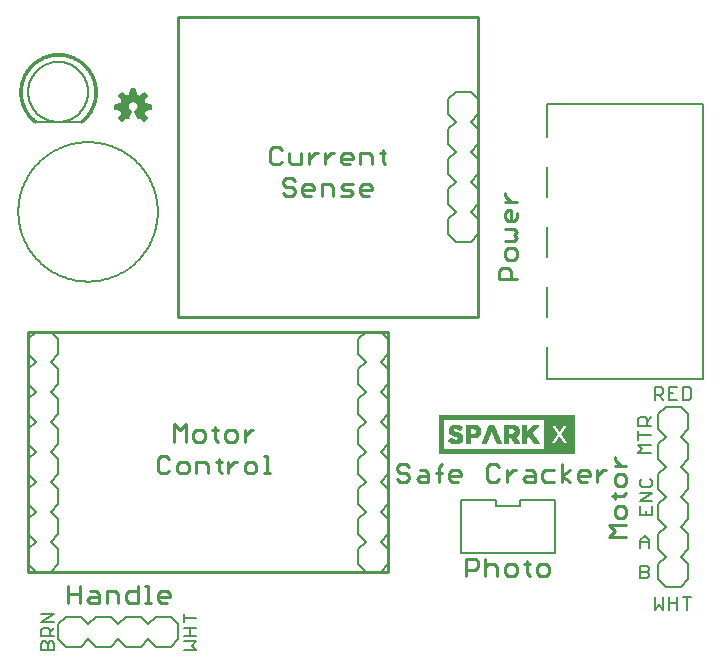
<source format=gto>
G75*
%MOIN*%
%OFA0B0*%
%FSLAX25Y25*%
%IPPOS*%
%LPD*%
%AMOC8*
5,1,8,0,0,1.08239X$1,22.5*
%
%ADD10C,0.00800*%
%ADD11C,0.01100*%
%ADD12C,0.01000*%
%ADD13C,0.00591*%
%ADD14C,0.00039*%
%ADD15C,0.00100*%
%ADD16C,0.00600*%
D10*
X0076920Y0103994D02*
X0076920Y0106096D01*
X0077621Y0106796D01*
X0078321Y0106796D01*
X0079022Y0106096D01*
X0079022Y0103994D01*
X0081124Y0103994D02*
X0081124Y0106096D01*
X0080423Y0106796D01*
X0079722Y0106796D01*
X0079022Y0106096D01*
X0079722Y0108598D02*
X0079722Y0110700D01*
X0079022Y0111400D01*
X0077621Y0111400D01*
X0076920Y0110700D01*
X0076920Y0108598D01*
X0081124Y0108598D01*
X0082524Y0107500D02*
X0082524Y0112500D01*
X0085024Y0115000D01*
X0090024Y0115000D01*
X0092524Y0112500D01*
X0095024Y0115000D01*
X0100024Y0115000D01*
X0102524Y0112500D01*
X0105024Y0115000D01*
X0110024Y0115000D01*
X0112524Y0112500D01*
X0115024Y0115000D01*
X0120024Y0115000D01*
X0122524Y0112500D01*
X0122524Y0107500D01*
X0120024Y0105000D01*
X0115024Y0105000D01*
X0112524Y0107500D01*
X0110024Y0105000D01*
X0105024Y0105000D01*
X0102524Y0107500D01*
X0100024Y0105000D01*
X0095024Y0105000D01*
X0092524Y0107500D01*
X0090024Y0105000D01*
X0085024Y0105000D01*
X0082524Y0107500D01*
X0079722Y0109999D02*
X0081124Y0111400D01*
X0081124Y0113202D02*
X0076920Y0113202D01*
X0081124Y0116004D01*
X0076920Y0116004D01*
X0076920Y0103994D02*
X0081124Y0103994D01*
X0080024Y0130000D02*
X0075024Y0130000D01*
X0072524Y0132500D01*
X0072524Y0137500D01*
X0075024Y0140000D01*
X0072524Y0142500D01*
X0072524Y0147500D01*
X0075024Y0150000D01*
X0072524Y0152500D01*
X0072524Y0157500D01*
X0075024Y0160000D01*
X0072524Y0162500D01*
X0072524Y0167500D01*
X0075024Y0170000D01*
X0072524Y0172500D01*
X0072524Y0177500D01*
X0075024Y0180000D01*
X0072524Y0182500D01*
X0072524Y0187500D01*
X0075024Y0190000D01*
X0072524Y0192500D01*
X0072524Y0197500D01*
X0075024Y0200000D01*
X0072524Y0202500D01*
X0072524Y0207500D01*
X0075024Y0210000D01*
X0080024Y0210000D01*
X0082524Y0207500D01*
X0082524Y0202500D01*
X0080024Y0200000D01*
X0082524Y0197500D01*
X0082524Y0192500D01*
X0080024Y0190000D01*
X0082524Y0187500D01*
X0082524Y0182500D01*
X0080024Y0180000D01*
X0082524Y0177500D01*
X0082524Y0172500D01*
X0080024Y0170000D01*
X0082524Y0167500D01*
X0082524Y0162500D01*
X0080024Y0160000D01*
X0082524Y0157500D01*
X0082524Y0152500D01*
X0080024Y0150000D01*
X0082524Y0147500D01*
X0082524Y0142500D01*
X0080024Y0140000D01*
X0082524Y0137500D01*
X0082524Y0132500D01*
X0080024Y0130000D01*
X0124420Y0116004D02*
X0124420Y0113202D01*
X0124420Y0114603D02*
X0128624Y0114603D01*
X0128624Y0111400D02*
X0124420Y0111400D01*
X0126522Y0111400D02*
X0126522Y0108598D01*
X0128624Y0108598D02*
X0124420Y0108598D01*
X0124420Y0106796D02*
X0128624Y0106796D01*
X0127222Y0105395D01*
X0128624Y0103994D01*
X0124420Y0103994D01*
X0182524Y0132500D02*
X0182524Y0137500D01*
X0185024Y0140000D01*
X0182524Y0142500D01*
X0182524Y0147500D01*
X0185024Y0150000D01*
X0182524Y0152500D01*
X0182524Y0157500D01*
X0185024Y0160000D01*
X0182524Y0162500D01*
X0182524Y0167500D01*
X0185024Y0170000D01*
X0182524Y0172500D01*
X0182524Y0177500D01*
X0185024Y0180000D01*
X0182524Y0182500D01*
X0182524Y0187500D01*
X0185024Y0190000D01*
X0182524Y0192500D01*
X0182524Y0197500D01*
X0185024Y0200000D01*
X0182524Y0202500D01*
X0182524Y0207500D01*
X0185024Y0210000D01*
X0190024Y0210000D01*
X0192524Y0207500D01*
X0192524Y0202500D01*
X0190024Y0200000D01*
X0192524Y0197500D01*
X0192524Y0192500D01*
X0190024Y0190000D01*
X0192524Y0187500D01*
X0192524Y0182500D01*
X0190024Y0180000D01*
X0192524Y0177500D01*
X0192524Y0172500D01*
X0190024Y0170000D01*
X0192524Y0167500D01*
X0192524Y0162500D01*
X0190024Y0160000D01*
X0192524Y0157500D01*
X0192524Y0152500D01*
X0190024Y0150000D01*
X0192524Y0147500D01*
X0192524Y0142500D01*
X0190024Y0140000D01*
X0192524Y0137500D01*
X0192524Y0132500D01*
X0190024Y0130000D01*
X0185024Y0130000D01*
X0182524Y0132500D01*
X0216972Y0136142D02*
X0216972Y0153858D01*
X0228587Y0153858D01*
X0228587Y0151890D01*
X0236461Y0151890D01*
X0236461Y0153858D01*
X0248075Y0153858D01*
X0248075Y0136142D01*
X0216972Y0136142D01*
X0276622Y0137900D02*
X0276622Y0140702D01*
X0278023Y0142104D01*
X0279424Y0140702D01*
X0279424Y0137900D01*
X0279424Y0140002D02*
X0276622Y0140002D01*
X0282524Y0142500D02*
X0282524Y0137500D01*
X0285024Y0135000D01*
X0282524Y0132500D01*
X0282524Y0127500D01*
X0285024Y0125000D01*
X0290024Y0125000D01*
X0292524Y0127500D01*
X0292524Y0132500D01*
X0290024Y0135000D01*
X0292524Y0137500D01*
X0292524Y0142500D01*
X0290024Y0145000D01*
X0292524Y0147500D01*
X0292524Y0152500D01*
X0290024Y0155000D01*
X0292524Y0157500D01*
X0292524Y0162500D01*
X0290024Y0165000D01*
X0292524Y0167500D01*
X0292524Y0172500D01*
X0290024Y0175000D01*
X0292524Y0177500D01*
X0292524Y0182500D01*
X0290024Y0185000D01*
X0285024Y0185000D01*
X0282524Y0182500D01*
X0282524Y0177500D01*
X0285024Y0175000D01*
X0282524Y0172500D01*
X0282524Y0167500D01*
X0285024Y0165000D01*
X0282524Y0162500D01*
X0282524Y0157500D01*
X0285024Y0155000D01*
X0282524Y0152500D01*
X0282524Y0147500D01*
X0285024Y0145000D01*
X0282524Y0142500D01*
X0280624Y0148994D02*
X0276420Y0148994D01*
X0276420Y0151796D01*
X0276420Y0153598D02*
X0280624Y0156400D01*
X0276420Y0156400D01*
X0277121Y0158202D02*
X0279923Y0158202D01*
X0280624Y0158903D01*
X0280624Y0160304D01*
X0279923Y0161004D01*
X0277121Y0161004D02*
X0276420Y0160304D01*
X0276420Y0158903D01*
X0277121Y0158202D01*
X0276420Y0153598D02*
X0280624Y0153598D01*
X0280624Y0151796D02*
X0280624Y0148994D01*
X0278522Y0148994D02*
X0278522Y0150395D01*
X0278723Y0132104D02*
X0276622Y0132104D01*
X0276622Y0127900D01*
X0278723Y0127900D01*
X0279424Y0128601D01*
X0279424Y0129301D01*
X0278723Y0130002D01*
X0276622Y0130002D01*
X0278723Y0130002D02*
X0279424Y0130702D01*
X0279424Y0131403D01*
X0278723Y0132104D01*
X0281518Y0121604D02*
X0281518Y0117400D01*
X0282919Y0118801D01*
X0284320Y0117400D01*
X0284320Y0121604D01*
X0286122Y0121604D02*
X0286122Y0117400D01*
X0286122Y0119502D02*
X0288924Y0119502D01*
X0288924Y0121604D02*
X0288924Y0117400D01*
X0292127Y0117400D02*
X0292127Y0121604D01*
X0290726Y0121604D02*
X0293528Y0121604D01*
X0280124Y0169494D02*
X0275920Y0169494D01*
X0277321Y0170895D01*
X0275920Y0172296D01*
X0280124Y0172296D01*
X0280124Y0175499D02*
X0275920Y0175499D01*
X0275920Y0174098D02*
X0275920Y0176900D01*
X0275920Y0178702D02*
X0275920Y0180804D01*
X0276621Y0181504D01*
X0278022Y0181504D01*
X0278722Y0180804D01*
X0278722Y0178702D01*
X0278722Y0180103D02*
X0280124Y0181504D01*
X0280124Y0178702D02*
X0275920Y0178702D01*
X0281518Y0187400D02*
X0281518Y0191604D01*
X0283620Y0191604D01*
X0284320Y0190903D01*
X0284320Y0189502D01*
X0283620Y0188801D01*
X0281518Y0188801D01*
X0282919Y0188801D02*
X0284320Y0187400D01*
X0286122Y0187400D02*
X0288924Y0187400D01*
X0290726Y0187400D02*
X0292827Y0187400D01*
X0293528Y0188101D01*
X0293528Y0190903D01*
X0292827Y0191604D01*
X0290726Y0191604D01*
X0290726Y0187400D01*
X0287523Y0189502D02*
X0286122Y0189502D01*
X0286122Y0191604D02*
X0286122Y0187400D01*
X0286122Y0191604D02*
X0288924Y0191604D01*
X0297524Y0194200D02*
X0245524Y0194200D01*
X0245524Y0205000D01*
X0245524Y0215000D02*
X0245524Y0225000D01*
X0245524Y0235000D02*
X0245524Y0245000D01*
X0245524Y0255000D02*
X0245524Y0265000D01*
X0245524Y0275000D02*
X0245524Y0285800D01*
X0297524Y0285800D01*
X0297524Y0194200D01*
X0222524Y0242500D02*
X0222524Y0247500D01*
X0220024Y0250000D01*
X0222524Y0252500D01*
X0222524Y0257500D01*
X0220024Y0260000D01*
X0222524Y0262500D01*
X0222524Y0267500D01*
X0220024Y0270000D01*
X0222524Y0272500D01*
X0222524Y0277500D01*
X0220024Y0280000D01*
X0222524Y0282500D01*
X0222524Y0287500D01*
X0220024Y0290000D01*
X0215024Y0290000D01*
X0212524Y0287500D01*
X0212524Y0282500D01*
X0215024Y0280000D01*
X0212524Y0277500D01*
X0212524Y0272500D01*
X0215024Y0270000D01*
X0212524Y0267500D01*
X0212524Y0262500D01*
X0215024Y0260000D01*
X0212524Y0257500D01*
X0212524Y0252500D01*
X0215024Y0250000D01*
X0212524Y0247500D01*
X0212524Y0242500D01*
X0215024Y0240000D01*
X0220024Y0240000D01*
X0222524Y0242500D01*
X0069296Y0250000D02*
X0069303Y0250570D01*
X0069324Y0251140D01*
X0069359Y0251709D01*
X0069408Y0252277D01*
X0069471Y0252843D01*
X0069547Y0253408D01*
X0069638Y0253971D01*
X0069742Y0254532D01*
X0069860Y0255089D01*
X0069992Y0255644D01*
X0070137Y0256195D01*
X0070296Y0256743D01*
X0070468Y0257286D01*
X0070654Y0257825D01*
X0070852Y0258360D01*
X0071064Y0258889D01*
X0071289Y0259413D01*
X0071526Y0259931D01*
X0071776Y0260444D01*
X0072039Y0260950D01*
X0072314Y0261449D01*
X0072601Y0261942D01*
X0072900Y0262427D01*
X0073211Y0262905D01*
X0073533Y0263375D01*
X0073867Y0263837D01*
X0074212Y0264291D01*
X0074569Y0264736D01*
X0074936Y0265172D01*
X0075313Y0265599D01*
X0075701Y0266017D01*
X0076099Y0266425D01*
X0076507Y0266823D01*
X0076925Y0267211D01*
X0077352Y0267588D01*
X0077788Y0267955D01*
X0078233Y0268312D01*
X0078687Y0268657D01*
X0079149Y0268991D01*
X0079619Y0269313D01*
X0080097Y0269624D01*
X0080582Y0269923D01*
X0081075Y0270210D01*
X0081574Y0270485D01*
X0082080Y0270748D01*
X0082593Y0270998D01*
X0083111Y0271235D01*
X0083635Y0271460D01*
X0084164Y0271672D01*
X0084699Y0271870D01*
X0085238Y0272056D01*
X0085781Y0272228D01*
X0086329Y0272387D01*
X0086880Y0272532D01*
X0087435Y0272664D01*
X0087992Y0272782D01*
X0088553Y0272886D01*
X0089116Y0272977D01*
X0089681Y0273053D01*
X0090247Y0273116D01*
X0090815Y0273165D01*
X0091384Y0273200D01*
X0091954Y0273221D01*
X0092524Y0273228D01*
X0093094Y0273221D01*
X0093664Y0273200D01*
X0094233Y0273165D01*
X0094801Y0273116D01*
X0095367Y0273053D01*
X0095932Y0272977D01*
X0096495Y0272886D01*
X0097056Y0272782D01*
X0097613Y0272664D01*
X0098168Y0272532D01*
X0098719Y0272387D01*
X0099267Y0272228D01*
X0099810Y0272056D01*
X0100349Y0271870D01*
X0100884Y0271672D01*
X0101413Y0271460D01*
X0101937Y0271235D01*
X0102455Y0270998D01*
X0102968Y0270748D01*
X0103474Y0270485D01*
X0103973Y0270210D01*
X0104466Y0269923D01*
X0104951Y0269624D01*
X0105429Y0269313D01*
X0105899Y0268991D01*
X0106361Y0268657D01*
X0106815Y0268312D01*
X0107260Y0267955D01*
X0107696Y0267588D01*
X0108123Y0267211D01*
X0108541Y0266823D01*
X0108949Y0266425D01*
X0109347Y0266017D01*
X0109735Y0265599D01*
X0110112Y0265172D01*
X0110479Y0264736D01*
X0110836Y0264291D01*
X0111181Y0263837D01*
X0111515Y0263375D01*
X0111837Y0262905D01*
X0112148Y0262427D01*
X0112447Y0261942D01*
X0112734Y0261449D01*
X0113009Y0260950D01*
X0113272Y0260444D01*
X0113522Y0259931D01*
X0113759Y0259413D01*
X0113984Y0258889D01*
X0114196Y0258360D01*
X0114394Y0257825D01*
X0114580Y0257286D01*
X0114752Y0256743D01*
X0114911Y0256195D01*
X0115056Y0255644D01*
X0115188Y0255089D01*
X0115306Y0254532D01*
X0115410Y0253971D01*
X0115501Y0253408D01*
X0115577Y0252843D01*
X0115640Y0252277D01*
X0115689Y0251709D01*
X0115724Y0251140D01*
X0115745Y0250570D01*
X0115752Y0250000D01*
X0115745Y0249430D01*
X0115724Y0248860D01*
X0115689Y0248291D01*
X0115640Y0247723D01*
X0115577Y0247157D01*
X0115501Y0246592D01*
X0115410Y0246029D01*
X0115306Y0245468D01*
X0115188Y0244911D01*
X0115056Y0244356D01*
X0114911Y0243805D01*
X0114752Y0243257D01*
X0114580Y0242714D01*
X0114394Y0242175D01*
X0114196Y0241640D01*
X0113984Y0241111D01*
X0113759Y0240587D01*
X0113522Y0240069D01*
X0113272Y0239556D01*
X0113009Y0239050D01*
X0112734Y0238551D01*
X0112447Y0238058D01*
X0112148Y0237573D01*
X0111837Y0237095D01*
X0111515Y0236625D01*
X0111181Y0236163D01*
X0110836Y0235709D01*
X0110479Y0235264D01*
X0110112Y0234828D01*
X0109735Y0234401D01*
X0109347Y0233983D01*
X0108949Y0233575D01*
X0108541Y0233177D01*
X0108123Y0232789D01*
X0107696Y0232412D01*
X0107260Y0232045D01*
X0106815Y0231688D01*
X0106361Y0231343D01*
X0105899Y0231009D01*
X0105429Y0230687D01*
X0104951Y0230376D01*
X0104466Y0230077D01*
X0103973Y0229790D01*
X0103474Y0229515D01*
X0102968Y0229252D01*
X0102455Y0229002D01*
X0101937Y0228765D01*
X0101413Y0228540D01*
X0100884Y0228328D01*
X0100349Y0228130D01*
X0099810Y0227944D01*
X0099267Y0227772D01*
X0098719Y0227613D01*
X0098168Y0227468D01*
X0097613Y0227336D01*
X0097056Y0227218D01*
X0096495Y0227114D01*
X0095932Y0227023D01*
X0095367Y0226947D01*
X0094801Y0226884D01*
X0094233Y0226835D01*
X0093664Y0226800D01*
X0093094Y0226779D01*
X0092524Y0226772D01*
X0091954Y0226779D01*
X0091384Y0226800D01*
X0090815Y0226835D01*
X0090247Y0226884D01*
X0089681Y0226947D01*
X0089116Y0227023D01*
X0088553Y0227114D01*
X0087992Y0227218D01*
X0087435Y0227336D01*
X0086880Y0227468D01*
X0086329Y0227613D01*
X0085781Y0227772D01*
X0085238Y0227944D01*
X0084699Y0228130D01*
X0084164Y0228328D01*
X0083635Y0228540D01*
X0083111Y0228765D01*
X0082593Y0229002D01*
X0082080Y0229252D01*
X0081574Y0229515D01*
X0081075Y0229790D01*
X0080582Y0230077D01*
X0080097Y0230376D01*
X0079619Y0230687D01*
X0079149Y0231009D01*
X0078687Y0231343D01*
X0078233Y0231688D01*
X0077788Y0232045D01*
X0077352Y0232412D01*
X0076925Y0232789D01*
X0076507Y0233177D01*
X0076099Y0233575D01*
X0075701Y0233983D01*
X0075313Y0234401D01*
X0074936Y0234828D01*
X0074569Y0235264D01*
X0074212Y0235709D01*
X0073867Y0236163D01*
X0073533Y0236625D01*
X0073211Y0237095D01*
X0072900Y0237573D01*
X0072601Y0238058D01*
X0072314Y0238551D01*
X0072039Y0239050D01*
X0071776Y0239556D01*
X0071526Y0240069D01*
X0071289Y0240587D01*
X0071064Y0241111D01*
X0070852Y0241640D01*
X0070654Y0242175D01*
X0070468Y0242714D01*
X0070296Y0243257D01*
X0070137Y0243805D01*
X0069992Y0244356D01*
X0069860Y0244911D01*
X0069742Y0245468D01*
X0069638Y0246029D01*
X0069547Y0246592D01*
X0069471Y0247157D01*
X0069408Y0247723D01*
X0069359Y0248291D01*
X0069324Y0248860D01*
X0069303Y0249430D01*
X0069296Y0250000D01*
X0075024Y0280000D02*
X0090024Y0280000D01*
D11*
X0153163Y0270721D02*
X0153163Y0266784D01*
X0154147Y0265800D01*
X0156115Y0265800D01*
X0157100Y0266784D01*
X0159608Y0266784D02*
X0160593Y0265800D01*
X0163545Y0265800D01*
X0163545Y0269737D01*
X0166054Y0269737D02*
X0166054Y0265800D01*
X0166054Y0267768D02*
X0168022Y0269737D01*
X0169006Y0269737D01*
X0171425Y0269737D02*
X0171425Y0265800D01*
X0171425Y0267768D02*
X0173393Y0269737D01*
X0174378Y0269737D01*
X0176796Y0268753D02*
X0177780Y0269737D01*
X0179749Y0269737D01*
X0180733Y0268753D01*
X0180733Y0267768D01*
X0176796Y0267768D01*
X0176796Y0266784D02*
X0176796Y0268753D01*
X0176796Y0266784D02*
X0177780Y0265800D01*
X0179749Y0265800D01*
X0183242Y0265800D02*
X0183242Y0269737D01*
X0186194Y0269737D01*
X0187179Y0268753D01*
X0187179Y0265800D01*
X0190671Y0266784D02*
X0191656Y0265800D01*
X0190671Y0266784D02*
X0190671Y0270721D01*
X0189687Y0269737D02*
X0191656Y0269737D01*
X0186194Y0259237D02*
X0187179Y0258253D01*
X0187179Y0257268D01*
X0183242Y0257268D01*
X0183242Y0256284D02*
X0183242Y0258253D01*
X0184226Y0259237D01*
X0186194Y0259237D01*
X0186194Y0255300D02*
X0184226Y0255300D01*
X0183242Y0256284D01*
X0180733Y0256284D02*
X0179749Y0257268D01*
X0177781Y0257268D01*
X0176796Y0258253D01*
X0177781Y0259237D01*
X0180733Y0259237D01*
X0180733Y0256284D02*
X0179749Y0255300D01*
X0176796Y0255300D01*
X0174288Y0255300D02*
X0174288Y0258253D01*
X0173303Y0259237D01*
X0170351Y0259237D01*
X0170351Y0255300D01*
X0167842Y0257268D02*
X0163905Y0257268D01*
X0163905Y0256284D02*
X0163905Y0258253D01*
X0164890Y0259237D01*
X0166858Y0259237D01*
X0167842Y0258253D01*
X0167842Y0257268D01*
X0166858Y0255300D02*
X0164890Y0255300D01*
X0163905Y0256284D01*
X0161397Y0256284D02*
X0160412Y0255300D01*
X0158444Y0255300D01*
X0157460Y0256284D01*
X0158444Y0258253D02*
X0160412Y0258253D01*
X0161397Y0257268D01*
X0161397Y0256284D01*
X0158444Y0258253D02*
X0157460Y0259237D01*
X0157460Y0260221D01*
X0158444Y0261205D01*
X0160412Y0261205D01*
X0161397Y0260221D01*
X0159608Y0266784D02*
X0159608Y0269737D01*
X0157100Y0270721D02*
X0156115Y0271705D01*
X0154147Y0271705D01*
X0153163Y0270721D01*
X0229569Y0230426D02*
X0229569Y0227473D01*
X0235474Y0227473D01*
X0233505Y0227473D02*
X0233505Y0230426D01*
X0232521Y0231410D01*
X0230553Y0231410D01*
X0229569Y0230426D01*
X0232521Y0233919D02*
X0234489Y0233919D01*
X0235474Y0234903D01*
X0235474Y0236871D01*
X0234489Y0237856D01*
X0232521Y0237856D01*
X0231537Y0236871D01*
X0231537Y0234903D01*
X0232521Y0233919D01*
X0231537Y0240364D02*
X0234489Y0240364D01*
X0235474Y0241349D01*
X0234489Y0242333D01*
X0235474Y0243317D01*
X0234489Y0244301D01*
X0231537Y0244301D01*
X0232521Y0246810D02*
X0231537Y0247794D01*
X0231537Y0249762D01*
X0232521Y0250747D01*
X0233505Y0250747D01*
X0233505Y0246810D01*
X0234489Y0246810D02*
X0232521Y0246810D01*
X0234489Y0246810D02*
X0235474Y0247794D01*
X0235474Y0249762D01*
X0235474Y0253255D02*
X0231537Y0253255D01*
X0233505Y0253255D02*
X0231537Y0255224D01*
X0231537Y0256208D01*
X0134946Y0178221D02*
X0134946Y0174284D01*
X0135931Y0173300D01*
X0138259Y0174284D02*
X0139243Y0173300D01*
X0141212Y0173300D01*
X0142196Y0174284D01*
X0142196Y0176253D01*
X0141212Y0177237D01*
X0139243Y0177237D01*
X0138259Y0176253D01*
X0138259Y0174284D01*
X0135931Y0177237D02*
X0133962Y0177237D01*
X0131453Y0176253D02*
X0130469Y0177237D01*
X0128501Y0177237D01*
X0127517Y0176253D01*
X0127517Y0174284D01*
X0128501Y0173300D01*
X0130469Y0173300D01*
X0131453Y0174284D01*
X0131453Y0176253D01*
X0125008Y0179205D02*
X0125008Y0173300D01*
X0121071Y0173300D02*
X0121071Y0179205D01*
X0123040Y0177237D01*
X0125008Y0179205D01*
X0118652Y0168705D02*
X0116684Y0168705D01*
X0115700Y0167721D01*
X0115700Y0163784D01*
X0116684Y0162800D01*
X0118652Y0162800D01*
X0119637Y0163784D01*
X0122145Y0163784D02*
X0122145Y0165753D01*
X0123130Y0166737D01*
X0125098Y0166737D01*
X0126082Y0165753D01*
X0126082Y0163784D01*
X0125098Y0162800D01*
X0123130Y0162800D01*
X0122145Y0163784D01*
X0119637Y0167721D02*
X0118652Y0168705D01*
X0128591Y0166737D02*
X0128591Y0162800D01*
X0132528Y0162800D02*
X0132528Y0165753D01*
X0131543Y0166737D01*
X0128591Y0166737D01*
X0135036Y0166737D02*
X0137005Y0166737D01*
X0136021Y0167721D02*
X0136021Y0163784D01*
X0137005Y0162800D01*
X0139333Y0162800D02*
X0139333Y0166737D01*
X0139333Y0164768D02*
X0141302Y0166737D01*
X0142286Y0166737D01*
X0144705Y0165753D02*
X0144705Y0163784D01*
X0145689Y0162800D01*
X0147657Y0162800D01*
X0148641Y0163784D01*
X0148641Y0165753D01*
X0147657Y0166737D01*
X0145689Y0166737D01*
X0144705Y0165753D01*
X0151150Y0168705D02*
X0152134Y0168705D01*
X0152134Y0162800D01*
X0151150Y0162800D02*
X0153119Y0162800D01*
X0144705Y0173300D02*
X0144705Y0177237D01*
X0146673Y0177237D02*
X0147657Y0177237D01*
X0146673Y0177237D02*
X0144705Y0175268D01*
X0195586Y0164971D02*
X0195586Y0163987D01*
X0196570Y0163003D01*
X0198539Y0163003D01*
X0199523Y0162018D01*
X0199523Y0161034D01*
X0198539Y0160050D01*
X0196570Y0160050D01*
X0195586Y0161034D01*
X0202032Y0161034D02*
X0203016Y0162018D01*
X0205968Y0162018D01*
X0205968Y0163003D02*
X0205968Y0160050D01*
X0203016Y0160050D01*
X0202032Y0161034D01*
X0203016Y0163987D02*
X0204984Y0163987D01*
X0205968Y0163003D01*
X0208477Y0163003D02*
X0210446Y0163003D01*
X0209461Y0164971D02*
X0209461Y0160050D01*
X0212774Y0161034D02*
X0212774Y0163003D01*
X0213758Y0163987D01*
X0215727Y0163987D01*
X0216711Y0163003D01*
X0216711Y0162018D01*
X0212774Y0162018D01*
X0212774Y0161034D02*
X0213758Y0160050D01*
X0215727Y0160050D01*
X0210446Y0165955D02*
X0209461Y0164971D01*
X0199523Y0164971D02*
X0198539Y0165955D01*
X0196570Y0165955D01*
X0195586Y0164971D01*
X0225665Y0164971D02*
X0225665Y0161034D01*
X0226649Y0160050D01*
X0228618Y0160050D01*
X0229602Y0161034D01*
X0232111Y0160050D02*
X0232111Y0163987D01*
X0234079Y0163987D02*
X0235063Y0163987D01*
X0234079Y0163987D02*
X0232111Y0162018D01*
X0229602Y0164971D02*
X0228618Y0165955D01*
X0226649Y0165955D01*
X0225665Y0164971D01*
X0237482Y0161034D02*
X0238466Y0162018D01*
X0241419Y0162018D01*
X0241419Y0163003D02*
X0241419Y0160050D01*
X0238466Y0160050D01*
X0237482Y0161034D01*
X0238466Y0163987D02*
X0240434Y0163987D01*
X0241419Y0163003D01*
X0243927Y0163003D02*
X0243927Y0161034D01*
X0244912Y0160050D01*
X0247864Y0160050D01*
X0250373Y0160050D02*
X0250373Y0165955D01*
X0247864Y0163987D02*
X0244912Y0163987D01*
X0243927Y0163003D01*
X0250373Y0162018D02*
X0253325Y0163987D01*
X0255744Y0163003D02*
X0256728Y0163987D01*
X0258697Y0163987D01*
X0259681Y0163003D01*
X0259681Y0162018D01*
X0255744Y0162018D01*
X0255744Y0161034D02*
X0255744Y0163003D01*
X0255744Y0161034D02*
X0256728Y0160050D01*
X0258697Y0160050D01*
X0262190Y0160050D02*
X0262190Y0163987D01*
X0264158Y0163987D02*
X0265142Y0163987D01*
X0264158Y0163987D02*
X0262190Y0162018D01*
X0268037Y0161688D02*
X0268037Y0159720D01*
X0269021Y0158736D01*
X0270989Y0158736D01*
X0271974Y0159720D01*
X0271974Y0161688D01*
X0270989Y0162672D01*
X0269021Y0162672D01*
X0268037Y0161688D01*
X0268037Y0165181D02*
X0271974Y0165181D01*
X0270005Y0165181D02*
X0268037Y0167149D01*
X0268037Y0168134D01*
X0253325Y0160050D02*
X0250373Y0162018D01*
X0267053Y0155423D02*
X0270989Y0155423D01*
X0271974Y0156407D01*
X0268037Y0156407D02*
X0268037Y0154439D01*
X0269021Y0151930D02*
X0268037Y0150946D01*
X0268037Y0148977D01*
X0269021Y0147993D01*
X0270989Y0147993D01*
X0271974Y0148977D01*
X0271974Y0150946D01*
X0270989Y0151930D01*
X0269021Y0151930D01*
X0266069Y0145484D02*
X0271974Y0145484D01*
X0271974Y0141548D02*
X0266069Y0141548D01*
X0268037Y0143516D01*
X0266069Y0145484D01*
X0246104Y0131503D02*
X0246104Y0129534D01*
X0245120Y0128550D01*
X0243152Y0128550D01*
X0242168Y0129534D01*
X0242168Y0131503D01*
X0243152Y0132487D01*
X0245120Y0132487D01*
X0246104Y0131503D01*
X0239839Y0132487D02*
X0237871Y0132487D01*
X0238855Y0133471D02*
X0238855Y0129534D01*
X0239839Y0128550D01*
X0235362Y0129534D02*
X0235362Y0131503D01*
X0234378Y0132487D01*
X0232409Y0132487D01*
X0231425Y0131503D01*
X0231425Y0129534D01*
X0232409Y0128550D01*
X0234378Y0128550D01*
X0235362Y0129534D01*
X0228916Y0128550D02*
X0228916Y0131503D01*
X0227932Y0132487D01*
X0225964Y0132487D01*
X0224980Y0131503D01*
X0222471Y0131503D02*
X0221487Y0130518D01*
X0218534Y0130518D01*
X0218534Y0128550D02*
X0218534Y0134455D01*
X0221487Y0134455D01*
X0222471Y0133471D01*
X0222471Y0131503D01*
X0224980Y0134455D02*
X0224980Y0128550D01*
X0119827Y0122503D02*
X0119827Y0121518D01*
X0115890Y0121518D01*
X0115890Y0120534D02*
X0115890Y0122503D01*
X0116874Y0123487D01*
X0118843Y0123487D01*
X0119827Y0122503D01*
X0118843Y0119550D02*
X0116874Y0119550D01*
X0115890Y0120534D01*
X0113562Y0119550D02*
X0111593Y0119550D01*
X0112577Y0119550D02*
X0112577Y0125455D01*
X0111593Y0125455D01*
X0109085Y0125455D02*
X0109085Y0119550D01*
X0106132Y0119550D01*
X0105148Y0120534D01*
X0105148Y0122503D01*
X0106132Y0123487D01*
X0109085Y0123487D01*
X0102639Y0122503D02*
X0102639Y0119550D01*
X0102639Y0122503D02*
X0101655Y0123487D01*
X0098702Y0123487D01*
X0098702Y0119550D01*
X0096194Y0119550D02*
X0093241Y0119550D01*
X0092257Y0120534D01*
X0093241Y0121518D01*
X0096194Y0121518D01*
X0096194Y0122503D02*
X0096194Y0119550D01*
X0096194Y0122503D02*
X0095209Y0123487D01*
X0093241Y0123487D01*
X0089748Y0122503D02*
X0085811Y0122503D01*
X0085811Y0125455D02*
X0085811Y0119550D01*
X0089748Y0119550D02*
X0089748Y0125455D01*
D12*
X0072524Y0130000D02*
X0072524Y0210000D01*
X0192524Y0210000D01*
X0192524Y0130000D01*
X0072524Y0130000D01*
X0122524Y0215000D02*
X0222524Y0215000D01*
X0222524Y0315000D01*
X0122524Y0315000D01*
X0122524Y0215000D01*
D13*
X0111159Y0280346D02*
X0112177Y0281364D01*
X0110967Y0282848D01*
X0111275Y0283446D01*
X0111480Y0284087D01*
X0113385Y0284280D01*
X0113385Y0285720D01*
X0111480Y0285913D01*
X0111275Y0286554D01*
X0110967Y0287152D01*
X0112177Y0288636D01*
X0111159Y0289654D01*
X0109675Y0288443D01*
X0109077Y0288751D01*
X0108437Y0288956D01*
X0108243Y0290861D01*
X0106804Y0290861D01*
X0106610Y0288956D01*
X0105970Y0288751D01*
X0105372Y0288443D01*
X0103888Y0289654D01*
X0102870Y0288636D01*
X0104080Y0287152D01*
X0103772Y0286554D01*
X0103567Y0285913D01*
X0101662Y0285720D01*
X0101662Y0284280D01*
X0103567Y0284087D01*
X0103772Y0283446D01*
X0104080Y0282848D01*
X0102870Y0281364D01*
X0103888Y0280346D01*
X0105372Y0281557D01*
X0105970Y0281249D01*
X0106817Y0283295D01*
X0106439Y0283507D01*
X0106120Y0283801D01*
X0105879Y0284162D01*
X0105729Y0284569D01*
X0105678Y0285000D01*
X0105731Y0285439D01*
X0105887Y0285852D01*
X0106136Y0286217D01*
X0106465Y0286511D01*
X0106855Y0286720D01*
X0107283Y0286829D01*
X0107724Y0286834D01*
X0108154Y0286734D01*
X0108549Y0286534D01*
X0108884Y0286246D01*
X0109141Y0285887D01*
X0109306Y0285477D01*
X0109368Y0285040D01*
X0109325Y0284600D01*
X0109179Y0284184D01*
X0108937Y0283814D01*
X0108615Y0283512D01*
X0108230Y0283295D01*
X0109078Y0281249D01*
X0109675Y0281557D01*
X0111159Y0280346D01*
X0111655Y0280842D02*
X0110551Y0280842D01*
X0109829Y0281431D02*
X0112122Y0281431D01*
X0111642Y0282020D02*
X0108758Y0282020D01*
X0109002Y0281431D02*
X0109432Y0281431D01*
X0108514Y0282609D02*
X0111162Y0282609D01*
X0111147Y0283198D02*
X0108270Y0283198D01*
X0108909Y0283788D02*
X0111384Y0283788D01*
X0113385Y0284377D02*
X0109246Y0284377D01*
X0109361Y0284966D02*
X0113385Y0284966D01*
X0113385Y0285555D02*
X0109275Y0285555D01*
X0108957Y0286144D02*
X0111406Y0286144D01*
X0111183Y0286733D02*
X0108156Y0286733D01*
X0106906Y0286733D02*
X0103865Y0286733D01*
X0103941Y0287322D02*
X0111106Y0287322D01*
X0111586Y0287911D02*
X0103461Y0287911D01*
X0102981Y0288500D02*
X0105303Y0288500D01*
X0105482Y0288500D02*
X0109565Y0288500D01*
X0109745Y0288500D02*
X0112066Y0288500D01*
X0111724Y0289089D02*
X0110467Y0289089D01*
X0108424Y0289089D02*
X0106624Y0289089D01*
X0106684Y0289678D02*
X0108364Y0289678D01*
X0108304Y0290267D02*
X0106744Y0290267D01*
X0106803Y0290856D02*
X0108244Y0290856D01*
X0104580Y0289089D02*
X0103323Y0289089D01*
X0103641Y0286144D02*
X0106086Y0286144D01*
X0105775Y0285555D02*
X0101662Y0285555D01*
X0101662Y0284966D02*
X0105682Y0284966D01*
X0105800Y0284377D02*
X0101662Y0284377D01*
X0103663Y0283788D02*
X0106135Y0283788D01*
X0106777Y0283198D02*
X0103900Y0283198D01*
X0103885Y0282609D02*
X0106533Y0282609D01*
X0106289Y0282020D02*
X0103405Y0282020D01*
X0102925Y0281431D02*
X0105218Y0281431D01*
X0105616Y0281431D02*
X0106045Y0281431D01*
X0104496Y0280842D02*
X0103392Y0280842D01*
D14*
X0209524Y0182228D02*
X0244471Y0182228D01*
X0254524Y0182228D01*
X0254524Y0175394D01*
X0254524Y0169772D01*
X0244066Y0169772D01*
X0244066Y0170928D01*
X0244471Y0170928D01*
X0244471Y0175394D01*
X0248264Y0175394D01*
X0246608Y0172980D01*
X0248116Y0172980D01*
X0249479Y0175051D01*
X0250834Y0172980D01*
X0252395Y0172980D01*
X0250749Y0175394D01*
X0254524Y0175394D01*
X0250749Y0175394D01*
X0250289Y0176067D01*
X0252305Y0179015D01*
X0250798Y0179015D01*
X0249520Y0177058D01*
X0248251Y0179015D01*
X0246698Y0179015D01*
X0248714Y0176049D01*
X0248264Y0175394D01*
X0244471Y0175394D01*
X0244471Y0181072D01*
X0210680Y0181072D01*
X0210680Y0170928D01*
X0244066Y0170928D01*
X0244066Y0169772D01*
X0209524Y0169772D01*
X0209524Y0182228D01*
X0209524Y0182203D02*
X0254524Y0182203D01*
X0254524Y0182165D02*
X0209524Y0182165D01*
X0209524Y0182127D02*
X0254524Y0182127D01*
X0254524Y0182089D02*
X0209524Y0182089D01*
X0209524Y0182051D02*
X0254524Y0182051D01*
X0254524Y0182013D02*
X0209524Y0182013D01*
X0209524Y0181975D02*
X0254524Y0181975D01*
X0254524Y0181937D02*
X0209524Y0181937D01*
X0209524Y0181900D02*
X0254524Y0181900D01*
X0254524Y0181862D02*
X0209524Y0181862D01*
X0209524Y0181824D02*
X0254524Y0181824D01*
X0254524Y0181786D02*
X0209524Y0181786D01*
X0209524Y0181748D02*
X0254524Y0181748D01*
X0254524Y0181710D02*
X0209524Y0181710D01*
X0209524Y0181672D02*
X0254524Y0181672D01*
X0254524Y0181634D02*
X0209524Y0181634D01*
X0209524Y0181597D02*
X0254524Y0181597D01*
X0254524Y0181559D02*
X0209524Y0181559D01*
X0209524Y0181521D02*
X0254524Y0181521D01*
X0254524Y0181483D02*
X0209524Y0181483D01*
X0209524Y0181445D02*
X0254524Y0181445D01*
X0254524Y0181407D02*
X0209524Y0181407D01*
X0209524Y0181369D02*
X0254524Y0181369D01*
X0254524Y0181331D02*
X0209524Y0181331D01*
X0209524Y0181293D02*
X0254524Y0181293D01*
X0254524Y0181256D02*
X0209524Y0181256D01*
X0209524Y0181218D02*
X0254524Y0181218D01*
X0254524Y0181180D02*
X0209524Y0181180D01*
X0209524Y0181142D02*
X0254524Y0181142D01*
X0254524Y0181104D02*
X0209524Y0181104D01*
X0209524Y0181066D02*
X0210680Y0181066D01*
X0210680Y0181028D02*
X0209524Y0181028D01*
X0209524Y0180990D02*
X0210680Y0180990D01*
X0210680Y0180953D02*
X0209524Y0180953D01*
X0209524Y0180915D02*
X0210680Y0180915D01*
X0210680Y0180877D02*
X0209524Y0180877D01*
X0209524Y0180839D02*
X0210680Y0180839D01*
X0210680Y0180801D02*
X0209524Y0180801D01*
X0209524Y0180763D02*
X0210680Y0180763D01*
X0210680Y0180725D02*
X0209524Y0180725D01*
X0209524Y0180687D02*
X0210680Y0180687D01*
X0210680Y0180649D02*
X0209524Y0180649D01*
X0209524Y0180612D02*
X0210680Y0180612D01*
X0210680Y0180574D02*
X0209524Y0180574D01*
X0209524Y0180536D02*
X0210680Y0180536D01*
X0210680Y0180498D02*
X0209524Y0180498D01*
X0209524Y0180460D02*
X0210680Y0180460D01*
X0210680Y0180422D02*
X0209524Y0180422D01*
X0209524Y0180384D02*
X0210680Y0180384D01*
X0210680Y0180346D02*
X0209524Y0180346D01*
X0209524Y0180309D02*
X0210680Y0180309D01*
X0210680Y0180271D02*
X0209524Y0180271D01*
X0209524Y0180233D02*
X0210680Y0180233D01*
X0210680Y0180195D02*
X0209524Y0180195D01*
X0209524Y0180157D02*
X0210680Y0180157D01*
X0210680Y0180119D02*
X0209524Y0180119D01*
X0209524Y0180081D02*
X0210680Y0180081D01*
X0210680Y0180043D02*
X0209524Y0180043D01*
X0209524Y0180006D02*
X0210680Y0180006D01*
X0210680Y0179968D02*
X0209524Y0179968D01*
X0209524Y0179930D02*
X0210680Y0179930D01*
X0210680Y0179892D02*
X0209524Y0179892D01*
X0209524Y0179854D02*
X0210680Y0179854D01*
X0210680Y0179816D02*
X0209524Y0179816D01*
X0209524Y0179778D02*
X0210680Y0179778D01*
X0210680Y0179740D02*
X0209524Y0179740D01*
X0209524Y0179702D02*
X0210680Y0179702D01*
X0210680Y0179665D02*
X0209524Y0179665D01*
X0209524Y0179627D02*
X0210680Y0179627D01*
X0210680Y0179589D02*
X0209524Y0179589D01*
X0209524Y0179551D02*
X0210680Y0179551D01*
X0210680Y0179513D02*
X0209524Y0179513D01*
X0209524Y0179475D02*
X0210680Y0179475D01*
X0210680Y0179437D02*
X0209524Y0179437D01*
X0209524Y0179399D02*
X0210680Y0179399D01*
X0210680Y0179362D02*
X0209524Y0179362D01*
X0209524Y0179324D02*
X0210680Y0179324D01*
X0210680Y0179286D02*
X0209524Y0179286D01*
X0209524Y0179248D02*
X0210680Y0179248D01*
X0210680Y0179210D02*
X0209524Y0179210D01*
X0209524Y0179172D02*
X0210680Y0179172D01*
X0210680Y0179134D02*
X0209524Y0179134D01*
X0209524Y0179096D02*
X0210680Y0179096D01*
X0210680Y0179058D02*
X0209524Y0179058D01*
X0209524Y0179021D02*
X0210680Y0179021D01*
X0210680Y0178983D02*
X0209524Y0178983D01*
X0209524Y0178945D02*
X0210680Y0178945D01*
X0210680Y0178907D02*
X0209524Y0178907D01*
X0209524Y0178869D02*
X0210680Y0178869D01*
X0210680Y0178831D02*
X0209524Y0178831D01*
X0209524Y0178793D02*
X0210680Y0178793D01*
X0210680Y0178755D02*
X0209524Y0178755D01*
X0209524Y0178718D02*
X0210680Y0178718D01*
X0210680Y0178680D02*
X0209524Y0178680D01*
X0209524Y0178642D02*
X0210680Y0178642D01*
X0210680Y0178604D02*
X0209524Y0178604D01*
X0209524Y0178566D02*
X0210680Y0178566D01*
X0210680Y0178528D02*
X0209524Y0178528D01*
X0209524Y0178490D02*
X0210680Y0178490D01*
X0210680Y0178452D02*
X0209524Y0178452D01*
X0209524Y0178414D02*
X0210680Y0178414D01*
X0210680Y0178377D02*
X0209524Y0178377D01*
X0209524Y0178339D02*
X0210680Y0178339D01*
X0210680Y0178301D02*
X0209524Y0178301D01*
X0209524Y0178263D02*
X0210680Y0178263D01*
X0210680Y0178225D02*
X0209524Y0178225D01*
X0209524Y0178187D02*
X0210680Y0178187D01*
X0210680Y0178149D02*
X0209524Y0178149D01*
X0209524Y0178111D02*
X0210680Y0178111D01*
X0210680Y0178074D02*
X0209524Y0178074D01*
X0209524Y0178036D02*
X0210680Y0178036D01*
X0210680Y0177998D02*
X0209524Y0177998D01*
X0209524Y0177960D02*
X0210680Y0177960D01*
X0210680Y0177922D02*
X0209524Y0177922D01*
X0209524Y0177884D02*
X0210680Y0177884D01*
X0210680Y0177846D02*
X0209524Y0177846D01*
X0209524Y0177808D02*
X0210680Y0177808D01*
X0210680Y0177771D02*
X0209524Y0177771D01*
X0209524Y0177733D02*
X0210680Y0177733D01*
X0210680Y0177695D02*
X0209524Y0177695D01*
X0209524Y0177657D02*
X0210680Y0177657D01*
X0210680Y0177619D02*
X0209524Y0177619D01*
X0209524Y0177581D02*
X0210680Y0177581D01*
X0210680Y0177543D02*
X0209524Y0177543D01*
X0209524Y0177505D02*
X0210680Y0177505D01*
X0210680Y0177467D02*
X0209524Y0177467D01*
X0209524Y0177430D02*
X0210680Y0177430D01*
X0210680Y0177392D02*
X0209524Y0177392D01*
X0209524Y0177354D02*
X0210680Y0177354D01*
X0210680Y0177316D02*
X0209524Y0177316D01*
X0209524Y0177278D02*
X0210680Y0177278D01*
X0210680Y0177240D02*
X0209524Y0177240D01*
X0209524Y0177202D02*
X0210680Y0177202D01*
X0210680Y0177164D02*
X0209524Y0177164D01*
X0209524Y0177127D02*
X0210680Y0177127D01*
X0210680Y0177089D02*
X0209524Y0177089D01*
X0209524Y0177051D02*
X0210680Y0177051D01*
X0210680Y0177013D02*
X0209524Y0177013D01*
X0209524Y0176975D02*
X0210680Y0176975D01*
X0210680Y0176937D02*
X0209524Y0176937D01*
X0209524Y0176899D02*
X0210680Y0176899D01*
X0210680Y0176861D02*
X0209524Y0176861D01*
X0209524Y0176823D02*
X0210680Y0176823D01*
X0210680Y0176786D02*
X0209524Y0176786D01*
X0209524Y0176748D02*
X0210680Y0176748D01*
X0210680Y0176710D02*
X0209524Y0176710D01*
X0209524Y0176672D02*
X0210680Y0176672D01*
X0210680Y0176634D02*
X0209524Y0176634D01*
X0209524Y0176596D02*
X0210680Y0176596D01*
X0210680Y0176558D02*
X0209524Y0176558D01*
X0209524Y0176520D02*
X0210680Y0176520D01*
X0210680Y0176483D02*
X0209524Y0176483D01*
X0209524Y0176445D02*
X0210680Y0176445D01*
X0210680Y0176407D02*
X0209524Y0176407D01*
X0209524Y0176369D02*
X0210680Y0176369D01*
X0210680Y0176331D02*
X0209524Y0176331D01*
X0209524Y0176293D02*
X0210680Y0176293D01*
X0210680Y0176255D02*
X0209524Y0176255D01*
X0209524Y0176217D02*
X0210680Y0176217D01*
X0210680Y0176179D02*
X0209524Y0176179D01*
X0209524Y0176142D02*
X0210680Y0176142D01*
X0210680Y0176104D02*
X0209524Y0176104D01*
X0209524Y0176066D02*
X0210680Y0176066D01*
X0210680Y0176028D02*
X0209524Y0176028D01*
X0209524Y0175990D02*
X0210680Y0175990D01*
X0210680Y0175952D02*
X0209524Y0175952D01*
X0209524Y0175914D02*
X0210680Y0175914D01*
X0210680Y0175876D02*
X0209524Y0175876D01*
X0209524Y0175839D02*
X0210680Y0175839D01*
X0210680Y0175801D02*
X0209524Y0175801D01*
X0209524Y0175763D02*
X0210680Y0175763D01*
X0210680Y0175725D02*
X0209524Y0175725D01*
X0209524Y0175687D02*
X0210680Y0175687D01*
X0210680Y0175649D02*
X0209524Y0175649D01*
X0209524Y0175611D02*
X0210680Y0175611D01*
X0210680Y0175573D02*
X0209524Y0175573D01*
X0209524Y0175536D02*
X0210680Y0175536D01*
X0210680Y0175498D02*
X0209524Y0175498D01*
X0209524Y0175460D02*
X0210680Y0175460D01*
X0210680Y0175422D02*
X0209524Y0175422D01*
X0209524Y0175384D02*
X0210680Y0175384D01*
X0210680Y0175346D02*
X0209524Y0175346D01*
X0209524Y0175308D02*
X0210680Y0175308D01*
X0210680Y0175270D02*
X0209524Y0175270D01*
X0209524Y0175232D02*
X0210680Y0175232D01*
X0210680Y0175195D02*
X0209524Y0175195D01*
X0209524Y0175157D02*
X0210680Y0175157D01*
X0210680Y0175119D02*
X0209524Y0175119D01*
X0209524Y0175081D02*
X0210680Y0175081D01*
X0210680Y0175043D02*
X0209524Y0175043D01*
X0209524Y0175005D02*
X0210680Y0175005D01*
X0210680Y0174967D02*
X0209524Y0174967D01*
X0209524Y0174929D02*
X0210680Y0174929D01*
X0210680Y0174892D02*
X0209524Y0174892D01*
X0209524Y0174854D02*
X0210680Y0174854D01*
X0210680Y0174816D02*
X0209524Y0174816D01*
X0209524Y0174778D02*
X0210680Y0174778D01*
X0210680Y0174740D02*
X0209524Y0174740D01*
X0209524Y0174702D02*
X0210680Y0174702D01*
X0210680Y0174664D02*
X0209524Y0174664D01*
X0209524Y0174626D02*
X0210680Y0174626D01*
X0210680Y0174588D02*
X0209524Y0174588D01*
X0209524Y0174551D02*
X0210680Y0174551D01*
X0210680Y0174513D02*
X0209524Y0174513D01*
X0209524Y0174475D02*
X0210680Y0174475D01*
X0210680Y0174437D02*
X0209524Y0174437D01*
X0209524Y0174399D02*
X0210680Y0174399D01*
X0210680Y0174361D02*
X0209524Y0174361D01*
X0209524Y0174323D02*
X0210680Y0174323D01*
X0210680Y0174285D02*
X0209524Y0174285D01*
X0209524Y0174248D02*
X0210680Y0174248D01*
X0210680Y0174210D02*
X0209524Y0174210D01*
X0209524Y0174172D02*
X0210680Y0174172D01*
X0210680Y0174134D02*
X0209524Y0174134D01*
X0209524Y0174096D02*
X0210680Y0174096D01*
X0210680Y0174058D02*
X0209524Y0174058D01*
X0209524Y0174020D02*
X0210680Y0174020D01*
X0210680Y0173982D02*
X0209524Y0173982D01*
X0209524Y0173944D02*
X0210680Y0173944D01*
X0210680Y0173907D02*
X0209524Y0173907D01*
X0209524Y0173869D02*
X0210680Y0173869D01*
X0210680Y0173831D02*
X0209524Y0173831D01*
X0209524Y0173793D02*
X0210680Y0173793D01*
X0210680Y0173755D02*
X0209524Y0173755D01*
X0209524Y0173717D02*
X0210680Y0173717D01*
X0210680Y0173679D02*
X0209524Y0173679D01*
X0209524Y0173641D02*
X0210680Y0173641D01*
X0210680Y0173604D02*
X0209524Y0173604D01*
X0209524Y0173566D02*
X0210680Y0173566D01*
X0210680Y0173528D02*
X0209524Y0173528D01*
X0209524Y0173490D02*
X0210680Y0173490D01*
X0210680Y0173452D02*
X0209524Y0173452D01*
X0209524Y0173414D02*
X0210680Y0173414D01*
X0210680Y0173376D02*
X0209524Y0173376D01*
X0209524Y0173338D02*
X0210680Y0173338D01*
X0210680Y0173301D02*
X0209524Y0173301D01*
X0209524Y0173263D02*
X0210680Y0173263D01*
X0210680Y0173225D02*
X0209524Y0173225D01*
X0209524Y0173187D02*
X0210680Y0173187D01*
X0210680Y0173149D02*
X0209524Y0173149D01*
X0209524Y0173111D02*
X0210680Y0173111D01*
X0210680Y0173073D02*
X0209524Y0173073D01*
X0209524Y0173035D02*
X0210680Y0173035D01*
X0210680Y0172997D02*
X0209524Y0172997D01*
X0209524Y0172960D02*
X0210680Y0172960D01*
X0210680Y0172922D02*
X0209524Y0172922D01*
X0209524Y0172884D02*
X0210680Y0172884D01*
X0210680Y0172846D02*
X0209524Y0172846D01*
X0209524Y0172808D02*
X0210680Y0172808D01*
X0210680Y0172770D02*
X0209524Y0172770D01*
X0209524Y0172732D02*
X0210680Y0172732D01*
X0210680Y0172694D02*
X0209524Y0172694D01*
X0209524Y0172657D02*
X0210680Y0172657D01*
X0210680Y0172619D02*
X0209524Y0172619D01*
X0209524Y0172581D02*
X0210680Y0172581D01*
X0210680Y0172543D02*
X0209524Y0172543D01*
X0209524Y0172505D02*
X0210680Y0172505D01*
X0210680Y0172467D02*
X0209524Y0172467D01*
X0209524Y0172429D02*
X0210680Y0172429D01*
X0210680Y0172391D02*
X0209524Y0172391D01*
X0209524Y0172353D02*
X0210680Y0172353D01*
X0210680Y0172316D02*
X0209524Y0172316D01*
X0209524Y0172278D02*
X0210680Y0172278D01*
X0210680Y0172240D02*
X0209524Y0172240D01*
X0209524Y0172202D02*
X0210680Y0172202D01*
X0210680Y0172164D02*
X0209524Y0172164D01*
X0209524Y0172126D02*
X0210680Y0172126D01*
X0210680Y0172088D02*
X0209524Y0172088D01*
X0209524Y0172050D02*
X0210680Y0172050D01*
X0210680Y0172013D02*
X0209524Y0172013D01*
X0209524Y0171975D02*
X0210680Y0171975D01*
X0210680Y0171937D02*
X0209524Y0171937D01*
X0209524Y0171899D02*
X0210680Y0171899D01*
X0210680Y0171861D02*
X0209524Y0171861D01*
X0209524Y0171823D02*
X0210680Y0171823D01*
X0210680Y0171785D02*
X0209524Y0171785D01*
X0209524Y0171747D02*
X0210680Y0171747D01*
X0210680Y0171709D02*
X0209524Y0171709D01*
X0209524Y0171672D02*
X0210680Y0171672D01*
X0210680Y0171634D02*
X0209524Y0171634D01*
X0209524Y0171596D02*
X0210680Y0171596D01*
X0210680Y0171558D02*
X0209524Y0171558D01*
X0209524Y0171520D02*
X0210680Y0171520D01*
X0210680Y0171482D02*
X0209524Y0171482D01*
X0209524Y0171444D02*
X0210680Y0171444D01*
X0210680Y0171406D02*
X0209524Y0171406D01*
X0209524Y0171369D02*
X0210680Y0171369D01*
X0210680Y0171331D02*
X0209524Y0171331D01*
X0209524Y0171293D02*
X0210680Y0171293D01*
X0210680Y0171255D02*
X0209524Y0171255D01*
X0209524Y0171217D02*
X0210680Y0171217D01*
X0210680Y0171179D02*
X0209524Y0171179D01*
X0209524Y0171141D02*
X0210680Y0171141D01*
X0210680Y0171103D02*
X0209524Y0171103D01*
X0209524Y0171066D02*
X0210680Y0171066D01*
X0210680Y0171028D02*
X0209524Y0171028D01*
X0209524Y0170990D02*
X0210680Y0170990D01*
X0210680Y0170952D02*
X0209524Y0170952D01*
X0209524Y0170914D02*
X0244066Y0170914D01*
X0254524Y0170914D01*
X0254524Y0170952D02*
X0244471Y0170952D01*
X0244471Y0170990D02*
X0254524Y0170990D01*
X0254524Y0171028D02*
X0244471Y0171028D01*
X0244471Y0171066D02*
X0254524Y0171066D01*
X0254524Y0171103D02*
X0244471Y0171103D01*
X0244471Y0171141D02*
X0254524Y0171141D01*
X0254524Y0171179D02*
X0244471Y0171179D01*
X0244471Y0171217D02*
X0254524Y0171217D01*
X0254524Y0171255D02*
X0244471Y0171255D01*
X0244471Y0171293D02*
X0254524Y0171293D01*
X0254524Y0171331D02*
X0244471Y0171331D01*
X0244471Y0171369D02*
X0254524Y0171369D01*
X0254524Y0171406D02*
X0244471Y0171406D01*
X0244471Y0171444D02*
X0254524Y0171444D01*
X0254524Y0171482D02*
X0244471Y0171482D01*
X0244471Y0171520D02*
X0254524Y0171520D01*
X0254524Y0171558D02*
X0244471Y0171558D01*
X0244471Y0171596D02*
X0254524Y0171596D01*
X0254524Y0171634D02*
X0244471Y0171634D01*
X0244471Y0171672D02*
X0254524Y0171672D01*
X0254524Y0171709D02*
X0244471Y0171709D01*
X0244471Y0171747D02*
X0254524Y0171747D01*
X0254524Y0171785D02*
X0244471Y0171785D01*
X0244471Y0171823D02*
X0254524Y0171823D01*
X0254524Y0171861D02*
X0244471Y0171861D01*
X0244471Y0171899D02*
X0254524Y0171899D01*
X0254524Y0171937D02*
X0244471Y0171937D01*
X0244471Y0171975D02*
X0254524Y0171975D01*
X0254524Y0172013D02*
X0244471Y0172013D01*
X0244471Y0172050D02*
X0254524Y0172050D01*
X0254524Y0172088D02*
X0244471Y0172088D01*
X0244471Y0172126D02*
X0254524Y0172126D01*
X0254524Y0172164D02*
X0244471Y0172164D01*
X0244471Y0172202D02*
X0254524Y0172202D01*
X0254524Y0172240D02*
X0244471Y0172240D01*
X0244471Y0172278D02*
X0254524Y0172278D01*
X0254524Y0172316D02*
X0244471Y0172316D01*
X0244471Y0172353D02*
X0254524Y0172353D01*
X0254524Y0172391D02*
X0244471Y0172391D01*
X0244471Y0172429D02*
X0254524Y0172429D01*
X0254524Y0172467D02*
X0244471Y0172467D01*
X0244471Y0172505D02*
X0254524Y0172505D01*
X0254524Y0172543D02*
X0244471Y0172543D01*
X0244471Y0172581D02*
X0254524Y0172581D01*
X0254524Y0172619D02*
X0244471Y0172619D01*
X0244471Y0172657D02*
X0254524Y0172657D01*
X0254524Y0172694D02*
X0244471Y0172694D01*
X0244471Y0172732D02*
X0254524Y0172732D01*
X0254524Y0172770D02*
X0244471Y0172770D01*
X0244471Y0172808D02*
X0254524Y0172808D01*
X0254524Y0172846D02*
X0244471Y0172846D01*
X0244471Y0172884D02*
X0254524Y0172884D01*
X0254524Y0172922D02*
X0244471Y0172922D01*
X0244471Y0172960D02*
X0254524Y0172960D01*
X0254524Y0172997D02*
X0252384Y0172997D01*
X0252358Y0173035D02*
X0254524Y0173035D01*
X0254524Y0173073D02*
X0252332Y0173073D01*
X0252306Y0173111D02*
X0254524Y0173111D01*
X0254524Y0173149D02*
X0252280Y0173149D01*
X0252254Y0173187D02*
X0254524Y0173187D01*
X0254524Y0173225D02*
X0252229Y0173225D01*
X0252203Y0173263D02*
X0254524Y0173263D01*
X0254524Y0173301D02*
X0252177Y0173301D01*
X0252151Y0173338D02*
X0254524Y0173338D01*
X0254524Y0173376D02*
X0252125Y0173376D01*
X0252099Y0173414D02*
X0254524Y0173414D01*
X0254524Y0173452D02*
X0252073Y0173452D01*
X0252048Y0173490D02*
X0254524Y0173490D01*
X0254524Y0173528D02*
X0252022Y0173528D01*
X0251996Y0173566D02*
X0254524Y0173566D01*
X0254524Y0173604D02*
X0251970Y0173604D01*
X0251944Y0173641D02*
X0254524Y0173641D01*
X0254524Y0173679D02*
X0251918Y0173679D01*
X0251893Y0173717D02*
X0254524Y0173717D01*
X0254524Y0173755D02*
X0251867Y0173755D01*
X0251841Y0173793D02*
X0254524Y0173793D01*
X0254524Y0173831D02*
X0251815Y0173831D01*
X0251789Y0173869D02*
X0254524Y0173869D01*
X0254524Y0173907D02*
X0251763Y0173907D01*
X0251738Y0173944D02*
X0254524Y0173944D01*
X0254524Y0173982D02*
X0251712Y0173982D01*
X0251686Y0174020D02*
X0254524Y0174020D01*
X0254524Y0174058D02*
X0251660Y0174058D01*
X0251634Y0174096D02*
X0254524Y0174096D01*
X0254524Y0174134D02*
X0251608Y0174134D01*
X0251583Y0174172D02*
X0254524Y0174172D01*
X0254524Y0174210D02*
X0251557Y0174210D01*
X0251531Y0174248D02*
X0254524Y0174248D01*
X0254524Y0174285D02*
X0251505Y0174285D01*
X0251479Y0174323D02*
X0254524Y0174323D01*
X0254524Y0174361D02*
X0251453Y0174361D01*
X0251427Y0174399D02*
X0254524Y0174399D01*
X0254524Y0174437D02*
X0251402Y0174437D01*
X0251376Y0174475D02*
X0254524Y0174475D01*
X0254524Y0174513D02*
X0251350Y0174513D01*
X0251324Y0174551D02*
X0254524Y0174551D01*
X0254524Y0174588D02*
X0251298Y0174588D01*
X0251272Y0174626D02*
X0254524Y0174626D01*
X0254524Y0174664D02*
X0251247Y0174664D01*
X0251221Y0174702D02*
X0254524Y0174702D01*
X0254524Y0174740D02*
X0251195Y0174740D01*
X0251169Y0174778D02*
X0254524Y0174778D01*
X0254524Y0174816D02*
X0251143Y0174816D01*
X0251117Y0174854D02*
X0254524Y0174854D01*
X0254524Y0174892D02*
X0251092Y0174892D01*
X0251066Y0174929D02*
X0254524Y0174929D01*
X0254524Y0174967D02*
X0251040Y0174967D01*
X0251014Y0175005D02*
X0254524Y0175005D01*
X0254524Y0175043D02*
X0250988Y0175043D01*
X0250962Y0175081D02*
X0254524Y0175081D01*
X0254524Y0175119D02*
X0250937Y0175119D01*
X0250911Y0175157D02*
X0254524Y0175157D01*
X0254524Y0175195D02*
X0250885Y0175195D01*
X0250859Y0175232D02*
X0254524Y0175232D01*
X0254524Y0175270D02*
X0250833Y0175270D01*
X0250807Y0175308D02*
X0254524Y0175308D01*
X0254524Y0175346D02*
X0250781Y0175346D01*
X0250756Y0175384D02*
X0254524Y0175384D01*
X0254524Y0175422D02*
X0250730Y0175422D01*
X0250704Y0175460D02*
X0254524Y0175460D01*
X0254524Y0175498D02*
X0250678Y0175498D01*
X0250652Y0175536D02*
X0254524Y0175536D01*
X0254524Y0175573D02*
X0250626Y0175573D01*
X0250600Y0175611D02*
X0254524Y0175611D01*
X0254524Y0175649D02*
X0250575Y0175649D01*
X0250549Y0175687D02*
X0254524Y0175687D01*
X0254524Y0175725D02*
X0250523Y0175725D01*
X0250497Y0175763D02*
X0254524Y0175763D01*
X0254524Y0175801D02*
X0250471Y0175801D01*
X0250445Y0175839D02*
X0254524Y0175839D01*
X0254524Y0175876D02*
X0250420Y0175876D01*
X0250394Y0175914D02*
X0254524Y0175914D01*
X0254524Y0175952D02*
X0250368Y0175952D01*
X0250342Y0175990D02*
X0254524Y0175990D01*
X0254524Y0176028D02*
X0250316Y0176028D01*
X0250290Y0176066D02*
X0254524Y0176066D01*
X0254524Y0176104D02*
X0250314Y0176104D01*
X0250340Y0176142D02*
X0254524Y0176142D01*
X0254524Y0176179D02*
X0250366Y0176179D01*
X0250392Y0176217D02*
X0254524Y0176217D01*
X0254524Y0176255D02*
X0250418Y0176255D01*
X0250443Y0176293D02*
X0254524Y0176293D01*
X0254524Y0176331D02*
X0250469Y0176331D01*
X0250495Y0176369D02*
X0254524Y0176369D01*
X0254524Y0176407D02*
X0250521Y0176407D01*
X0250547Y0176445D02*
X0254524Y0176445D01*
X0254524Y0176483D02*
X0250573Y0176483D01*
X0250599Y0176520D02*
X0254524Y0176520D01*
X0254524Y0176558D02*
X0250625Y0176558D01*
X0250651Y0176596D02*
X0254524Y0176596D01*
X0254524Y0176634D02*
X0250677Y0176634D01*
X0250703Y0176672D02*
X0254524Y0176672D01*
X0254524Y0176710D02*
X0250728Y0176710D01*
X0250754Y0176748D02*
X0254524Y0176748D01*
X0254524Y0176786D02*
X0250780Y0176786D01*
X0250806Y0176823D02*
X0254524Y0176823D01*
X0254524Y0176861D02*
X0250832Y0176861D01*
X0250858Y0176899D02*
X0254524Y0176899D01*
X0254524Y0176937D02*
X0250884Y0176937D01*
X0250910Y0176975D02*
X0254524Y0176975D01*
X0254524Y0177013D02*
X0250936Y0177013D01*
X0250962Y0177051D02*
X0254524Y0177051D01*
X0254524Y0177089D02*
X0250988Y0177089D01*
X0251013Y0177127D02*
X0254524Y0177127D01*
X0254524Y0177164D02*
X0251039Y0177164D01*
X0251065Y0177202D02*
X0254524Y0177202D01*
X0254524Y0177240D02*
X0251091Y0177240D01*
X0251117Y0177278D02*
X0254524Y0177278D01*
X0254524Y0177316D02*
X0251143Y0177316D01*
X0251169Y0177354D02*
X0254524Y0177354D01*
X0254524Y0177392D02*
X0251195Y0177392D01*
X0251221Y0177430D02*
X0254524Y0177430D01*
X0254524Y0177467D02*
X0251247Y0177467D01*
X0251273Y0177505D02*
X0254524Y0177505D01*
X0254524Y0177543D02*
X0251298Y0177543D01*
X0251324Y0177581D02*
X0254524Y0177581D01*
X0254524Y0177619D02*
X0251350Y0177619D01*
X0251376Y0177657D02*
X0254524Y0177657D01*
X0254524Y0177695D02*
X0251402Y0177695D01*
X0251428Y0177733D02*
X0254524Y0177733D01*
X0254524Y0177771D02*
X0251454Y0177771D01*
X0251480Y0177808D02*
X0254524Y0177808D01*
X0254524Y0177846D02*
X0251506Y0177846D01*
X0251532Y0177884D02*
X0254524Y0177884D01*
X0254524Y0177922D02*
X0251558Y0177922D01*
X0251583Y0177960D02*
X0254524Y0177960D01*
X0254524Y0177998D02*
X0251609Y0177998D01*
X0251635Y0178036D02*
X0254524Y0178036D01*
X0254524Y0178074D02*
X0251661Y0178074D01*
X0251687Y0178111D02*
X0254524Y0178111D01*
X0254524Y0178149D02*
X0251713Y0178149D01*
X0251739Y0178187D02*
X0254524Y0178187D01*
X0254524Y0178225D02*
X0251765Y0178225D01*
X0251791Y0178263D02*
X0254524Y0178263D01*
X0254524Y0178301D02*
X0251817Y0178301D01*
X0251843Y0178339D02*
X0254524Y0178339D01*
X0254524Y0178377D02*
X0251868Y0178377D01*
X0251894Y0178414D02*
X0254524Y0178414D01*
X0254524Y0178452D02*
X0251920Y0178452D01*
X0251946Y0178490D02*
X0254524Y0178490D01*
X0254524Y0178528D02*
X0251972Y0178528D01*
X0251998Y0178566D02*
X0254524Y0178566D01*
X0254524Y0178604D02*
X0252024Y0178604D01*
X0252050Y0178642D02*
X0254524Y0178642D01*
X0254524Y0178680D02*
X0252076Y0178680D01*
X0252102Y0178718D02*
X0254524Y0178718D01*
X0254524Y0178755D02*
X0252128Y0178755D01*
X0252153Y0178793D02*
X0254524Y0178793D01*
X0254524Y0178831D02*
X0252179Y0178831D01*
X0252205Y0178869D02*
X0254524Y0178869D01*
X0254524Y0178907D02*
X0252231Y0178907D01*
X0252257Y0178945D02*
X0254524Y0178945D01*
X0254524Y0178983D02*
X0252283Y0178983D01*
X0250777Y0178983D02*
X0248272Y0178983D01*
X0248296Y0178945D02*
X0250752Y0178945D01*
X0250727Y0178907D02*
X0248321Y0178907D01*
X0248345Y0178869D02*
X0250702Y0178869D01*
X0250678Y0178831D02*
X0248370Y0178831D01*
X0248394Y0178793D02*
X0250653Y0178793D01*
X0250628Y0178755D02*
X0248419Y0178755D01*
X0248443Y0178718D02*
X0250603Y0178718D01*
X0250579Y0178680D02*
X0248468Y0178680D01*
X0248493Y0178642D02*
X0250554Y0178642D01*
X0250529Y0178604D02*
X0248517Y0178604D01*
X0248542Y0178566D02*
X0250504Y0178566D01*
X0250480Y0178528D02*
X0248566Y0178528D01*
X0248591Y0178490D02*
X0250455Y0178490D01*
X0250430Y0178452D02*
X0248615Y0178452D01*
X0248640Y0178414D02*
X0250406Y0178414D01*
X0250381Y0178377D02*
X0248664Y0178377D01*
X0248689Y0178339D02*
X0250356Y0178339D01*
X0250331Y0178301D02*
X0248714Y0178301D01*
X0248738Y0178263D02*
X0250307Y0178263D01*
X0250282Y0178225D02*
X0248763Y0178225D01*
X0248787Y0178187D02*
X0250257Y0178187D01*
X0250232Y0178149D02*
X0248812Y0178149D01*
X0248836Y0178111D02*
X0250208Y0178111D01*
X0250183Y0178074D02*
X0248861Y0178074D01*
X0248885Y0178036D02*
X0250158Y0178036D01*
X0250134Y0177998D02*
X0248910Y0177998D01*
X0248935Y0177960D02*
X0250109Y0177960D01*
X0250084Y0177922D02*
X0248959Y0177922D01*
X0248984Y0177884D02*
X0250059Y0177884D01*
X0250035Y0177846D02*
X0249008Y0177846D01*
X0249033Y0177808D02*
X0250010Y0177808D01*
X0249985Y0177771D02*
X0249057Y0177771D01*
X0249082Y0177733D02*
X0249960Y0177733D01*
X0249936Y0177695D02*
X0249107Y0177695D01*
X0249131Y0177657D02*
X0249911Y0177657D01*
X0249886Y0177619D02*
X0249156Y0177619D01*
X0249180Y0177581D02*
X0249861Y0177581D01*
X0249837Y0177543D02*
X0249205Y0177543D01*
X0249229Y0177505D02*
X0249812Y0177505D01*
X0249787Y0177467D02*
X0249254Y0177467D01*
X0249278Y0177430D02*
X0249763Y0177430D01*
X0249738Y0177392D02*
X0249303Y0177392D01*
X0249328Y0177354D02*
X0249713Y0177354D01*
X0249688Y0177316D02*
X0249352Y0177316D01*
X0249377Y0177278D02*
X0249664Y0177278D01*
X0249639Y0177240D02*
X0249401Y0177240D01*
X0249426Y0177202D02*
X0249614Y0177202D01*
X0249589Y0177164D02*
X0249450Y0177164D01*
X0249475Y0177127D02*
X0249565Y0177127D01*
X0249540Y0177089D02*
X0249499Y0177089D01*
X0248471Y0176407D02*
X0244471Y0176407D01*
X0244471Y0176445D02*
X0248445Y0176445D01*
X0248420Y0176483D02*
X0244471Y0176483D01*
X0244471Y0176520D02*
X0248394Y0176520D01*
X0248368Y0176558D02*
X0244471Y0176558D01*
X0244471Y0176596D02*
X0248342Y0176596D01*
X0248317Y0176634D02*
X0244471Y0176634D01*
X0244471Y0176672D02*
X0248291Y0176672D01*
X0248265Y0176710D02*
X0244471Y0176710D01*
X0244471Y0176748D02*
X0248239Y0176748D01*
X0248214Y0176786D02*
X0244471Y0176786D01*
X0244471Y0176823D02*
X0248188Y0176823D01*
X0248162Y0176861D02*
X0244471Y0176861D01*
X0244471Y0176899D02*
X0248136Y0176899D01*
X0248111Y0176937D02*
X0244471Y0176937D01*
X0244471Y0176975D02*
X0248085Y0176975D01*
X0248059Y0177013D02*
X0244471Y0177013D01*
X0244471Y0177051D02*
X0248033Y0177051D01*
X0248008Y0177089D02*
X0244471Y0177089D01*
X0244471Y0177127D02*
X0247982Y0177127D01*
X0247956Y0177164D02*
X0244471Y0177164D01*
X0244471Y0177202D02*
X0247930Y0177202D01*
X0247905Y0177240D02*
X0244471Y0177240D01*
X0244471Y0177278D02*
X0247879Y0177278D01*
X0247853Y0177316D02*
X0244471Y0177316D01*
X0244471Y0177354D02*
X0247827Y0177354D01*
X0247802Y0177392D02*
X0244471Y0177392D01*
X0244471Y0177430D02*
X0247776Y0177430D01*
X0247750Y0177467D02*
X0244471Y0177467D01*
X0244471Y0177505D02*
X0247724Y0177505D01*
X0247699Y0177543D02*
X0244471Y0177543D01*
X0244471Y0177581D02*
X0247673Y0177581D01*
X0247647Y0177619D02*
X0244471Y0177619D01*
X0244471Y0177657D02*
X0247621Y0177657D01*
X0247596Y0177695D02*
X0244471Y0177695D01*
X0244471Y0177733D02*
X0247570Y0177733D01*
X0247544Y0177771D02*
X0244471Y0177771D01*
X0244471Y0177808D02*
X0247518Y0177808D01*
X0247493Y0177846D02*
X0244471Y0177846D01*
X0244471Y0177884D02*
X0247467Y0177884D01*
X0247441Y0177922D02*
X0244471Y0177922D01*
X0244471Y0177960D02*
X0247415Y0177960D01*
X0247390Y0177998D02*
X0244471Y0177998D01*
X0244471Y0178036D02*
X0247364Y0178036D01*
X0247338Y0178074D02*
X0244471Y0178074D01*
X0244471Y0178111D02*
X0247312Y0178111D01*
X0247287Y0178149D02*
X0244471Y0178149D01*
X0244471Y0178187D02*
X0247261Y0178187D01*
X0247235Y0178225D02*
X0244471Y0178225D01*
X0244471Y0178263D02*
X0247209Y0178263D01*
X0247184Y0178301D02*
X0244471Y0178301D01*
X0244471Y0178339D02*
X0247158Y0178339D01*
X0247132Y0178377D02*
X0244471Y0178377D01*
X0244471Y0178414D02*
X0247106Y0178414D01*
X0247081Y0178452D02*
X0244471Y0178452D01*
X0244471Y0178490D02*
X0247055Y0178490D01*
X0247029Y0178528D02*
X0244471Y0178528D01*
X0244471Y0178566D02*
X0247003Y0178566D01*
X0246978Y0178604D02*
X0244471Y0178604D01*
X0244471Y0178642D02*
X0246952Y0178642D01*
X0246926Y0178680D02*
X0244471Y0178680D01*
X0244471Y0178718D02*
X0246900Y0178718D01*
X0246875Y0178755D02*
X0244471Y0178755D01*
X0244471Y0178793D02*
X0246849Y0178793D01*
X0246823Y0178831D02*
X0244471Y0178831D01*
X0244471Y0178869D02*
X0246797Y0178869D01*
X0246772Y0178907D02*
X0244471Y0178907D01*
X0244471Y0178945D02*
X0246746Y0178945D01*
X0246720Y0178983D02*
X0244471Y0178983D01*
X0244471Y0179021D02*
X0254524Y0179021D01*
X0254524Y0179058D02*
X0244471Y0179058D01*
X0244471Y0179096D02*
X0254524Y0179096D01*
X0254524Y0179134D02*
X0244471Y0179134D01*
X0244471Y0179172D02*
X0254524Y0179172D01*
X0254524Y0179210D02*
X0244471Y0179210D01*
X0244471Y0179248D02*
X0254524Y0179248D01*
X0254524Y0179286D02*
X0244471Y0179286D01*
X0244471Y0179324D02*
X0254524Y0179324D01*
X0254524Y0179362D02*
X0244471Y0179362D01*
X0244471Y0179399D02*
X0254524Y0179399D01*
X0254524Y0179437D02*
X0244471Y0179437D01*
X0244471Y0179475D02*
X0254524Y0179475D01*
X0254524Y0179513D02*
X0244471Y0179513D01*
X0244471Y0179551D02*
X0254524Y0179551D01*
X0254524Y0179589D02*
X0244471Y0179589D01*
X0244471Y0179627D02*
X0254524Y0179627D01*
X0254524Y0179665D02*
X0244471Y0179665D01*
X0244471Y0179702D02*
X0254524Y0179702D01*
X0254524Y0179740D02*
X0244471Y0179740D01*
X0244471Y0179778D02*
X0254524Y0179778D01*
X0254524Y0179816D02*
X0244471Y0179816D01*
X0244471Y0179854D02*
X0254524Y0179854D01*
X0254524Y0179892D02*
X0244471Y0179892D01*
X0244471Y0179930D02*
X0254524Y0179930D01*
X0254524Y0179968D02*
X0244471Y0179968D01*
X0244471Y0180006D02*
X0254524Y0180006D01*
X0254524Y0180043D02*
X0244471Y0180043D01*
X0244471Y0180081D02*
X0254524Y0180081D01*
X0254524Y0180119D02*
X0244471Y0180119D01*
X0244471Y0180157D02*
X0254524Y0180157D01*
X0254524Y0180195D02*
X0244471Y0180195D01*
X0244471Y0180233D02*
X0254524Y0180233D01*
X0254524Y0180271D02*
X0244471Y0180271D01*
X0244471Y0180309D02*
X0254524Y0180309D01*
X0254524Y0180346D02*
X0244471Y0180346D01*
X0244471Y0180384D02*
X0254524Y0180384D01*
X0254524Y0180422D02*
X0244471Y0180422D01*
X0244471Y0180460D02*
X0254524Y0180460D01*
X0254524Y0180498D02*
X0244471Y0180498D01*
X0244471Y0180536D02*
X0254524Y0180536D01*
X0254524Y0180574D02*
X0244471Y0180574D01*
X0244471Y0180612D02*
X0254524Y0180612D01*
X0254524Y0180649D02*
X0244471Y0180649D01*
X0244471Y0180687D02*
X0254524Y0180687D01*
X0254524Y0180725D02*
X0244471Y0180725D01*
X0244471Y0180763D02*
X0254524Y0180763D01*
X0254524Y0180801D02*
X0244471Y0180801D01*
X0244471Y0180839D02*
X0254524Y0180839D01*
X0254524Y0180877D02*
X0244471Y0180877D01*
X0244471Y0180915D02*
X0254524Y0180915D01*
X0254524Y0180953D02*
X0244471Y0180953D01*
X0244471Y0180990D02*
X0254524Y0180990D01*
X0254524Y0181028D02*
X0244471Y0181028D01*
X0244471Y0181066D02*
X0254524Y0181066D01*
X0248497Y0176369D02*
X0244471Y0176369D01*
X0244471Y0176331D02*
X0248523Y0176331D01*
X0248548Y0176293D02*
X0244471Y0176293D01*
X0244471Y0176255D02*
X0248574Y0176255D01*
X0248600Y0176217D02*
X0244471Y0176217D01*
X0244471Y0176179D02*
X0248626Y0176179D01*
X0248652Y0176142D02*
X0244471Y0176142D01*
X0244471Y0176104D02*
X0248677Y0176104D01*
X0248703Y0176066D02*
X0244471Y0176066D01*
X0244471Y0176028D02*
X0248699Y0176028D01*
X0248673Y0175990D02*
X0244471Y0175990D01*
X0244471Y0175952D02*
X0248647Y0175952D01*
X0248621Y0175914D02*
X0244471Y0175914D01*
X0244471Y0175876D02*
X0248595Y0175876D01*
X0248569Y0175839D02*
X0244471Y0175839D01*
X0244471Y0175801D02*
X0248543Y0175801D01*
X0248517Y0175763D02*
X0244471Y0175763D01*
X0244471Y0175725D02*
X0248491Y0175725D01*
X0248465Y0175687D02*
X0244471Y0175687D01*
X0244471Y0175649D02*
X0248439Y0175649D01*
X0248413Y0175611D02*
X0244471Y0175611D01*
X0244471Y0175573D02*
X0248388Y0175573D01*
X0248362Y0175536D02*
X0244471Y0175536D01*
X0244471Y0175498D02*
X0248336Y0175498D01*
X0248310Y0175460D02*
X0244471Y0175460D01*
X0244471Y0175422D02*
X0248284Y0175422D01*
X0248258Y0175384D02*
X0244471Y0175384D01*
X0244471Y0175346D02*
X0248232Y0175346D01*
X0248206Y0175308D02*
X0244471Y0175308D01*
X0244471Y0175270D02*
X0248180Y0175270D01*
X0248154Y0175232D02*
X0244471Y0175232D01*
X0244471Y0175195D02*
X0248128Y0175195D01*
X0248102Y0175157D02*
X0244471Y0175157D01*
X0244471Y0175119D02*
X0248076Y0175119D01*
X0248050Y0175081D02*
X0244471Y0175081D01*
X0244471Y0175043D02*
X0248024Y0175043D01*
X0247998Y0175005D02*
X0244471Y0175005D01*
X0244471Y0174967D02*
X0247972Y0174967D01*
X0247946Y0174929D02*
X0244471Y0174929D01*
X0244471Y0174892D02*
X0247920Y0174892D01*
X0247894Y0174854D02*
X0244471Y0174854D01*
X0244471Y0174816D02*
X0247868Y0174816D01*
X0247842Y0174778D02*
X0244471Y0174778D01*
X0244471Y0174740D02*
X0247816Y0174740D01*
X0247790Y0174702D02*
X0244471Y0174702D01*
X0244471Y0174664D02*
X0247764Y0174664D01*
X0247738Y0174626D02*
X0244471Y0174626D01*
X0244471Y0174588D02*
X0247712Y0174588D01*
X0247686Y0174551D02*
X0244471Y0174551D01*
X0244471Y0174513D02*
X0247660Y0174513D01*
X0247634Y0174475D02*
X0244471Y0174475D01*
X0244471Y0174437D02*
X0247608Y0174437D01*
X0247582Y0174399D02*
X0244471Y0174399D01*
X0244471Y0174361D02*
X0247556Y0174361D01*
X0247530Y0174323D02*
X0244471Y0174323D01*
X0244471Y0174285D02*
X0247504Y0174285D01*
X0247478Y0174248D02*
X0244471Y0174248D01*
X0244471Y0174210D02*
X0247452Y0174210D01*
X0247426Y0174172D02*
X0244471Y0174172D01*
X0244471Y0174134D02*
X0247400Y0174134D01*
X0247374Y0174096D02*
X0244471Y0174096D01*
X0244471Y0174058D02*
X0247348Y0174058D01*
X0247322Y0174020D02*
X0244471Y0174020D01*
X0244471Y0173982D02*
X0247296Y0173982D01*
X0247270Y0173944D02*
X0244471Y0173944D01*
X0244471Y0173907D02*
X0247244Y0173907D01*
X0247218Y0173869D02*
X0244471Y0173869D01*
X0244471Y0173831D02*
X0247192Y0173831D01*
X0247166Y0173793D02*
X0244471Y0173793D01*
X0244471Y0173755D02*
X0247140Y0173755D01*
X0247114Y0173717D02*
X0244471Y0173717D01*
X0244471Y0173679D02*
X0247088Y0173679D01*
X0247062Y0173641D02*
X0244471Y0173641D01*
X0244471Y0173604D02*
X0247036Y0173604D01*
X0247010Y0173566D02*
X0244471Y0173566D01*
X0244471Y0173528D02*
X0246984Y0173528D01*
X0246958Y0173490D02*
X0244471Y0173490D01*
X0244471Y0173452D02*
X0246932Y0173452D01*
X0246906Y0173414D02*
X0244471Y0173414D01*
X0244471Y0173376D02*
X0246880Y0173376D01*
X0246854Y0173338D02*
X0244471Y0173338D01*
X0244471Y0173301D02*
X0246828Y0173301D01*
X0246802Y0173263D02*
X0244471Y0173263D01*
X0244471Y0173225D02*
X0246776Y0173225D01*
X0246750Y0173187D02*
X0244471Y0173187D01*
X0244471Y0173149D02*
X0246724Y0173149D01*
X0246698Y0173111D02*
X0244471Y0173111D01*
X0244471Y0173073D02*
X0246672Y0173073D01*
X0246646Y0173035D02*
X0244471Y0173035D01*
X0244471Y0172997D02*
X0246620Y0172997D01*
X0248127Y0172997D02*
X0250823Y0172997D01*
X0250798Y0173035D02*
X0248152Y0173035D01*
X0248177Y0173073D02*
X0250773Y0173073D01*
X0250748Y0173111D02*
X0248202Y0173111D01*
X0248227Y0173149D02*
X0250723Y0173149D01*
X0250699Y0173187D02*
X0248252Y0173187D01*
X0248277Y0173225D02*
X0250674Y0173225D01*
X0250649Y0173263D02*
X0248301Y0173263D01*
X0248326Y0173301D02*
X0250624Y0173301D01*
X0250599Y0173338D02*
X0248351Y0173338D01*
X0248376Y0173376D02*
X0250575Y0173376D01*
X0250550Y0173414D02*
X0248401Y0173414D01*
X0248426Y0173452D02*
X0250525Y0173452D01*
X0250500Y0173490D02*
X0248451Y0173490D01*
X0248476Y0173528D02*
X0250476Y0173528D01*
X0250451Y0173566D02*
X0248501Y0173566D01*
X0248526Y0173604D02*
X0250426Y0173604D01*
X0250401Y0173641D02*
X0248551Y0173641D01*
X0248576Y0173679D02*
X0250376Y0173679D01*
X0250352Y0173717D02*
X0248601Y0173717D01*
X0248626Y0173755D02*
X0250327Y0173755D01*
X0250302Y0173793D02*
X0248651Y0173793D01*
X0248676Y0173831D02*
X0250277Y0173831D01*
X0250252Y0173869D02*
X0248701Y0173869D01*
X0248726Y0173907D02*
X0250228Y0173907D01*
X0250203Y0173944D02*
X0248751Y0173944D01*
X0248776Y0173982D02*
X0250178Y0173982D01*
X0250153Y0174020D02*
X0248801Y0174020D01*
X0248825Y0174058D02*
X0250128Y0174058D01*
X0250104Y0174096D02*
X0248850Y0174096D01*
X0248875Y0174134D02*
X0250079Y0174134D01*
X0250054Y0174172D02*
X0248900Y0174172D01*
X0248925Y0174210D02*
X0250029Y0174210D01*
X0250005Y0174248D02*
X0248950Y0174248D01*
X0248975Y0174285D02*
X0249980Y0174285D01*
X0249955Y0174323D02*
X0249000Y0174323D01*
X0249025Y0174361D02*
X0249930Y0174361D01*
X0249905Y0174399D02*
X0249050Y0174399D01*
X0249075Y0174437D02*
X0249881Y0174437D01*
X0249856Y0174475D02*
X0249100Y0174475D01*
X0249125Y0174513D02*
X0249831Y0174513D01*
X0249806Y0174551D02*
X0249150Y0174551D01*
X0249175Y0174588D02*
X0249781Y0174588D01*
X0249757Y0174626D02*
X0249200Y0174626D01*
X0249225Y0174664D02*
X0249732Y0174664D01*
X0249707Y0174702D02*
X0249250Y0174702D01*
X0249275Y0174740D02*
X0249682Y0174740D01*
X0249658Y0174778D02*
X0249300Y0174778D01*
X0249325Y0174816D02*
X0249633Y0174816D01*
X0249608Y0174854D02*
X0249349Y0174854D01*
X0249374Y0174892D02*
X0249583Y0174892D01*
X0249558Y0174929D02*
X0249399Y0174929D01*
X0249424Y0174967D02*
X0249534Y0174967D01*
X0249509Y0175005D02*
X0249449Y0175005D01*
X0249474Y0175043D02*
X0249484Y0175043D01*
X0254524Y0170876D02*
X0244066Y0170876D01*
X0209524Y0170876D01*
X0209524Y0170838D02*
X0244066Y0170838D01*
X0254524Y0170838D01*
X0254524Y0170800D02*
X0244066Y0170800D01*
X0209524Y0170800D01*
X0209524Y0170762D02*
X0244066Y0170762D01*
X0254524Y0170762D01*
X0254524Y0170725D02*
X0244066Y0170725D01*
X0209524Y0170725D01*
X0209524Y0170687D02*
X0244066Y0170687D01*
X0254524Y0170687D01*
X0254524Y0170649D02*
X0244066Y0170649D01*
X0209524Y0170649D01*
X0209524Y0170611D02*
X0244066Y0170611D01*
X0254524Y0170611D01*
X0254524Y0170573D02*
X0244066Y0170573D01*
X0209524Y0170573D01*
X0209524Y0170535D02*
X0244066Y0170535D01*
X0254524Y0170535D01*
X0254524Y0170497D02*
X0244066Y0170497D01*
X0209524Y0170497D01*
X0209524Y0170459D02*
X0244066Y0170459D01*
X0254524Y0170459D01*
X0254524Y0170422D02*
X0244066Y0170422D01*
X0209524Y0170422D01*
X0209524Y0170384D02*
X0244066Y0170384D01*
X0254524Y0170384D01*
X0254524Y0170346D02*
X0244066Y0170346D01*
X0209524Y0170346D01*
X0209524Y0170308D02*
X0244066Y0170308D01*
X0254524Y0170308D01*
X0254524Y0170270D02*
X0244066Y0170270D01*
X0209524Y0170270D01*
X0209524Y0170232D02*
X0244066Y0170232D01*
X0254524Y0170232D01*
X0254524Y0170194D02*
X0244066Y0170194D01*
X0209524Y0170194D01*
X0209524Y0170156D02*
X0244066Y0170156D01*
X0254524Y0170156D01*
X0254524Y0170118D02*
X0244066Y0170118D01*
X0209524Y0170118D01*
X0209524Y0170081D02*
X0244066Y0170081D01*
X0254524Y0170081D01*
X0254524Y0170043D02*
X0244066Y0170043D01*
X0209524Y0170043D01*
X0209524Y0170005D02*
X0244066Y0170005D01*
X0254524Y0170005D01*
X0254524Y0169967D02*
X0244066Y0169967D01*
X0209524Y0169967D01*
X0209524Y0169929D02*
X0244066Y0169929D01*
X0254524Y0169929D01*
X0254524Y0169891D02*
X0244066Y0169891D01*
X0209524Y0169891D01*
X0209524Y0169853D02*
X0244066Y0169853D01*
X0254524Y0169853D01*
X0254524Y0169815D02*
X0244066Y0169815D01*
X0209524Y0169815D01*
X0209524Y0169778D02*
X0244066Y0169778D01*
X0254524Y0169778D01*
X0242779Y0172980D02*
X0240209Y0176455D01*
X0241193Y0177480D01*
X0239639Y0177480D01*
X0241064Y0179015D01*
X0242666Y0179015D01*
X0241193Y0177480D01*
X0239639Y0177480D01*
X0238616Y0176378D01*
X0238616Y0177480D01*
X0237289Y0177480D01*
X0237289Y0179015D01*
X0238616Y0179015D01*
X0238616Y0177480D01*
X0237289Y0177480D01*
X0237289Y0172980D01*
X0238616Y0172980D01*
X0238616Y0174826D01*
X0239314Y0175550D01*
X0241186Y0172980D01*
X0242779Y0172980D01*
X0242766Y0172997D02*
X0241173Y0172997D01*
X0241146Y0173035D02*
X0242738Y0173035D01*
X0242710Y0173073D02*
X0241118Y0173073D01*
X0241090Y0173111D02*
X0242682Y0173111D01*
X0242654Y0173149D02*
X0241063Y0173149D01*
X0241035Y0173187D02*
X0242626Y0173187D01*
X0242598Y0173225D02*
X0241008Y0173225D01*
X0240980Y0173263D02*
X0242570Y0173263D01*
X0242542Y0173301D02*
X0240952Y0173301D01*
X0240925Y0173338D02*
X0242514Y0173338D01*
X0242486Y0173376D02*
X0240897Y0173376D01*
X0240870Y0173414D02*
X0242458Y0173414D01*
X0242430Y0173452D02*
X0240842Y0173452D01*
X0240814Y0173490D02*
X0242402Y0173490D01*
X0242374Y0173528D02*
X0240787Y0173528D01*
X0240759Y0173566D02*
X0242346Y0173566D01*
X0242318Y0173604D02*
X0240732Y0173604D01*
X0240704Y0173641D02*
X0242290Y0173641D01*
X0242262Y0173679D02*
X0240676Y0173679D01*
X0240649Y0173717D02*
X0242234Y0173717D01*
X0242206Y0173755D02*
X0240621Y0173755D01*
X0240594Y0173793D02*
X0242178Y0173793D01*
X0242150Y0173831D02*
X0240566Y0173831D01*
X0240538Y0173869D02*
X0242122Y0173869D01*
X0242094Y0173907D02*
X0240511Y0173907D01*
X0240483Y0173944D02*
X0242066Y0173944D01*
X0242038Y0173982D02*
X0240456Y0173982D01*
X0240428Y0174020D02*
X0242010Y0174020D01*
X0241982Y0174058D02*
X0240401Y0174058D01*
X0240373Y0174096D02*
X0241954Y0174096D01*
X0241926Y0174134D02*
X0240345Y0174134D01*
X0240318Y0174172D02*
X0241898Y0174172D01*
X0241869Y0174210D02*
X0240290Y0174210D01*
X0240263Y0174248D02*
X0241841Y0174248D01*
X0241813Y0174285D02*
X0240235Y0174285D01*
X0240207Y0174323D02*
X0241785Y0174323D01*
X0241757Y0174361D02*
X0240180Y0174361D01*
X0240152Y0174399D02*
X0241729Y0174399D01*
X0241701Y0174437D02*
X0240125Y0174437D01*
X0240097Y0174475D02*
X0241673Y0174475D01*
X0241645Y0174513D02*
X0240069Y0174513D01*
X0240042Y0174551D02*
X0241617Y0174551D01*
X0241589Y0174588D02*
X0240014Y0174588D01*
X0239987Y0174626D02*
X0241561Y0174626D01*
X0241533Y0174664D02*
X0239959Y0174664D01*
X0239931Y0174702D02*
X0241505Y0174702D01*
X0241477Y0174740D02*
X0239904Y0174740D01*
X0239876Y0174778D02*
X0241449Y0174778D01*
X0241421Y0174816D02*
X0239849Y0174816D01*
X0239821Y0174854D02*
X0241393Y0174854D01*
X0241365Y0174892D02*
X0239793Y0174892D01*
X0239766Y0174929D02*
X0241337Y0174929D01*
X0241309Y0174967D02*
X0239738Y0174967D01*
X0239711Y0175005D02*
X0241281Y0175005D01*
X0241253Y0175043D02*
X0239683Y0175043D01*
X0239655Y0175081D02*
X0241225Y0175081D01*
X0241197Y0175119D02*
X0239628Y0175119D01*
X0239600Y0175157D02*
X0241169Y0175157D01*
X0241141Y0175195D02*
X0239573Y0175195D01*
X0239545Y0175232D02*
X0241113Y0175232D01*
X0241085Y0175270D02*
X0239517Y0175270D01*
X0239490Y0175308D02*
X0241057Y0175308D01*
X0241029Y0175346D02*
X0239462Y0175346D01*
X0239435Y0175384D02*
X0241001Y0175384D01*
X0240973Y0175422D02*
X0239407Y0175422D01*
X0239379Y0175460D02*
X0240945Y0175460D01*
X0240917Y0175498D02*
X0239352Y0175498D01*
X0239324Y0175536D02*
X0240889Y0175536D01*
X0240861Y0175573D02*
X0237289Y0175573D01*
X0237289Y0175536D02*
X0239300Y0175536D01*
X0239263Y0175498D02*
X0237289Y0175498D01*
X0237289Y0175460D02*
X0239227Y0175460D01*
X0239190Y0175422D02*
X0237289Y0175422D01*
X0237289Y0175384D02*
X0239154Y0175384D01*
X0239117Y0175346D02*
X0237289Y0175346D01*
X0237289Y0175308D02*
X0239081Y0175308D01*
X0239044Y0175270D02*
X0237289Y0175270D01*
X0237289Y0175232D02*
X0239008Y0175232D01*
X0238971Y0175195D02*
X0237289Y0175195D01*
X0237289Y0175157D02*
X0238935Y0175157D01*
X0238898Y0175119D02*
X0237289Y0175119D01*
X0237289Y0175081D02*
X0238862Y0175081D01*
X0238826Y0175043D02*
X0237289Y0175043D01*
X0237289Y0175005D02*
X0238789Y0175005D01*
X0238753Y0174967D02*
X0237289Y0174967D01*
X0237289Y0174929D02*
X0238716Y0174929D01*
X0238680Y0174892D02*
X0237289Y0174892D01*
X0237289Y0174854D02*
X0238643Y0174854D01*
X0238616Y0174816D02*
X0237289Y0174816D01*
X0237289Y0174778D02*
X0238616Y0174778D01*
X0238616Y0174740D02*
X0237289Y0174740D01*
X0237289Y0174702D02*
X0238616Y0174702D01*
X0238616Y0174664D02*
X0237289Y0174664D01*
X0237289Y0174626D02*
X0238616Y0174626D01*
X0238616Y0174588D02*
X0237289Y0174588D01*
X0237289Y0174551D02*
X0238616Y0174551D01*
X0238616Y0174513D02*
X0237289Y0174513D01*
X0237289Y0174475D02*
X0238616Y0174475D01*
X0238616Y0174437D02*
X0237289Y0174437D01*
X0237289Y0174399D02*
X0238616Y0174399D01*
X0238616Y0174361D02*
X0237289Y0174361D01*
X0237289Y0174323D02*
X0238616Y0174323D01*
X0238616Y0174285D02*
X0237289Y0174285D01*
X0237289Y0174248D02*
X0238616Y0174248D01*
X0238616Y0174210D02*
X0237289Y0174210D01*
X0237289Y0174172D02*
X0238616Y0174172D01*
X0238616Y0174134D02*
X0237289Y0174134D01*
X0237289Y0174096D02*
X0238616Y0174096D01*
X0238616Y0174058D02*
X0237289Y0174058D01*
X0237289Y0174020D02*
X0238616Y0174020D01*
X0238616Y0173982D02*
X0237289Y0173982D01*
X0237289Y0173944D02*
X0238616Y0173944D01*
X0238616Y0173907D02*
X0237289Y0173907D01*
X0237289Y0173869D02*
X0238616Y0173869D01*
X0238616Y0173831D02*
X0237289Y0173831D01*
X0237289Y0173793D02*
X0238616Y0173793D01*
X0238616Y0173755D02*
X0237289Y0173755D01*
X0237289Y0173717D02*
X0238616Y0173717D01*
X0238616Y0173679D02*
X0237289Y0173679D01*
X0237289Y0173641D02*
X0238616Y0173641D01*
X0238616Y0173604D02*
X0237289Y0173604D01*
X0237289Y0173566D02*
X0238616Y0173566D01*
X0238616Y0173528D02*
X0237289Y0173528D01*
X0237289Y0173490D02*
X0238616Y0173490D01*
X0238616Y0173452D02*
X0237289Y0173452D01*
X0237289Y0173414D02*
X0238616Y0173414D01*
X0238616Y0173376D02*
X0237289Y0173376D01*
X0237289Y0173338D02*
X0238616Y0173338D01*
X0238616Y0173301D02*
X0237289Y0173301D01*
X0237289Y0173263D02*
X0238616Y0173263D01*
X0238616Y0173225D02*
X0237289Y0173225D01*
X0237289Y0173187D02*
X0238616Y0173187D01*
X0238616Y0173149D02*
X0237289Y0173149D01*
X0237289Y0173111D02*
X0238616Y0173111D01*
X0238616Y0173073D02*
X0237289Y0173073D01*
X0237289Y0173035D02*
X0238616Y0173035D01*
X0238616Y0172997D02*
X0237289Y0172997D01*
X0236267Y0172980D02*
X0234791Y0175136D01*
X0235315Y0175413D01*
X0235727Y0175811D01*
X0235997Y0176340D01*
X0236087Y0177003D01*
X0236087Y0177022D01*
X0236050Y0177465D01*
X0236046Y0177480D01*
X0234561Y0177480D01*
X0234467Y0177602D01*
X0234137Y0177764D01*
X0233698Y0177818D01*
X0232379Y0177818D01*
X0232379Y0177480D01*
X0231052Y0177480D01*
X0231052Y0179015D01*
X0233810Y0179015D01*
X0234320Y0178982D01*
X0234769Y0178884D01*
X0235159Y0178719D01*
X0235489Y0178488D01*
X0235751Y0178199D01*
X0235938Y0177858D01*
X0236046Y0177480D01*
X0234561Y0177480D01*
X0234674Y0177332D01*
X0234742Y0176954D01*
X0234742Y0176941D01*
X0234677Y0176593D01*
X0234481Y0176320D01*
X0234160Y0176145D01*
X0233725Y0176085D01*
X0232379Y0176085D01*
X0232379Y0177480D01*
X0231052Y0177480D01*
X0231052Y0172980D01*
X0232379Y0172980D01*
X0232379Y0174911D01*
X0233423Y0174911D01*
X0234715Y0172980D01*
X0236267Y0172980D01*
X0236256Y0172997D02*
X0234703Y0172997D01*
X0234678Y0173035D02*
X0236230Y0173035D01*
X0236204Y0173073D02*
X0234653Y0173073D01*
X0234627Y0173111D02*
X0236178Y0173111D01*
X0236152Y0173149D02*
X0234602Y0173149D01*
X0234577Y0173187D02*
X0236126Y0173187D01*
X0236100Y0173225D02*
X0234551Y0173225D01*
X0234526Y0173263D02*
X0236074Y0173263D01*
X0236048Y0173301D02*
X0234501Y0173301D01*
X0234475Y0173338D02*
X0236022Y0173338D01*
X0235996Y0173376D02*
X0234450Y0173376D01*
X0234424Y0173414D02*
X0235970Y0173414D01*
X0235944Y0173452D02*
X0234399Y0173452D01*
X0234374Y0173490D02*
X0235918Y0173490D01*
X0235892Y0173528D02*
X0234348Y0173528D01*
X0234323Y0173566D02*
X0235866Y0173566D01*
X0235840Y0173604D02*
X0234298Y0173604D01*
X0234272Y0173641D02*
X0235815Y0173641D01*
X0235789Y0173679D02*
X0234247Y0173679D01*
X0234222Y0173717D02*
X0235763Y0173717D01*
X0235737Y0173755D02*
X0234196Y0173755D01*
X0234171Y0173793D02*
X0235711Y0173793D01*
X0235685Y0173831D02*
X0234146Y0173831D01*
X0234120Y0173869D02*
X0235659Y0173869D01*
X0235633Y0173907D02*
X0234095Y0173907D01*
X0234070Y0173944D02*
X0235607Y0173944D01*
X0235581Y0173982D02*
X0234044Y0173982D01*
X0234019Y0174020D02*
X0235555Y0174020D01*
X0235529Y0174058D02*
X0233994Y0174058D01*
X0233968Y0174096D02*
X0235503Y0174096D01*
X0235477Y0174134D02*
X0233943Y0174134D01*
X0233918Y0174172D02*
X0235451Y0174172D01*
X0235425Y0174210D02*
X0233892Y0174210D01*
X0233867Y0174248D02*
X0235400Y0174248D01*
X0235374Y0174285D02*
X0233842Y0174285D01*
X0233816Y0174323D02*
X0235348Y0174323D01*
X0235322Y0174361D02*
X0233791Y0174361D01*
X0233766Y0174399D02*
X0235296Y0174399D01*
X0235270Y0174437D02*
X0233740Y0174437D01*
X0233715Y0174475D02*
X0235244Y0174475D01*
X0235218Y0174513D02*
X0233690Y0174513D01*
X0233664Y0174551D02*
X0235192Y0174551D01*
X0235166Y0174588D02*
X0233639Y0174588D01*
X0233614Y0174626D02*
X0235140Y0174626D01*
X0235114Y0174664D02*
X0233588Y0174664D01*
X0233563Y0174702D02*
X0235088Y0174702D01*
X0235062Y0174740D02*
X0233538Y0174740D01*
X0233512Y0174778D02*
X0235036Y0174778D01*
X0235010Y0174816D02*
X0233487Y0174816D01*
X0233461Y0174854D02*
X0234984Y0174854D01*
X0234959Y0174892D02*
X0233436Y0174892D01*
X0232379Y0174892D02*
X0231052Y0174892D01*
X0231052Y0174929D02*
X0234933Y0174929D01*
X0234907Y0174967D02*
X0231052Y0174967D01*
X0231052Y0175005D02*
X0234881Y0175005D01*
X0234855Y0175043D02*
X0231052Y0175043D01*
X0231052Y0175081D02*
X0234829Y0175081D01*
X0234803Y0175119D02*
X0231052Y0175119D01*
X0231052Y0175157D02*
X0234830Y0175157D01*
X0234902Y0175195D02*
X0231052Y0175195D01*
X0231052Y0175232D02*
X0234973Y0175232D01*
X0235045Y0175270D02*
X0231052Y0175270D01*
X0231052Y0175308D02*
X0235117Y0175308D01*
X0235188Y0175346D02*
X0231052Y0175346D01*
X0231052Y0175384D02*
X0235260Y0175384D01*
X0235324Y0175422D02*
X0231052Y0175422D01*
X0231052Y0175460D02*
X0235363Y0175460D01*
X0235402Y0175498D02*
X0231052Y0175498D01*
X0231052Y0175536D02*
X0235442Y0175536D01*
X0235481Y0175573D02*
X0231052Y0175573D01*
X0231052Y0175611D02*
X0235520Y0175611D01*
X0235559Y0175649D02*
X0231052Y0175649D01*
X0231052Y0175687D02*
X0235599Y0175687D01*
X0235638Y0175725D02*
X0231052Y0175725D01*
X0231052Y0175763D02*
X0235677Y0175763D01*
X0235716Y0175801D02*
X0231052Y0175801D01*
X0231052Y0175839D02*
X0235741Y0175839D01*
X0235760Y0175876D02*
X0231052Y0175876D01*
X0231052Y0175914D02*
X0235780Y0175914D01*
X0235799Y0175952D02*
X0231052Y0175952D01*
X0231052Y0175990D02*
X0235818Y0175990D01*
X0235838Y0176028D02*
X0231052Y0176028D01*
X0231052Y0176066D02*
X0235857Y0176066D01*
X0235876Y0176104D02*
X0233858Y0176104D01*
X0234135Y0176142D02*
X0235896Y0176142D01*
X0235915Y0176179D02*
X0234223Y0176179D01*
X0234293Y0176217D02*
X0235934Y0176217D01*
X0235954Y0176255D02*
X0234363Y0176255D01*
X0234432Y0176293D02*
X0235973Y0176293D01*
X0235992Y0176331D02*
X0234489Y0176331D01*
X0234516Y0176369D02*
X0236001Y0176369D01*
X0236006Y0176407D02*
X0234543Y0176407D01*
X0234571Y0176445D02*
X0236011Y0176445D01*
X0236016Y0176483D02*
X0234598Y0176483D01*
X0234625Y0176520D02*
X0236021Y0176520D01*
X0236026Y0176558D02*
X0234652Y0176558D01*
X0234678Y0176596D02*
X0236032Y0176596D01*
X0236037Y0176634D02*
X0234685Y0176634D01*
X0234692Y0176672D02*
X0236042Y0176672D01*
X0236047Y0176710D02*
X0234699Y0176710D01*
X0234706Y0176748D02*
X0236052Y0176748D01*
X0236057Y0176786D02*
X0234713Y0176786D01*
X0234720Y0176823D02*
X0236063Y0176823D01*
X0236068Y0176861D02*
X0234727Y0176861D01*
X0234734Y0176899D02*
X0236073Y0176899D01*
X0236078Y0176937D02*
X0234741Y0176937D01*
X0234738Y0176975D02*
X0236083Y0176975D01*
X0236087Y0177013D02*
X0234731Y0177013D01*
X0234724Y0177051D02*
X0236085Y0177051D01*
X0236082Y0177089D02*
X0234717Y0177089D01*
X0234711Y0177127D02*
X0236078Y0177127D01*
X0236075Y0177164D02*
X0234704Y0177164D01*
X0234697Y0177202D02*
X0236072Y0177202D01*
X0236069Y0177240D02*
X0234690Y0177240D01*
X0234683Y0177278D02*
X0236066Y0177278D01*
X0236063Y0177316D02*
X0234677Y0177316D01*
X0234657Y0177354D02*
X0236059Y0177354D01*
X0236056Y0177392D02*
X0234628Y0177392D01*
X0234599Y0177430D02*
X0236053Y0177430D01*
X0236049Y0177467D02*
X0234570Y0177467D01*
X0234541Y0177505D02*
X0236038Y0177505D01*
X0236028Y0177543D02*
X0234512Y0177543D01*
X0234483Y0177581D02*
X0236017Y0177581D01*
X0236006Y0177619D02*
X0234432Y0177619D01*
X0234355Y0177657D02*
X0235995Y0177657D01*
X0235984Y0177695D02*
X0234278Y0177695D01*
X0234201Y0177733D02*
X0235974Y0177733D01*
X0235963Y0177771D02*
X0234084Y0177771D01*
X0233776Y0177808D02*
X0235952Y0177808D01*
X0235941Y0177846D02*
X0231052Y0177846D01*
X0231052Y0177808D02*
X0232379Y0177808D01*
X0232379Y0177771D02*
X0231052Y0177771D01*
X0231052Y0177733D02*
X0232379Y0177733D01*
X0232379Y0177695D02*
X0231052Y0177695D01*
X0231052Y0177657D02*
X0232379Y0177657D01*
X0232379Y0177619D02*
X0231052Y0177619D01*
X0231052Y0177581D02*
X0232379Y0177581D01*
X0232379Y0177543D02*
X0231052Y0177543D01*
X0231052Y0177505D02*
X0232379Y0177505D01*
X0232379Y0177467D02*
X0231052Y0177467D01*
X0231052Y0177430D02*
X0232379Y0177430D01*
X0232379Y0177392D02*
X0231052Y0177392D01*
X0231052Y0177354D02*
X0232379Y0177354D01*
X0232379Y0177316D02*
X0231052Y0177316D01*
X0231052Y0177278D02*
X0232379Y0177278D01*
X0232379Y0177240D02*
X0231052Y0177240D01*
X0231052Y0177202D02*
X0232379Y0177202D01*
X0232379Y0177164D02*
X0231052Y0177164D01*
X0231052Y0177127D02*
X0232379Y0177127D01*
X0232379Y0177089D02*
X0231052Y0177089D01*
X0231052Y0177051D02*
X0232379Y0177051D01*
X0232379Y0177013D02*
X0231052Y0177013D01*
X0231052Y0176975D02*
X0232379Y0176975D01*
X0232379Y0176937D02*
X0231052Y0176937D01*
X0231052Y0176899D02*
X0232379Y0176899D01*
X0232379Y0176861D02*
X0231052Y0176861D01*
X0231052Y0176823D02*
X0232379Y0176823D01*
X0232379Y0176786D02*
X0231052Y0176786D01*
X0231052Y0176748D02*
X0232379Y0176748D01*
X0232379Y0176710D02*
X0231052Y0176710D01*
X0231052Y0176672D02*
X0232379Y0176672D01*
X0232379Y0176634D02*
X0231052Y0176634D01*
X0231052Y0176596D02*
X0232379Y0176596D01*
X0232379Y0176558D02*
X0231052Y0176558D01*
X0231052Y0176520D02*
X0232379Y0176520D01*
X0232379Y0176483D02*
X0231052Y0176483D01*
X0231052Y0176445D02*
X0232379Y0176445D01*
X0232379Y0176407D02*
X0231052Y0176407D01*
X0231052Y0176369D02*
X0232379Y0176369D01*
X0232379Y0176331D02*
X0231052Y0176331D01*
X0231052Y0176293D02*
X0232379Y0176293D01*
X0232379Y0176255D02*
X0231052Y0176255D01*
X0231052Y0176217D02*
X0232379Y0176217D01*
X0232379Y0176179D02*
X0231052Y0176179D01*
X0231052Y0176142D02*
X0232379Y0176142D01*
X0232379Y0176104D02*
X0231052Y0176104D01*
X0231052Y0174854D02*
X0232379Y0174854D01*
X0232379Y0174816D02*
X0231052Y0174816D01*
X0231052Y0174778D02*
X0232379Y0174778D01*
X0232379Y0174740D02*
X0231052Y0174740D01*
X0231052Y0174702D02*
X0232379Y0174702D01*
X0232379Y0174664D02*
X0231052Y0174664D01*
X0231052Y0174626D02*
X0232379Y0174626D01*
X0232379Y0174588D02*
X0231052Y0174588D01*
X0231052Y0174551D02*
X0232379Y0174551D01*
X0232379Y0174513D02*
X0231052Y0174513D01*
X0231052Y0174475D02*
X0232379Y0174475D01*
X0232379Y0174437D02*
X0231052Y0174437D01*
X0231052Y0174399D02*
X0232379Y0174399D01*
X0232379Y0174361D02*
X0231052Y0174361D01*
X0231052Y0174323D02*
X0232379Y0174323D01*
X0232379Y0174285D02*
X0231052Y0174285D01*
X0231052Y0174248D02*
X0232379Y0174248D01*
X0232379Y0174210D02*
X0231052Y0174210D01*
X0231052Y0174172D02*
X0232379Y0174172D01*
X0232379Y0174134D02*
X0231052Y0174134D01*
X0231052Y0174096D02*
X0232379Y0174096D01*
X0232379Y0174058D02*
X0231052Y0174058D01*
X0231052Y0174020D02*
X0232379Y0174020D01*
X0232379Y0173982D02*
X0231052Y0173982D01*
X0231052Y0173944D02*
X0232379Y0173944D01*
X0232379Y0173907D02*
X0231052Y0173907D01*
X0231052Y0173869D02*
X0232379Y0173869D01*
X0232379Y0173831D02*
X0231052Y0173831D01*
X0231052Y0173793D02*
X0232379Y0173793D01*
X0232379Y0173755D02*
X0231052Y0173755D01*
X0231052Y0173717D02*
X0232379Y0173717D01*
X0232379Y0173679D02*
X0231052Y0173679D01*
X0231052Y0173641D02*
X0232379Y0173641D01*
X0232379Y0173604D02*
X0231052Y0173604D01*
X0231052Y0173566D02*
X0232379Y0173566D01*
X0232379Y0173528D02*
X0231052Y0173528D01*
X0231052Y0173490D02*
X0232379Y0173490D01*
X0232379Y0173452D02*
X0231052Y0173452D01*
X0231052Y0173414D02*
X0232379Y0173414D01*
X0232379Y0173376D02*
X0231052Y0173376D01*
X0231052Y0173338D02*
X0232379Y0173338D01*
X0232379Y0173301D02*
X0231052Y0173301D01*
X0231052Y0173263D02*
X0232379Y0173263D01*
X0232379Y0173225D02*
X0231052Y0173225D01*
X0231052Y0173187D02*
X0232379Y0173187D01*
X0232379Y0173149D02*
X0231052Y0173149D01*
X0231052Y0173111D02*
X0232379Y0173111D01*
X0232379Y0173073D02*
X0231052Y0173073D01*
X0231052Y0173035D02*
X0232379Y0173035D01*
X0232379Y0172997D02*
X0231052Y0172997D01*
X0230120Y0172980D02*
X0228205Y0177480D01*
X0225636Y0177480D01*
X0226309Y0179060D01*
X0227533Y0179060D01*
X0228205Y0177480D01*
X0225636Y0177480D01*
X0223721Y0172980D01*
X0225076Y0172980D01*
X0226903Y0177462D01*
X0228730Y0172980D01*
X0230120Y0172980D01*
X0230113Y0172997D02*
X0228723Y0172997D01*
X0228707Y0173035D02*
X0230097Y0173035D01*
X0230081Y0173073D02*
X0228692Y0173073D01*
X0228676Y0173111D02*
X0230065Y0173111D01*
X0230048Y0173149D02*
X0228661Y0173149D01*
X0228645Y0173187D02*
X0230032Y0173187D01*
X0230016Y0173225D02*
X0228630Y0173225D01*
X0228615Y0173263D02*
X0230000Y0173263D01*
X0229984Y0173301D02*
X0228599Y0173301D01*
X0228584Y0173338D02*
X0229968Y0173338D01*
X0229952Y0173376D02*
X0228568Y0173376D01*
X0228553Y0173414D02*
X0229936Y0173414D01*
X0229919Y0173452D02*
X0228537Y0173452D01*
X0228522Y0173490D02*
X0229903Y0173490D01*
X0229887Y0173528D02*
X0228507Y0173528D01*
X0228491Y0173566D02*
X0229871Y0173566D01*
X0229855Y0173604D02*
X0228476Y0173604D01*
X0228460Y0173641D02*
X0229839Y0173641D01*
X0229823Y0173679D02*
X0228445Y0173679D01*
X0228429Y0173717D02*
X0229807Y0173717D01*
X0229790Y0173755D02*
X0228414Y0173755D01*
X0228398Y0173793D02*
X0229774Y0173793D01*
X0229758Y0173831D02*
X0228383Y0173831D01*
X0228368Y0173869D02*
X0229742Y0173869D01*
X0229726Y0173907D02*
X0228352Y0173907D01*
X0228337Y0173944D02*
X0229710Y0173944D01*
X0229694Y0173982D02*
X0228321Y0173982D01*
X0228306Y0174020D02*
X0229678Y0174020D01*
X0229661Y0174058D02*
X0228290Y0174058D01*
X0228275Y0174096D02*
X0229645Y0174096D01*
X0229629Y0174134D02*
X0228259Y0174134D01*
X0228244Y0174172D02*
X0229613Y0174172D01*
X0229597Y0174210D02*
X0228229Y0174210D01*
X0228213Y0174248D02*
X0229581Y0174248D01*
X0229565Y0174285D02*
X0228198Y0174285D01*
X0228182Y0174323D02*
X0229549Y0174323D01*
X0229532Y0174361D02*
X0228167Y0174361D01*
X0228151Y0174399D02*
X0229516Y0174399D01*
X0229500Y0174437D02*
X0228136Y0174437D01*
X0228120Y0174475D02*
X0229484Y0174475D01*
X0229468Y0174513D02*
X0228105Y0174513D01*
X0228090Y0174551D02*
X0229452Y0174551D01*
X0229436Y0174588D02*
X0228074Y0174588D01*
X0228059Y0174626D02*
X0229420Y0174626D01*
X0229403Y0174664D02*
X0228043Y0174664D01*
X0228028Y0174702D02*
X0229387Y0174702D01*
X0229371Y0174740D02*
X0228012Y0174740D01*
X0227997Y0174778D02*
X0229355Y0174778D01*
X0229339Y0174816D02*
X0227982Y0174816D01*
X0227966Y0174854D02*
X0229323Y0174854D01*
X0229307Y0174892D02*
X0227951Y0174892D01*
X0227935Y0174929D02*
X0229291Y0174929D01*
X0229274Y0174967D02*
X0227920Y0174967D01*
X0227904Y0175005D02*
X0229258Y0175005D01*
X0229242Y0175043D02*
X0227889Y0175043D01*
X0227873Y0175081D02*
X0229226Y0175081D01*
X0229210Y0175119D02*
X0227858Y0175119D01*
X0227843Y0175157D02*
X0229194Y0175157D01*
X0229178Y0175195D02*
X0227827Y0175195D01*
X0227812Y0175232D02*
X0229162Y0175232D01*
X0229145Y0175270D02*
X0227796Y0175270D01*
X0227781Y0175308D02*
X0229129Y0175308D01*
X0229113Y0175346D02*
X0227765Y0175346D01*
X0227750Y0175384D02*
X0229097Y0175384D01*
X0229081Y0175422D02*
X0227734Y0175422D01*
X0227719Y0175460D02*
X0229065Y0175460D01*
X0229049Y0175498D02*
X0227704Y0175498D01*
X0227688Y0175536D02*
X0229033Y0175536D01*
X0229016Y0175573D02*
X0227673Y0175573D01*
X0227657Y0175611D02*
X0229000Y0175611D01*
X0228984Y0175649D02*
X0227642Y0175649D01*
X0227626Y0175687D02*
X0228968Y0175687D01*
X0228952Y0175725D02*
X0227611Y0175725D01*
X0227595Y0175763D02*
X0228936Y0175763D01*
X0228920Y0175801D02*
X0227580Y0175801D01*
X0227565Y0175839D02*
X0228904Y0175839D01*
X0228887Y0175876D02*
X0227549Y0175876D01*
X0227534Y0175914D02*
X0228871Y0175914D01*
X0228855Y0175952D02*
X0227518Y0175952D01*
X0227503Y0175990D02*
X0228839Y0175990D01*
X0228823Y0176028D02*
X0227487Y0176028D01*
X0227472Y0176066D02*
X0228807Y0176066D01*
X0228791Y0176104D02*
X0227456Y0176104D01*
X0227441Y0176142D02*
X0228775Y0176142D01*
X0228758Y0176179D02*
X0227426Y0176179D01*
X0227410Y0176217D02*
X0228742Y0176217D01*
X0228726Y0176255D02*
X0227395Y0176255D01*
X0227379Y0176293D02*
X0228710Y0176293D01*
X0228694Y0176331D02*
X0227364Y0176331D01*
X0227348Y0176369D02*
X0228678Y0176369D01*
X0228662Y0176407D02*
X0227333Y0176407D01*
X0227318Y0176445D02*
X0228646Y0176445D01*
X0228629Y0176483D02*
X0227302Y0176483D01*
X0227287Y0176520D02*
X0228613Y0176520D01*
X0228597Y0176558D02*
X0227271Y0176558D01*
X0227256Y0176596D02*
X0228581Y0176596D01*
X0228565Y0176634D02*
X0227240Y0176634D01*
X0227225Y0176672D02*
X0228549Y0176672D01*
X0228533Y0176710D02*
X0227209Y0176710D01*
X0227194Y0176748D02*
X0228517Y0176748D01*
X0228500Y0176786D02*
X0227179Y0176786D01*
X0227163Y0176823D02*
X0228484Y0176823D01*
X0228468Y0176861D02*
X0227148Y0176861D01*
X0227132Y0176899D02*
X0228452Y0176899D01*
X0228436Y0176937D02*
X0227117Y0176937D01*
X0227101Y0176975D02*
X0228420Y0176975D01*
X0228404Y0177013D02*
X0227086Y0177013D01*
X0227070Y0177051D02*
X0228388Y0177051D01*
X0228371Y0177089D02*
X0227055Y0177089D01*
X0227040Y0177127D02*
X0228355Y0177127D01*
X0228339Y0177164D02*
X0227024Y0177164D01*
X0227009Y0177202D02*
X0228323Y0177202D01*
X0228307Y0177240D02*
X0226993Y0177240D01*
X0226978Y0177278D02*
X0228291Y0177278D01*
X0228275Y0177316D02*
X0226962Y0177316D01*
X0226947Y0177354D02*
X0228259Y0177354D01*
X0228242Y0177392D02*
X0226931Y0177392D01*
X0226916Y0177430D02*
X0228226Y0177430D01*
X0228210Y0177467D02*
X0225630Y0177467D01*
X0225614Y0177430D02*
X0226889Y0177430D01*
X0226874Y0177392D02*
X0225598Y0177392D01*
X0225582Y0177354D02*
X0226858Y0177354D01*
X0226843Y0177316D02*
X0225566Y0177316D01*
X0225550Y0177278D02*
X0226827Y0177278D01*
X0226812Y0177240D02*
X0225534Y0177240D01*
X0225518Y0177202D02*
X0226797Y0177202D01*
X0226781Y0177164D02*
X0225502Y0177164D01*
X0225485Y0177127D02*
X0226766Y0177127D01*
X0226750Y0177089D02*
X0225469Y0177089D01*
X0225453Y0177051D02*
X0226735Y0177051D01*
X0226719Y0177013D02*
X0225437Y0177013D01*
X0225421Y0176975D02*
X0226704Y0176975D01*
X0226688Y0176937D02*
X0225405Y0176937D01*
X0225389Y0176899D02*
X0226673Y0176899D01*
X0226658Y0176861D02*
X0225373Y0176861D01*
X0225356Y0176823D02*
X0226642Y0176823D01*
X0226627Y0176786D02*
X0225340Y0176786D01*
X0225324Y0176748D02*
X0226611Y0176748D01*
X0226596Y0176710D02*
X0225308Y0176710D01*
X0225292Y0176672D02*
X0226580Y0176672D01*
X0226565Y0176634D02*
X0225276Y0176634D01*
X0225260Y0176596D02*
X0226549Y0176596D01*
X0226534Y0176558D02*
X0225244Y0176558D01*
X0225227Y0176520D02*
X0226519Y0176520D01*
X0226503Y0176483D02*
X0225211Y0176483D01*
X0225195Y0176445D02*
X0226488Y0176445D01*
X0226472Y0176407D02*
X0225179Y0176407D01*
X0225163Y0176369D02*
X0226457Y0176369D01*
X0226441Y0176331D02*
X0225147Y0176331D01*
X0225131Y0176293D02*
X0226426Y0176293D01*
X0226411Y0176255D02*
X0225115Y0176255D01*
X0225099Y0176217D02*
X0226395Y0176217D01*
X0226380Y0176179D02*
X0225082Y0176179D01*
X0225066Y0176142D02*
X0226364Y0176142D01*
X0226349Y0176104D02*
X0225050Y0176104D01*
X0225034Y0176066D02*
X0226333Y0176066D01*
X0226318Y0176028D02*
X0225018Y0176028D01*
X0225002Y0175990D02*
X0226302Y0175990D01*
X0226287Y0175952D02*
X0224986Y0175952D01*
X0224970Y0175914D02*
X0226272Y0175914D01*
X0226256Y0175876D02*
X0224953Y0175876D01*
X0224937Y0175839D02*
X0226241Y0175839D01*
X0226225Y0175801D02*
X0224921Y0175801D01*
X0224905Y0175763D02*
X0226210Y0175763D01*
X0226194Y0175725D02*
X0224889Y0175725D01*
X0224873Y0175687D02*
X0226179Y0175687D01*
X0226163Y0175649D02*
X0224857Y0175649D01*
X0224841Y0175611D02*
X0226148Y0175611D01*
X0226133Y0175573D02*
X0224824Y0175573D01*
X0224808Y0175536D02*
X0226117Y0175536D01*
X0226102Y0175498D02*
X0224792Y0175498D01*
X0224776Y0175460D02*
X0226086Y0175460D01*
X0226071Y0175422D02*
X0224760Y0175422D01*
X0224744Y0175384D02*
X0226055Y0175384D01*
X0226040Y0175346D02*
X0224728Y0175346D01*
X0224712Y0175308D02*
X0226024Y0175308D01*
X0226009Y0175270D02*
X0224696Y0175270D01*
X0224679Y0175232D02*
X0225994Y0175232D01*
X0225978Y0175195D02*
X0224663Y0175195D01*
X0224647Y0175157D02*
X0225963Y0175157D01*
X0225947Y0175119D02*
X0224631Y0175119D01*
X0224615Y0175081D02*
X0225932Y0175081D01*
X0225916Y0175043D02*
X0224599Y0175043D01*
X0224583Y0175005D02*
X0225901Y0175005D01*
X0225885Y0174967D02*
X0224567Y0174967D01*
X0224550Y0174929D02*
X0225870Y0174929D01*
X0225855Y0174892D02*
X0224534Y0174892D01*
X0224518Y0174854D02*
X0225839Y0174854D01*
X0225824Y0174816D02*
X0224502Y0174816D01*
X0224486Y0174778D02*
X0225808Y0174778D01*
X0225793Y0174740D02*
X0224470Y0174740D01*
X0224454Y0174702D02*
X0225777Y0174702D01*
X0225762Y0174664D02*
X0224438Y0174664D01*
X0224422Y0174626D02*
X0225747Y0174626D01*
X0225731Y0174588D02*
X0224405Y0174588D01*
X0224389Y0174551D02*
X0225716Y0174551D01*
X0225700Y0174513D02*
X0224373Y0174513D01*
X0224357Y0174475D02*
X0225685Y0174475D01*
X0225669Y0174437D02*
X0224341Y0174437D01*
X0224325Y0174399D02*
X0225654Y0174399D01*
X0225638Y0174361D02*
X0224309Y0174361D01*
X0224293Y0174323D02*
X0225623Y0174323D01*
X0225608Y0174285D02*
X0224276Y0174285D01*
X0224260Y0174248D02*
X0225592Y0174248D01*
X0225577Y0174210D02*
X0224244Y0174210D01*
X0224228Y0174172D02*
X0225561Y0174172D01*
X0225546Y0174134D02*
X0224212Y0174134D01*
X0224196Y0174096D02*
X0225530Y0174096D01*
X0225515Y0174058D02*
X0224180Y0174058D01*
X0224164Y0174020D02*
X0225499Y0174020D01*
X0225484Y0173982D02*
X0224147Y0173982D01*
X0224131Y0173944D02*
X0225469Y0173944D01*
X0225453Y0173907D02*
X0224115Y0173907D01*
X0224099Y0173869D02*
X0225438Y0173869D01*
X0225422Y0173831D02*
X0224083Y0173831D01*
X0224067Y0173793D02*
X0225407Y0173793D01*
X0225391Y0173755D02*
X0224051Y0173755D01*
X0224035Y0173717D02*
X0225376Y0173717D01*
X0225360Y0173679D02*
X0224019Y0173679D01*
X0224002Y0173641D02*
X0225345Y0173641D01*
X0225330Y0173604D02*
X0223986Y0173604D01*
X0223970Y0173566D02*
X0225314Y0173566D01*
X0225299Y0173528D02*
X0223954Y0173528D01*
X0223938Y0173490D02*
X0225283Y0173490D01*
X0225268Y0173452D02*
X0223922Y0173452D01*
X0223906Y0173414D02*
X0225252Y0173414D01*
X0225237Y0173376D02*
X0223890Y0173376D01*
X0223873Y0173338D02*
X0225222Y0173338D01*
X0225206Y0173301D02*
X0223857Y0173301D01*
X0223841Y0173263D02*
X0225191Y0173263D01*
X0225175Y0173225D02*
X0223825Y0173225D01*
X0223809Y0173187D02*
X0225160Y0173187D01*
X0225144Y0173149D02*
X0223793Y0173149D01*
X0223777Y0173111D02*
X0225129Y0173111D01*
X0225113Y0173073D02*
X0223761Y0173073D01*
X0223744Y0173035D02*
X0225098Y0173035D01*
X0225083Y0172997D02*
X0223728Y0172997D01*
X0222327Y0175195D02*
X0218479Y0175195D01*
X0218479Y0175232D02*
X0222386Y0175232D01*
X0222444Y0175270D02*
X0218479Y0175270D01*
X0218479Y0175308D02*
X0222502Y0175308D01*
X0222542Y0175334D02*
X0222839Y0175635D01*
X0223064Y0176000D01*
X0223206Y0176429D01*
X0223253Y0176923D01*
X0223258Y0176913D01*
X0223258Y0176931D01*
X0223218Y0177377D01*
X0223188Y0177480D01*
X0221703Y0177480D01*
X0221624Y0177584D01*
X0221284Y0177760D01*
X0220837Y0177818D01*
X0219811Y0177818D01*
X0219811Y0177480D01*
X0218479Y0177480D01*
X0218479Y0179024D01*
X0220945Y0179024D01*
X0221461Y0178984D01*
X0221917Y0178871D01*
X0222311Y0178687D01*
X0222641Y0178444D01*
X0222906Y0178140D01*
X0223100Y0177782D01*
X0223188Y0177480D01*
X0221703Y0177480D01*
X0221841Y0177298D01*
X0221912Y0176905D01*
X0221912Y0176887D01*
X0221844Y0176530D01*
X0221638Y0176234D01*
X0221306Y0176037D01*
X0220864Y0175973D01*
X0219811Y0175973D01*
X0219811Y0177480D01*
X0218479Y0177480D01*
X0218479Y0172990D01*
X0219806Y0172990D01*
X0219806Y0174798D01*
X0220814Y0174798D01*
X0221306Y0174833D01*
X0221768Y0174934D01*
X0222184Y0175102D01*
X0222542Y0175334D01*
X0222554Y0175346D02*
X0218479Y0175346D01*
X0218479Y0175384D02*
X0222591Y0175384D01*
X0222629Y0175422D02*
X0218479Y0175422D01*
X0218479Y0175460D02*
X0222666Y0175460D01*
X0222703Y0175498D02*
X0218479Y0175498D01*
X0218479Y0175536D02*
X0222741Y0175536D01*
X0222778Y0175573D02*
X0218479Y0175573D01*
X0218479Y0175611D02*
X0222815Y0175611D01*
X0222847Y0175649D02*
X0218479Y0175649D01*
X0218479Y0175687D02*
X0222871Y0175687D01*
X0222894Y0175725D02*
X0218479Y0175725D01*
X0218479Y0175763D02*
X0222918Y0175763D01*
X0222941Y0175801D02*
X0218479Y0175801D01*
X0218479Y0175839D02*
X0222964Y0175839D01*
X0222988Y0175876D02*
X0218479Y0175876D01*
X0218479Y0175914D02*
X0223011Y0175914D01*
X0223035Y0175952D02*
X0218479Y0175952D01*
X0218479Y0175990D02*
X0219811Y0175990D01*
X0219811Y0176028D02*
X0218479Y0176028D01*
X0218479Y0176066D02*
X0219811Y0176066D01*
X0219811Y0176104D02*
X0218479Y0176104D01*
X0218479Y0176142D02*
X0219811Y0176142D01*
X0219811Y0176179D02*
X0218479Y0176179D01*
X0218479Y0176217D02*
X0219811Y0176217D01*
X0219811Y0176255D02*
X0218479Y0176255D01*
X0218479Y0176293D02*
X0219811Y0176293D01*
X0219811Y0176331D02*
X0218479Y0176331D01*
X0218479Y0176369D02*
X0219811Y0176369D01*
X0219811Y0176407D02*
X0218479Y0176407D01*
X0218479Y0176445D02*
X0219811Y0176445D01*
X0219811Y0176483D02*
X0218479Y0176483D01*
X0218479Y0176520D02*
X0219811Y0176520D01*
X0219811Y0176558D02*
X0218479Y0176558D01*
X0218479Y0176596D02*
X0219811Y0176596D01*
X0219811Y0176634D02*
X0218479Y0176634D01*
X0218479Y0176672D02*
X0219811Y0176672D01*
X0219811Y0176710D02*
X0218479Y0176710D01*
X0218479Y0176748D02*
X0219811Y0176748D01*
X0219811Y0176786D02*
X0218479Y0176786D01*
X0218479Y0176823D02*
X0219811Y0176823D01*
X0219811Y0176861D02*
X0218479Y0176861D01*
X0218479Y0176899D02*
X0219811Y0176899D01*
X0219811Y0176937D02*
X0218479Y0176937D01*
X0218479Y0176975D02*
X0219811Y0176975D01*
X0219811Y0177013D02*
X0218479Y0177013D01*
X0218479Y0177051D02*
X0219811Y0177051D01*
X0219811Y0177089D02*
X0218479Y0177089D01*
X0218479Y0177127D02*
X0219811Y0177127D01*
X0219811Y0177164D02*
X0218479Y0177164D01*
X0218479Y0177202D02*
X0219811Y0177202D01*
X0219811Y0177240D02*
X0218479Y0177240D01*
X0218479Y0177278D02*
X0219811Y0177278D01*
X0219811Y0177316D02*
X0218479Y0177316D01*
X0218479Y0177354D02*
X0219811Y0177354D01*
X0219811Y0177392D02*
X0218479Y0177392D01*
X0218479Y0177430D02*
X0219811Y0177430D01*
X0219811Y0177467D02*
X0218479Y0177467D01*
X0218479Y0177505D02*
X0219811Y0177505D01*
X0219811Y0177543D02*
X0218479Y0177543D01*
X0218479Y0177581D02*
X0219811Y0177581D01*
X0219811Y0177619D02*
X0218479Y0177619D01*
X0218479Y0177657D02*
X0219811Y0177657D01*
X0219811Y0177695D02*
X0218479Y0177695D01*
X0218479Y0177733D02*
X0219811Y0177733D01*
X0219811Y0177771D02*
X0218479Y0177771D01*
X0218479Y0177808D02*
X0219811Y0177808D01*
X0220911Y0177808D02*
X0223086Y0177808D01*
X0223103Y0177771D02*
X0221203Y0177771D01*
X0221337Y0177733D02*
X0223114Y0177733D01*
X0223126Y0177695D02*
X0221410Y0177695D01*
X0221483Y0177657D02*
X0223137Y0177657D01*
X0223148Y0177619D02*
X0221557Y0177619D01*
X0221626Y0177581D02*
X0223159Y0177581D01*
X0223170Y0177543D02*
X0221655Y0177543D01*
X0221684Y0177505D02*
X0223181Y0177505D01*
X0223192Y0177467D02*
X0221712Y0177467D01*
X0221741Y0177430D02*
X0223202Y0177430D01*
X0223213Y0177392D02*
X0221770Y0177392D01*
X0221798Y0177354D02*
X0223220Y0177354D01*
X0223223Y0177316D02*
X0221827Y0177316D01*
X0221844Y0177278D02*
X0223227Y0177278D01*
X0223230Y0177240D02*
X0221851Y0177240D01*
X0221858Y0177202D02*
X0223233Y0177202D01*
X0223237Y0177164D02*
X0221865Y0177164D01*
X0221872Y0177127D02*
X0223240Y0177127D01*
X0223244Y0177089D02*
X0221879Y0177089D01*
X0221886Y0177051D02*
X0223247Y0177051D01*
X0223250Y0177013D02*
X0221892Y0177013D01*
X0221899Y0176975D02*
X0223254Y0176975D01*
X0223257Y0176937D02*
X0221906Y0176937D01*
X0221912Y0176899D02*
X0223251Y0176899D01*
X0223247Y0176861D02*
X0221907Y0176861D01*
X0221900Y0176823D02*
X0223244Y0176823D01*
X0223240Y0176786D02*
X0221893Y0176786D01*
X0221886Y0176748D02*
X0223236Y0176748D01*
X0223233Y0176710D02*
X0221878Y0176710D01*
X0221871Y0176672D02*
X0223229Y0176672D01*
X0223225Y0176634D02*
X0221864Y0176634D01*
X0221857Y0176596D02*
X0223222Y0176596D01*
X0223218Y0176558D02*
X0221850Y0176558D01*
X0221837Y0176520D02*
X0223214Y0176520D01*
X0223211Y0176483D02*
X0221811Y0176483D01*
X0221785Y0176445D02*
X0223207Y0176445D01*
X0223198Y0176407D02*
X0221758Y0176407D01*
X0221732Y0176369D02*
X0223186Y0176369D01*
X0223173Y0176331D02*
X0221705Y0176331D01*
X0221679Y0176293D02*
X0223161Y0176293D01*
X0223148Y0176255D02*
X0221652Y0176255D01*
X0221610Y0176217D02*
X0223136Y0176217D01*
X0223123Y0176179D02*
X0221546Y0176179D01*
X0221482Y0176142D02*
X0223111Y0176142D01*
X0223098Y0176104D02*
X0221418Y0176104D01*
X0221354Y0176066D02*
X0223086Y0176066D01*
X0223073Y0176028D02*
X0221241Y0176028D01*
X0220981Y0175990D02*
X0223058Y0175990D01*
X0222269Y0175157D02*
X0218479Y0175157D01*
X0218479Y0175119D02*
X0222210Y0175119D01*
X0222133Y0175081D02*
X0218479Y0175081D01*
X0218479Y0175043D02*
X0222039Y0175043D01*
X0221945Y0175005D02*
X0218479Y0175005D01*
X0218479Y0174967D02*
X0221852Y0174967D01*
X0221749Y0174929D02*
X0218479Y0174929D01*
X0218479Y0174892D02*
X0221576Y0174892D01*
X0221403Y0174854D02*
X0218479Y0174854D01*
X0218479Y0174816D02*
X0221064Y0174816D01*
X0219806Y0174778D02*
X0218479Y0174778D01*
X0218479Y0174740D02*
X0219806Y0174740D01*
X0219806Y0174702D02*
X0218479Y0174702D01*
X0218479Y0174664D02*
X0219806Y0174664D01*
X0219806Y0174626D02*
X0218479Y0174626D01*
X0218479Y0174588D02*
X0219806Y0174588D01*
X0219806Y0174551D02*
X0218479Y0174551D01*
X0218479Y0174513D02*
X0219806Y0174513D01*
X0219806Y0174475D02*
X0218479Y0174475D01*
X0218479Y0174437D02*
X0219806Y0174437D01*
X0219806Y0174399D02*
X0218479Y0174399D01*
X0218479Y0174361D02*
X0219806Y0174361D01*
X0219806Y0174323D02*
X0218479Y0174323D01*
X0218479Y0174285D02*
X0219806Y0174285D01*
X0219806Y0174248D02*
X0218479Y0174248D01*
X0218479Y0174210D02*
X0219806Y0174210D01*
X0219806Y0174172D02*
X0218479Y0174172D01*
X0218479Y0174134D02*
X0219806Y0174134D01*
X0219806Y0174096D02*
X0218479Y0174096D01*
X0218479Y0174058D02*
X0219806Y0174058D01*
X0219806Y0174020D02*
X0218479Y0174020D01*
X0218479Y0173982D02*
X0219806Y0173982D01*
X0219806Y0173944D02*
X0218479Y0173944D01*
X0218479Y0173907D02*
X0219806Y0173907D01*
X0219806Y0173869D02*
X0218479Y0173869D01*
X0218479Y0173831D02*
X0219806Y0173831D01*
X0219806Y0173793D02*
X0218479Y0173793D01*
X0218479Y0173755D02*
X0219806Y0173755D01*
X0219806Y0173717D02*
X0218479Y0173717D01*
X0218479Y0173679D02*
X0219806Y0173679D01*
X0219806Y0173641D02*
X0218479Y0173641D01*
X0218479Y0173604D02*
X0219806Y0173604D01*
X0219806Y0173566D02*
X0218479Y0173566D01*
X0218479Y0173528D02*
X0219806Y0173528D01*
X0219806Y0173490D02*
X0218479Y0173490D01*
X0218479Y0173452D02*
X0219806Y0173452D01*
X0219806Y0173414D02*
X0218479Y0173414D01*
X0218479Y0173376D02*
X0219806Y0173376D01*
X0219806Y0173338D02*
X0218479Y0173338D01*
X0218479Y0173301D02*
X0219806Y0173301D01*
X0219806Y0173263D02*
X0218479Y0173263D01*
X0218479Y0173225D02*
X0219806Y0173225D01*
X0219806Y0173187D02*
X0218479Y0173187D01*
X0218479Y0173149D02*
X0219806Y0173149D01*
X0219806Y0173111D02*
X0218479Y0173111D01*
X0218479Y0173073D02*
X0219806Y0173073D01*
X0219806Y0173035D02*
X0218479Y0173035D01*
X0218479Y0172997D02*
X0219806Y0172997D01*
X0217165Y0173952D02*
X0217286Y0174327D01*
X0217327Y0174749D01*
X0217327Y0174785D01*
X0217296Y0175153D01*
X0217201Y0175465D01*
X0217044Y0175730D01*
X0216827Y0175959D01*
X0216224Y0176320D01*
X0215405Y0176590D01*
X0214762Y0176770D01*
X0214361Y0176931D01*
X0214159Y0177125D01*
X0214105Y0177381D01*
X0214105Y0177399D01*
X0214123Y0177480D01*
X0212810Y0177480D01*
X0212791Y0177278D01*
X0214126Y0177278D01*
X0214118Y0177316D02*
X0212794Y0177316D01*
X0212798Y0177354D02*
X0214110Y0177354D01*
X0214105Y0177392D02*
X0212801Y0177392D01*
X0212805Y0177430D02*
X0214112Y0177430D01*
X0214120Y0177467D02*
X0212808Y0177467D01*
X0212810Y0177480D02*
X0214123Y0177480D01*
X0214153Y0177605D01*
X0214298Y0177773D01*
X0214541Y0177887D01*
X0214879Y0177926D01*
X0215266Y0177886D01*
X0215653Y0177769D01*
X0216177Y0177480D01*
X0216445Y0177332D01*
X0216546Y0177480D01*
X0216177Y0177480D01*
X0216546Y0177480D01*
X0217133Y0178331D01*
X0216644Y0178659D01*
X0216112Y0178898D01*
X0215529Y0179046D01*
X0214892Y0179096D01*
X0214447Y0179063D01*
X0214042Y0178966D01*
X0213682Y0178808D01*
X0213376Y0178597D01*
X0213129Y0178333D01*
X0212944Y0178025D01*
X0212828Y0177673D01*
X0212810Y0177480D01*
X0212812Y0177505D02*
X0214129Y0177505D01*
X0214138Y0177543D02*
X0212816Y0177543D01*
X0212819Y0177581D02*
X0214147Y0177581D01*
X0214165Y0177619D02*
X0212823Y0177619D01*
X0212827Y0177657D02*
X0214198Y0177657D01*
X0214230Y0177695D02*
X0212835Y0177695D01*
X0212848Y0177733D02*
X0214263Y0177733D01*
X0214296Y0177771D02*
X0212860Y0177771D01*
X0212872Y0177808D02*
X0214374Y0177808D01*
X0214455Y0177846D02*
X0212885Y0177846D01*
X0212897Y0177884D02*
X0214536Y0177884D01*
X0214845Y0177922D02*
X0212910Y0177922D01*
X0212922Y0177960D02*
X0216877Y0177960D01*
X0216851Y0177922D02*
X0214917Y0177922D01*
X0215272Y0177884D02*
X0216825Y0177884D01*
X0216799Y0177846D02*
X0215396Y0177846D01*
X0215521Y0177808D02*
X0216773Y0177808D01*
X0216747Y0177771D02*
X0215646Y0177771D01*
X0215718Y0177733D02*
X0216721Y0177733D01*
X0216695Y0177695D02*
X0215786Y0177695D01*
X0215855Y0177657D02*
X0216668Y0177657D01*
X0216642Y0177619D02*
X0215924Y0177619D01*
X0215993Y0177581D02*
X0216616Y0177581D01*
X0216590Y0177543D02*
X0216061Y0177543D01*
X0216130Y0177505D02*
X0216564Y0177505D01*
X0216538Y0177467D02*
X0216199Y0177467D01*
X0216268Y0177430D02*
X0216512Y0177430D01*
X0216486Y0177392D02*
X0216336Y0177392D01*
X0216405Y0177354D02*
X0216460Y0177354D01*
X0216903Y0177998D02*
X0212935Y0177998D01*
X0212950Y0178036D02*
X0216930Y0178036D01*
X0216956Y0178074D02*
X0212973Y0178074D01*
X0212996Y0178111D02*
X0216982Y0178111D01*
X0217008Y0178149D02*
X0213019Y0178149D01*
X0213041Y0178187D02*
X0217034Y0178187D01*
X0217060Y0178225D02*
X0213064Y0178225D01*
X0213087Y0178263D02*
X0217086Y0178263D01*
X0217112Y0178301D02*
X0213110Y0178301D01*
X0213135Y0178339D02*
X0217122Y0178339D01*
X0217065Y0178377D02*
X0213170Y0178377D01*
X0213206Y0178414D02*
X0217008Y0178414D01*
X0216952Y0178452D02*
X0213241Y0178452D01*
X0213276Y0178490D02*
X0216895Y0178490D01*
X0216839Y0178528D02*
X0213312Y0178528D01*
X0213347Y0178566D02*
X0216782Y0178566D01*
X0216726Y0178604D02*
X0213386Y0178604D01*
X0213441Y0178642D02*
X0216669Y0178642D01*
X0216597Y0178680D02*
X0213496Y0178680D01*
X0213551Y0178718D02*
X0216513Y0178718D01*
X0216429Y0178755D02*
X0213606Y0178755D01*
X0213660Y0178793D02*
X0216344Y0178793D01*
X0216260Y0178831D02*
X0213735Y0178831D01*
X0213821Y0178869D02*
X0216176Y0178869D01*
X0216076Y0178907D02*
X0213908Y0178907D01*
X0213994Y0178945D02*
X0215927Y0178945D01*
X0215778Y0178983D02*
X0214113Y0178983D01*
X0214270Y0179021D02*
X0215629Y0179021D01*
X0215370Y0179058D02*
X0214428Y0179058D01*
X0214134Y0177240D02*
X0212792Y0177240D01*
X0212791Y0177260D02*
X0212827Y0176849D01*
X0212935Y0176509D01*
X0213106Y0176231D01*
X0213335Y0176005D01*
X0213965Y0175662D01*
X0214798Y0175410D01*
X0215414Y0175230D01*
X0215788Y0175059D01*
X0215968Y0174875D01*
X0216017Y0174645D01*
X0216017Y0174627D01*
X0215960Y0174388D01*
X0215788Y0174209D01*
X0215513Y0174095D01*
X0215144Y0174056D01*
X0214647Y0174106D01*
X0214190Y0174254D01*
X0213760Y0174487D01*
X0213340Y0174790D01*
X0212557Y0173849D01*
X0213129Y0173420D01*
X0213763Y0173120D01*
X0214433Y0172941D01*
X0215117Y0172881D01*
X0215587Y0172912D01*
X0216013Y0173008D01*
X0216388Y0173160D01*
X0216710Y0173367D01*
X0216970Y0173633D01*
X0217165Y0173952D01*
X0217160Y0173944D02*
X0212636Y0173944D01*
X0212605Y0173907D02*
X0217137Y0173907D01*
X0217113Y0173869D02*
X0212573Y0173869D01*
X0212581Y0173831D02*
X0217090Y0173831D01*
X0217067Y0173793D02*
X0212631Y0173793D01*
X0212682Y0173755D02*
X0217044Y0173755D01*
X0217021Y0173717D02*
X0212733Y0173717D01*
X0212783Y0173679D02*
X0216998Y0173679D01*
X0216975Y0173641D02*
X0212834Y0173641D01*
X0212885Y0173604D02*
X0216941Y0173604D01*
X0216904Y0173566D02*
X0212935Y0173566D01*
X0212986Y0173528D02*
X0216867Y0173528D01*
X0216830Y0173490D02*
X0213036Y0173490D01*
X0213087Y0173452D02*
X0216793Y0173452D01*
X0216756Y0173414D02*
X0213142Y0173414D01*
X0213222Y0173376D02*
X0216719Y0173376D01*
X0216665Y0173338D02*
X0213302Y0173338D01*
X0213382Y0173301D02*
X0216606Y0173301D01*
X0216547Y0173263D02*
X0213462Y0173263D01*
X0213542Y0173225D02*
X0216488Y0173225D01*
X0216429Y0173187D02*
X0213622Y0173187D01*
X0213702Y0173149D02*
X0216360Y0173149D01*
X0216267Y0173111D02*
X0213796Y0173111D01*
X0213938Y0173073D02*
X0216174Y0173073D01*
X0216081Y0173035D02*
X0214081Y0173035D01*
X0214223Y0172997D02*
X0215968Y0172997D01*
X0215798Y0172960D02*
X0214365Y0172960D01*
X0214659Y0172922D02*
X0215628Y0172922D01*
X0215152Y0172884D02*
X0215091Y0172884D01*
X0215123Y0174058D02*
X0212731Y0174058D01*
X0212762Y0174096D02*
X0214746Y0174096D01*
X0214561Y0174134D02*
X0212794Y0174134D01*
X0212825Y0174172D02*
X0214444Y0174172D01*
X0214327Y0174210D02*
X0212857Y0174210D01*
X0212888Y0174248D02*
X0214210Y0174248D01*
X0214132Y0174285D02*
X0212920Y0174285D01*
X0212951Y0174323D02*
X0214062Y0174323D01*
X0213992Y0174361D02*
X0212983Y0174361D01*
X0213015Y0174399D02*
X0213922Y0174399D01*
X0213851Y0174437D02*
X0213046Y0174437D01*
X0213078Y0174475D02*
X0213781Y0174475D01*
X0213723Y0174513D02*
X0213109Y0174513D01*
X0213141Y0174551D02*
X0213671Y0174551D01*
X0213618Y0174588D02*
X0213172Y0174588D01*
X0213204Y0174626D02*
X0213566Y0174626D01*
X0213513Y0174664D02*
X0213235Y0174664D01*
X0213267Y0174702D02*
X0213461Y0174702D01*
X0213408Y0174740D02*
X0213298Y0174740D01*
X0213330Y0174778D02*
X0213356Y0174778D01*
X0212699Y0174020D02*
X0217187Y0174020D01*
X0217174Y0173982D02*
X0212668Y0173982D01*
X0213641Y0175839D02*
X0216942Y0175839D01*
X0216906Y0175876D02*
X0213571Y0175876D01*
X0213501Y0175914D02*
X0216870Y0175914D01*
X0216834Y0175952D02*
X0213431Y0175952D01*
X0213362Y0175990D02*
X0216776Y0175990D01*
X0216712Y0176028D02*
X0213311Y0176028D01*
X0213273Y0176066D02*
X0216649Y0176066D01*
X0216586Y0176104D02*
X0213235Y0176104D01*
X0213197Y0176142D02*
X0216522Y0176142D01*
X0216459Y0176179D02*
X0213158Y0176179D01*
X0213120Y0176217D02*
X0216395Y0176217D01*
X0216332Y0176255D02*
X0213091Y0176255D01*
X0213068Y0176293D02*
X0216268Y0176293D01*
X0216189Y0176331D02*
X0213044Y0176331D01*
X0213021Y0176369D02*
X0216074Y0176369D01*
X0215959Y0176407D02*
X0212997Y0176407D01*
X0212974Y0176445D02*
X0215844Y0176445D01*
X0215730Y0176483D02*
X0212951Y0176483D01*
X0212931Y0176520D02*
X0215615Y0176520D01*
X0215500Y0176558D02*
X0212919Y0176558D01*
X0212907Y0176596D02*
X0215381Y0176596D01*
X0215246Y0176634D02*
X0212895Y0176634D01*
X0212883Y0176672D02*
X0215110Y0176672D01*
X0214975Y0176710D02*
X0212871Y0176710D01*
X0212859Y0176748D02*
X0214840Y0176748D01*
X0214722Y0176786D02*
X0212847Y0176786D01*
X0212835Y0176823D02*
X0214628Y0176823D01*
X0214535Y0176861D02*
X0212826Y0176861D01*
X0212823Y0176899D02*
X0214441Y0176899D01*
X0214355Y0176937D02*
X0212819Y0176937D01*
X0212816Y0176975D02*
X0214316Y0176975D01*
X0214276Y0177013D02*
X0212813Y0177013D01*
X0212809Y0177051D02*
X0214236Y0177051D01*
X0214197Y0177089D02*
X0212806Y0177089D01*
X0212802Y0177127D02*
X0214158Y0177127D01*
X0214150Y0177164D02*
X0212799Y0177164D01*
X0212796Y0177202D02*
X0214142Y0177202D01*
X0212791Y0177260D02*
X0212791Y0177278D01*
X0213711Y0175801D02*
X0216978Y0175801D01*
X0217014Y0175763D02*
X0213780Y0175763D01*
X0213850Y0175725D02*
X0217047Y0175725D01*
X0217070Y0175687D02*
X0213920Y0175687D01*
X0214009Y0175649D02*
X0217092Y0175649D01*
X0217114Y0175611D02*
X0214134Y0175611D01*
X0214259Y0175573D02*
X0217137Y0175573D01*
X0217159Y0175536D02*
X0214385Y0175536D01*
X0214510Y0175498D02*
X0217181Y0175498D01*
X0217202Y0175460D02*
X0214635Y0175460D01*
X0214760Y0175422D02*
X0217214Y0175422D01*
X0217225Y0175384D02*
X0214888Y0175384D01*
X0215018Y0175346D02*
X0217237Y0175346D01*
X0217248Y0175308D02*
X0215148Y0175308D01*
X0215278Y0175270D02*
X0217260Y0175270D01*
X0217272Y0175232D02*
X0215407Y0175232D01*
X0215493Y0175195D02*
X0217283Y0175195D01*
X0217295Y0175157D02*
X0215575Y0175157D01*
X0215658Y0175119D02*
X0217299Y0175119D01*
X0217302Y0175081D02*
X0215741Y0175081D01*
X0215804Y0175043D02*
X0217305Y0175043D01*
X0217308Y0175005D02*
X0215841Y0175005D01*
X0215878Y0174967D02*
X0217311Y0174967D01*
X0217314Y0174929D02*
X0215915Y0174929D01*
X0215951Y0174892D02*
X0217318Y0174892D01*
X0217321Y0174854D02*
X0215972Y0174854D01*
X0215980Y0174816D02*
X0217324Y0174816D01*
X0217327Y0174778D02*
X0215989Y0174778D01*
X0215997Y0174740D02*
X0217326Y0174740D01*
X0217322Y0174702D02*
X0216005Y0174702D01*
X0216013Y0174664D02*
X0217318Y0174664D01*
X0217315Y0174626D02*
X0216017Y0174626D01*
X0216008Y0174588D02*
X0217311Y0174588D01*
X0217308Y0174551D02*
X0215999Y0174551D01*
X0215990Y0174513D02*
X0217304Y0174513D01*
X0217300Y0174475D02*
X0215980Y0174475D01*
X0215971Y0174437D02*
X0217297Y0174437D01*
X0217293Y0174399D02*
X0215962Y0174399D01*
X0215934Y0174361D02*
X0217289Y0174361D01*
X0217285Y0174323D02*
X0215897Y0174323D01*
X0215861Y0174285D02*
X0217273Y0174285D01*
X0217260Y0174248D02*
X0215825Y0174248D01*
X0215788Y0174210D02*
X0217248Y0174210D01*
X0217236Y0174172D02*
X0215698Y0174172D01*
X0215606Y0174134D02*
X0217223Y0174134D01*
X0217211Y0174096D02*
X0215514Y0174096D01*
X0215164Y0174058D02*
X0217199Y0174058D01*
X0218479Y0177846D02*
X0223065Y0177846D01*
X0223045Y0177884D02*
X0218479Y0177884D01*
X0218479Y0177922D02*
X0223024Y0177922D01*
X0223004Y0177960D02*
X0218479Y0177960D01*
X0218479Y0177998D02*
X0222983Y0177998D01*
X0222962Y0178036D02*
X0218479Y0178036D01*
X0218479Y0178074D02*
X0222942Y0178074D01*
X0222921Y0178111D02*
X0218479Y0178111D01*
X0218479Y0178149D02*
X0222898Y0178149D01*
X0222865Y0178187D02*
X0218479Y0178187D01*
X0218479Y0178225D02*
X0222832Y0178225D01*
X0222799Y0178263D02*
X0218479Y0178263D01*
X0218479Y0178301D02*
X0222765Y0178301D01*
X0222732Y0178339D02*
X0218479Y0178339D01*
X0218479Y0178377D02*
X0222699Y0178377D01*
X0222666Y0178414D02*
X0218479Y0178414D01*
X0218479Y0178452D02*
X0222629Y0178452D01*
X0222578Y0178490D02*
X0218479Y0178490D01*
X0218479Y0178528D02*
X0222527Y0178528D01*
X0222475Y0178566D02*
X0218479Y0178566D01*
X0218479Y0178604D02*
X0222424Y0178604D01*
X0222373Y0178642D02*
X0218479Y0178642D01*
X0218479Y0178680D02*
X0222322Y0178680D01*
X0222247Y0178718D02*
X0218479Y0178718D01*
X0218479Y0178755D02*
X0222165Y0178755D01*
X0222084Y0178793D02*
X0218479Y0178793D01*
X0218479Y0178831D02*
X0222002Y0178831D01*
X0221921Y0178869D02*
X0218479Y0178869D01*
X0218479Y0178907D02*
X0221772Y0178907D01*
X0221620Y0178945D02*
X0218479Y0178945D01*
X0218479Y0178983D02*
X0221468Y0178983D01*
X0220989Y0179021D02*
X0218479Y0179021D01*
X0225647Y0177505D02*
X0228194Y0177505D01*
X0228178Y0177543D02*
X0225663Y0177543D01*
X0225679Y0177581D02*
X0228162Y0177581D01*
X0228146Y0177619D02*
X0225695Y0177619D01*
X0225711Y0177657D02*
X0228130Y0177657D01*
X0228114Y0177695D02*
X0225727Y0177695D01*
X0225743Y0177733D02*
X0228097Y0177733D01*
X0228081Y0177771D02*
X0225760Y0177771D01*
X0225776Y0177808D02*
X0228065Y0177808D01*
X0228049Y0177846D02*
X0225792Y0177846D01*
X0225808Y0177884D02*
X0228033Y0177884D01*
X0228017Y0177922D02*
X0225824Y0177922D01*
X0225840Y0177960D02*
X0228001Y0177960D01*
X0227985Y0177998D02*
X0225856Y0177998D01*
X0225872Y0178036D02*
X0227968Y0178036D01*
X0227952Y0178074D02*
X0225889Y0178074D01*
X0225905Y0178111D02*
X0227936Y0178111D01*
X0227920Y0178149D02*
X0225921Y0178149D01*
X0225937Y0178187D02*
X0227904Y0178187D01*
X0227888Y0178225D02*
X0225953Y0178225D01*
X0225969Y0178263D02*
X0227872Y0178263D01*
X0227856Y0178301D02*
X0225985Y0178301D01*
X0226002Y0178339D02*
X0227840Y0178339D01*
X0227823Y0178377D02*
X0226018Y0178377D01*
X0226034Y0178414D02*
X0227807Y0178414D01*
X0227791Y0178452D02*
X0226050Y0178452D01*
X0226066Y0178490D02*
X0227775Y0178490D01*
X0227759Y0178528D02*
X0226082Y0178528D01*
X0226098Y0178566D02*
X0227743Y0178566D01*
X0227727Y0178604D02*
X0226114Y0178604D01*
X0226131Y0178642D02*
X0227711Y0178642D01*
X0227694Y0178680D02*
X0226147Y0178680D01*
X0226163Y0178718D02*
X0227678Y0178718D01*
X0227662Y0178755D02*
X0226179Y0178755D01*
X0226195Y0178793D02*
X0227646Y0178793D01*
X0227630Y0178831D02*
X0226211Y0178831D01*
X0226227Y0178869D02*
X0227614Y0178869D01*
X0227598Y0178907D02*
X0226243Y0178907D01*
X0226260Y0178945D02*
X0227582Y0178945D01*
X0227566Y0178983D02*
X0226276Y0178983D01*
X0226292Y0179021D02*
X0227549Y0179021D01*
X0227533Y0179058D02*
X0226308Y0179058D01*
X0231052Y0178983D02*
X0234309Y0178983D01*
X0234489Y0178945D02*
X0231052Y0178945D01*
X0231052Y0178907D02*
X0234662Y0178907D01*
X0234803Y0178869D02*
X0231052Y0178869D01*
X0231052Y0178831D02*
X0234893Y0178831D01*
X0234983Y0178793D02*
X0231052Y0178793D01*
X0231052Y0178755D02*
X0235072Y0178755D01*
X0235161Y0178718D02*
X0231052Y0178718D01*
X0231052Y0178680D02*
X0235215Y0178680D01*
X0235269Y0178642D02*
X0231052Y0178642D01*
X0231052Y0178604D02*
X0235323Y0178604D01*
X0235378Y0178566D02*
X0231052Y0178566D01*
X0231052Y0178528D02*
X0235432Y0178528D01*
X0235486Y0178490D02*
X0231052Y0178490D01*
X0231052Y0178452D02*
X0235521Y0178452D01*
X0235556Y0178414D02*
X0231052Y0178414D01*
X0231052Y0178377D02*
X0235590Y0178377D01*
X0235624Y0178339D02*
X0231052Y0178339D01*
X0231052Y0178301D02*
X0235659Y0178301D01*
X0235693Y0178263D02*
X0231052Y0178263D01*
X0231052Y0178225D02*
X0235727Y0178225D01*
X0235758Y0178187D02*
X0231052Y0178187D01*
X0231052Y0178149D02*
X0235778Y0178149D01*
X0235799Y0178111D02*
X0231052Y0178111D01*
X0231052Y0178074D02*
X0235820Y0178074D01*
X0235841Y0178036D02*
X0231052Y0178036D01*
X0231052Y0177998D02*
X0235861Y0177998D01*
X0235882Y0177960D02*
X0231052Y0177960D01*
X0231052Y0177922D02*
X0235903Y0177922D01*
X0235924Y0177884D02*
X0231052Y0177884D01*
X0237289Y0177884D02*
X0238616Y0177884D01*
X0238616Y0177846D02*
X0237289Y0177846D01*
X0237289Y0177808D02*
X0238616Y0177808D01*
X0238616Y0177771D02*
X0237289Y0177771D01*
X0237289Y0177733D02*
X0238616Y0177733D01*
X0238616Y0177695D02*
X0237289Y0177695D01*
X0237289Y0177657D02*
X0238616Y0177657D01*
X0238616Y0177619D02*
X0237289Y0177619D01*
X0237289Y0177581D02*
X0238616Y0177581D01*
X0238616Y0177543D02*
X0237289Y0177543D01*
X0237289Y0177505D02*
X0238616Y0177505D01*
X0238616Y0177467D02*
X0237289Y0177467D01*
X0237289Y0177430D02*
X0238616Y0177430D01*
X0238616Y0177392D02*
X0237289Y0177392D01*
X0237289Y0177354D02*
X0238616Y0177354D01*
X0238616Y0177316D02*
X0237289Y0177316D01*
X0237289Y0177278D02*
X0238616Y0177278D01*
X0238616Y0177240D02*
X0237289Y0177240D01*
X0237289Y0177202D02*
X0238616Y0177202D01*
X0238616Y0177164D02*
X0237289Y0177164D01*
X0237289Y0177127D02*
X0238616Y0177127D01*
X0238616Y0177089D02*
X0237289Y0177089D01*
X0237289Y0177051D02*
X0238616Y0177051D01*
X0238616Y0177013D02*
X0237289Y0177013D01*
X0237289Y0176975D02*
X0238616Y0176975D01*
X0238616Y0176937D02*
X0237289Y0176937D01*
X0237289Y0176899D02*
X0238616Y0176899D01*
X0238616Y0176861D02*
X0237289Y0176861D01*
X0237289Y0176823D02*
X0238616Y0176823D01*
X0238616Y0176786D02*
X0237289Y0176786D01*
X0237289Y0176748D02*
X0238616Y0176748D01*
X0238616Y0176710D02*
X0237289Y0176710D01*
X0237289Y0176672D02*
X0238616Y0176672D01*
X0238616Y0176634D02*
X0237289Y0176634D01*
X0237289Y0176596D02*
X0238616Y0176596D01*
X0238616Y0176558D02*
X0237289Y0176558D01*
X0237289Y0176520D02*
X0238616Y0176520D01*
X0238616Y0176483D02*
X0237289Y0176483D01*
X0237289Y0176445D02*
X0238616Y0176445D01*
X0238616Y0176407D02*
X0237289Y0176407D01*
X0237289Y0176369D02*
X0240272Y0176369D01*
X0240244Y0176407D02*
X0238643Y0176407D01*
X0238678Y0176445D02*
X0240216Y0176445D01*
X0240236Y0176483D02*
X0238713Y0176483D01*
X0238748Y0176520D02*
X0240272Y0176520D01*
X0240309Y0176558D02*
X0238783Y0176558D01*
X0238819Y0176596D02*
X0240345Y0176596D01*
X0240381Y0176634D02*
X0238854Y0176634D01*
X0238889Y0176672D02*
X0240418Y0176672D01*
X0240454Y0176710D02*
X0238924Y0176710D01*
X0238959Y0176748D02*
X0240490Y0176748D01*
X0240527Y0176786D02*
X0238994Y0176786D01*
X0239030Y0176823D02*
X0240563Y0176823D01*
X0240599Y0176861D02*
X0239065Y0176861D01*
X0239100Y0176899D02*
X0240636Y0176899D01*
X0240672Y0176937D02*
X0239135Y0176937D01*
X0239170Y0176975D02*
X0240709Y0176975D01*
X0240745Y0177013D02*
X0239205Y0177013D01*
X0239241Y0177051D02*
X0240781Y0177051D01*
X0240818Y0177089D02*
X0239276Y0177089D01*
X0239311Y0177127D02*
X0240854Y0177127D01*
X0240890Y0177164D02*
X0239346Y0177164D01*
X0239381Y0177202D02*
X0240927Y0177202D01*
X0240963Y0177240D02*
X0239416Y0177240D01*
X0239452Y0177278D02*
X0240999Y0177278D01*
X0241036Y0177316D02*
X0239487Y0177316D01*
X0239522Y0177354D02*
X0241072Y0177354D01*
X0241108Y0177392D02*
X0239557Y0177392D01*
X0239592Y0177430D02*
X0241145Y0177430D01*
X0241181Y0177467D02*
X0239627Y0177467D01*
X0239663Y0177505D02*
X0241217Y0177505D01*
X0241254Y0177543D02*
X0239698Y0177543D01*
X0239733Y0177581D02*
X0241290Y0177581D01*
X0241326Y0177619D02*
X0239768Y0177619D01*
X0239803Y0177657D02*
X0241363Y0177657D01*
X0241399Y0177695D02*
X0239838Y0177695D01*
X0239874Y0177733D02*
X0241436Y0177733D01*
X0241472Y0177771D02*
X0239909Y0177771D01*
X0239944Y0177808D02*
X0241508Y0177808D01*
X0241545Y0177846D02*
X0239979Y0177846D01*
X0240014Y0177884D02*
X0241581Y0177884D01*
X0241617Y0177922D02*
X0240049Y0177922D01*
X0240085Y0177960D02*
X0241654Y0177960D01*
X0241690Y0177998D02*
X0240120Y0177998D01*
X0240155Y0178036D02*
X0241726Y0178036D01*
X0241763Y0178074D02*
X0240190Y0178074D01*
X0240225Y0178111D02*
X0241799Y0178111D01*
X0241835Y0178149D02*
X0240260Y0178149D01*
X0240296Y0178187D02*
X0241872Y0178187D01*
X0241908Y0178225D02*
X0240331Y0178225D01*
X0240366Y0178263D02*
X0241944Y0178263D01*
X0241981Y0178301D02*
X0240401Y0178301D01*
X0240436Y0178339D02*
X0242017Y0178339D01*
X0242053Y0178377D02*
X0240471Y0178377D01*
X0240507Y0178414D02*
X0242090Y0178414D01*
X0242126Y0178452D02*
X0240542Y0178452D01*
X0240577Y0178490D02*
X0242163Y0178490D01*
X0242199Y0178528D02*
X0240612Y0178528D01*
X0240647Y0178566D02*
X0242235Y0178566D01*
X0242272Y0178604D02*
X0240682Y0178604D01*
X0240718Y0178642D02*
X0242308Y0178642D01*
X0242344Y0178680D02*
X0240753Y0178680D01*
X0240788Y0178718D02*
X0242381Y0178718D01*
X0242417Y0178755D02*
X0240823Y0178755D01*
X0240858Y0178793D02*
X0242453Y0178793D01*
X0242490Y0178831D02*
X0240893Y0178831D01*
X0240929Y0178869D02*
X0242526Y0178869D01*
X0242562Y0178907D02*
X0240964Y0178907D01*
X0240999Y0178945D02*
X0242599Y0178945D01*
X0242635Y0178983D02*
X0241034Y0178983D01*
X0238616Y0178983D02*
X0237289Y0178983D01*
X0237289Y0178945D02*
X0238616Y0178945D01*
X0238616Y0178907D02*
X0237289Y0178907D01*
X0237289Y0178869D02*
X0238616Y0178869D01*
X0238616Y0178831D02*
X0237289Y0178831D01*
X0237289Y0178793D02*
X0238616Y0178793D01*
X0238616Y0178755D02*
X0237289Y0178755D01*
X0237289Y0178718D02*
X0238616Y0178718D01*
X0238616Y0178680D02*
X0237289Y0178680D01*
X0237289Y0178642D02*
X0238616Y0178642D01*
X0238616Y0178604D02*
X0237289Y0178604D01*
X0237289Y0178566D02*
X0238616Y0178566D01*
X0238616Y0178528D02*
X0237289Y0178528D01*
X0237289Y0178490D02*
X0238616Y0178490D01*
X0238616Y0178452D02*
X0237289Y0178452D01*
X0237289Y0178414D02*
X0238616Y0178414D01*
X0238616Y0178377D02*
X0237289Y0178377D01*
X0237289Y0178339D02*
X0238616Y0178339D01*
X0238616Y0178301D02*
X0237289Y0178301D01*
X0237289Y0178263D02*
X0238616Y0178263D01*
X0238616Y0178225D02*
X0237289Y0178225D01*
X0237289Y0178187D02*
X0238616Y0178187D01*
X0238616Y0178149D02*
X0237289Y0178149D01*
X0237289Y0178111D02*
X0238616Y0178111D01*
X0238616Y0178074D02*
X0237289Y0178074D01*
X0237289Y0178036D02*
X0238616Y0178036D01*
X0238616Y0177998D02*
X0237289Y0177998D01*
X0237289Y0177960D02*
X0238616Y0177960D01*
X0238616Y0177922D02*
X0237289Y0177922D01*
X0237289Y0176331D02*
X0240300Y0176331D01*
X0240328Y0176293D02*
X0237289Y0176293D01*
X0237289Y0176255D02*
X0240356Y0176255D01*
X0240385Y0176217D02*
X0237289Y0176217D01*
X0237289Y0176179D02*
X0240413Y0176179D01*
X0240441Y0176142D02*
X0237289Y0176142D01*
X0237289Y0176104D02*
X0240469Y0176104D01*
X0240497Y0176066D02*
X0237289Y0176066D01*
X0237289Y0176028D02*
X0240525Y0176028D01*
X0240553Y0175990D02*
X0237289Y0175990D01*
X0237289Y0175952D02*
X0240581Y0175952D01*
X0240609Y0175914D02*
X0237289Y0175914D01*
X0237289Y0175876D02*
X0240637Y0175876D01*
X0240665Y0175839D02*
X0237289Y0175839D01*
X0237289Y0175801D02*
X0240693Y0175801D01*
X0240721Y0175763D02*
X0237289Y0175763D01*
X0237289Y0175725D02*
X0240749Y0175725D01*
X0240777Y0175687D02*
X0237289Y0175687D01*
X0237289Y0175649D02*
X0240805Y0175649D01*
X0240833Y0175611D02*
X0237289Y0175611D01*
D15*
X0090333Y0279671D02*
X0089793Y0280391D01*
X0089794Y0280390D02*
X0090027Y0280571D01*
X0090255Y0280757D01*
X0090479Y0280949D01*
X0090698Y0281146D01*
X0090912Y0281348D01*
X0091121Y0281556D01*
X0091324Y0281769D01*
X0091523Y0281986D01*
X0091716Y0282209D01*
X0091904Y0282436D01*
X0092086Y0282667D01*
X0092263Y0282903D01*
X0092433Y0283144D01*
X0092598Y0283388D01*
X0092756Y0283636D01*
X0092909Y0283888D01*
X0093055Y0284144D01*
X0093195Y0284403D01*
X0093329Y0284666D01*
X0093456Y0284931D01*
X0093577Y0285200D01*
X0093691Y0285472D01*
X0093798Y0285746D01*
X0093899Y0286023D01*
X0093993Y0286302D01*
X0094080Y0286584D01*
X0094160Y0286867D01*
X0094233Y0287153D01*
X0094299Y0287440D01*
X0094358Y0287729D01*
X0094410Y0288019D01*
X0094455Y0288310D01*
X0094493Y0288602D01*
X0094523Y0288895D01*
X0094547Y0289189D01*
X0094563Y0289483D01*
X0094572Y0289777D01*
X0094574Y0290072D01*
X0094568Y0290367D01*
X0094556Y0290661D01*
X0094536Y0290955D01*
X0094509Y0291248D01*
X0094475Y0291541D01*
X0094434Y0291833D01*
X0094385Y0292123D01*
X0094330Y0292413D01*
X0094268Y0292700D01*
X0094198Y0292987D01*
X0094121Y0293271D01*
X0094038Y0293554D01*
X0093948Y0293834D01*
X0093851Y0294112D01*
X0093747Y0294388D01*
X0093636Y0294661D01*
X0093519Y0294931D01*
X0093395Y0295199D01*
X0093265Y0295463D01*
X0093128Y0295724D01*
X0092985Y0295981D01*
X0092835Y0296235D01*
X0092680Y0296486D01*
X0092518Y0296732D01*
X0092351Y0296974D01*
X0092177Y0297212D01*
X0091998Y0297446D01*
X0091813Y0297676D01*
X0091623Y0297900D01*
X0091427Y0298121D01*
X0091226Y0298336D01*
X0091019Y0298546D01*
X0090808Y0298751D01*
X0090591Y0298951D01*
X0090370Y0299146D01*
X0090144Y0299335D01*
X0089914Y0299518D01*
X0089679Y0299696D01*
X0089439Y0299868D01*
X0089196Y0300034D01*
X0088949Y0300194D01*
X0088698Y0300348D01*
X0088443Y0300496D01*
X0088184Y0300638D01*
X0087923Y0300773D01*
X0087658Y0300902D01*
X0087390Y0301024D01*
X0087119Y0301140D01*
X0086845Y0301249D01*
X0086569Y0301351D01*
X0086290Y0301446D01*
X0086009Y0301535D01*
X0085726Y0301617D01*
X0085441Y0301692D01*
X0085154Y0301759D01*
X0084866Y0301820D01*
X0084576Y0301874D01*
X0084285Y0301921D01*
X0083993Y0301960D01*
X0083701Y0301992D01*
X0083407Y0302018D01*
X0083113Y0302036D01*
X0082819Y0302046D01*
X0082524Y0302050D01*
X0082229Y0302046D01*
X0081935Y0302036D01*
X0081641Y0302018D01*
X0081347Y0301992D01*
X0081055Y0301960D01*
X0080763Y0301921D01*
X0080472Y0301874D01*
X0080182Y0301820D01*
X0079894Y0301759D01*
X0079607Y0301692D01*
X0079322Y0301617D01*
X0079039Y0301535D01*
X0078758Y0301446D01*
X0078479Y0301351D01*
X0078203Y0301249D01*
X0077929Y0301140D01*
X0077658Y0301024D01*
X0077390Y0300902D01*
X0077125Y0300773D01*
X0076864Y0300638D01*
X0076605Y0300496D01*
X0076350Y0300348D01*
X0076099Y0300194D01*
X0075852Y0300034D01*
X0075609Y0299868D01*
X0075369Y0299696D01*
X0075134Y0299518D01*
X0074904Y0299335D01*
X0074678Y0299146D01*
X0074457Y0298951D01*
X0074240Y0298751D01*
X0074029Y0298546D01*
X0073822Y0298336D01*
X0073621Y0298121D01*
X0073425Y0297900D01*
X0073235Y0297676D01*
X0073050Y0297446D01*
X0072871Y0297212D01*
X0072697Y0296974D01*
X0072530Y0296732D01*
X0072368Y0296486D01*
X0072213Y0296235D01*
X0072063Y0295981D01*
X0071920Y0295724D01*
X0071783Y0295463D01*
X0071653Y0295199D01*
X0071529Y0294931D01*
X0071412Y0294661D01*
X0071301Y0294388D01*
X0071197Y0294112D01*
X0071100Y0293834D01*
X0071010Y0293554D01*
X0070927Y0293271D01*
X0070850Y0292987D01*
X0070780Y0292700D01*
X0070718Y0292413D01*
X0070663Y0292123D01*
X0070614Y0291833D01*
X0070573Y0291541D01*
X0070539Y0291248D01*
X0070512Y0290955D01*
X0070492Y0290661D01*
X0070480Y0290367D01*
X0070474Y0290072D01*
X0070476Y0289777D01*
X0070485Y0289483D01*
X0070501Y0289189D01*
X0070525Y0288895D01*
X0070555Y0288602D01*
X0070593Y0288310D01*
X0070638Y0288019D01*
X0070690Y0287729D01*
X0070749Y0287440D01*
X0070815Y0287153D01*
X0070888Y0286867D01*
X0070968Y0286584D01*
X0071055Y0286302D01*
X0071149Y0286023D01*
X0071250Y0285746D01*
X0071357Y0285472D01*
X0071471Y0285200D01*
X0071592Y0284931D01*
X0071719Y0284666D01*
X0071853Y0284403D01*
X0071993Y0284144D01*
X0072139Y0283888D01*
X0072292Y0283636D01*
X0072450Y0283388D01*
X0072615Y0283144D01*
X0072785Y0282903D01*
X0072962Y0282667D01*
X0073144Y0282436D01*
X0073332Y0282209D01*
X0073525Y0281986D01*
X0073724Y0281769D01*
X0073927Y0281556D01*
X0074136Y0281348D01*
X0074350Y0281146D01*
X0074569Y0280949D01*
X0074793Y0280757D01*
X0075021Y0280571D01*
X0075254Y0280390D01*
X0074715Y0279671D01*
X0074714Y0279670D01*
X0074464Y0279864D01*
X0074218Y0280064D01*
X0073978Y0280270D01*
X0073743Y0280482D01*
X0073513Y0280700D01*
X0073288Y0280923D01*
X0073069Y0281151D01*
X0072855Y0281385D01*
X0072647Y0281624D01*
X0072445Y0281868D01*
X0072250Y0282117D01*
X0072060Y0282371D01*
X0071877Y0282629D01*
X0071700Y0282891D01*
X0071529Y0283158D01*
X0071365Y0283429D01*
X0071208Y0283704D01*
X0071057Y0283982D01*
X0070913Y0284265D01*
X0070777Y0284550D01*
X0070647Y0284839D01*
X0070524Y0285131D01*
X0070409Y0285426D01*
X0070301Y0285723D01*
X0070200Y0286024D01*
X0070106Y0286326D01*
X0070020Y0286631D01*
X0069941Y0286938D01*
X0069870Y0287246D01*
X0069807Y0287556D01*
X0069751Y0287868D01*
X0069702Y0288181D01*
X0069662Y0288495D01*
X0069629Y0288810D01*
X0069604Y0289126D01*
X0069586Y0289442D01*
X0069576Y0289758D01*
X0069574Y0290075D01*
X0069580Y0290392D01*
X0069593Y0290708D01*
X0069615Y0291024D01*
X0069643Y0291339D01*
X0069680Y0291654D01*
X0069724Y0291967D01*
X0069776Y0292280D01*
X0069836Y0292591D01*
X0069903Y0292900D01*
X0069978Y0293208D01*
X0070060Y0293514D01*
X0070149Y0293817D01*
X0070246Y0294119D01*
X0070351Y0294418D01*
X0070463Y0294714D01*
X0070581Y0295008D01*
X0070707Y0295298D01*
X0070840Y0295585D01*
X0070981Y0295870D01*
X0071128Y0296150D01*
X0071281Y0296427D01*
X0071442Y0296700D01*
X0071609Y0296969D01*
X0071783Y0297234D01*
X0071963Y0297494D01*
X0072149Y0297750D01*
X0072342Y0298001D01*
X0072540Y0298248D01*
X0072745Y0298490D01*
X0072955Y0298726D01*
X0073172Y0298958D01*
X0073394Y0299183D01*
X0073621Y0299404D01*
X0073853Y0299619D01*
X0074091Y0299828D01*
X0074334Y0300031D01*
X0074582Y0300229D01*
X0074834Y0300420D01*
X0075091Y0300605D01*
X0075353Y0300783D01*
X0075619Y0300955D01*
X0075888Y0301121D01*
X0076162Y0301280D01*
X0076440Y0301432D01*
X0076721Y0301577D01*
X0077006Y0301716D01*
X0077294Y0301847D01*
X0077586Y0301971D01*
X0077880Y0302089D01*
X0078177Y0302199D01*
X0078476Y0302301D01*
X0078778Y0302396D01*
X0079082Y0302484D01*
X0079389Y0302565D01*
X0079697Y0302638D01*
X0080007Y0302703D01*
X0080318Y0302761D01*
X0080631Y0302811D01*
X0080945Y0302853D01*
X0081259Y0302888D01*
X0081575Y0302915D01*
X0081891Y0302935D01*
X0082207Y0302946D01*
X0082524Y0302950D01*
X0082841Y0302946D01*
X0083157Y0302935D01*
X0083473Y0302915D01*
X0083789Y0302888D01*
X0084103Y0302853D01*
X0084417Y0302811D01*
X0084730Y0302761D01*
X0085041Y0302703D01*
X0085351Y0302638D01*
X0085659Y0302565D01*
X0085966Y0302484D01*
X0086270Y0302396D01*
X0086572Y0302301D01*
X0086871Y0302199D01*
X0087168Y0302089D01*
X0087462Y0301971D01*
X0087754Y0301847D01*
X0088042Y0301716D01*
X0088327Y0301577D01*
X0088608Y0301432D01*
X0088886Y0301280D01*
X0089160Y0301121D01*
X0089429Y0300955D01*
X0089695Y0300783D01*
X0089957Y0300605D01*
X0090214Y0300420D01*
X0090466Y0300229D01*
X0090714Y0300031D01*
X0090957Y0299828D01*
X0091195Y0299619D01*
X0091427Y0299404D01*
X0091654Y0299183D01*
X0091876Y0298958D01*
X0092093Y0298726D01*
X0092303Y0298490D01*
X0092508Y0298248D01*
X0092706Y0298001D01*
X0092899Y0297750D01*
X0093085Y0297494D01*
X0093265Y0297234D01*
X0093439Y0296969D01*
X0093606Y0296700D01*
X0093767Y0296427D01*
X0093920Y0296150D01*
X0094067Y0295870D01*
X0094208Y0295585D01*
X0094341Y0295298D01*
X0094467Y0295008D01*
X0094585Y0294714D01*
X0094697Y0294418D01*
X0094802Y0294119D01*
X0094899Y0293817D01*
X0094988Y0293514D01*
X0095070Y0293208D01*
X0095145Y0292900D01*
X0095212Y0292591D01*
X0095272Y0292280D01*
X0095324Y0291967D01*
X0095368Y0291654D01*
X0095405Y0291339D01*
X0095433Y0291024D01*
X0095455Y0290708D01*
X0095468Y0290392D01*
X0095474Y0290075D01*
X0095472Y0289758D01*
X0095462Y0289442D01*
X0095444Y0289126D01*
X0095419Y0288810D01*
X0095386Y0288495D01*
X0095346Y0288181D01*
X0095297Y0287868D01*
X0095241Y0287556D01*
X0095178Y0287246D01*
X0095107Y0286938D01*
X0095028Y0286631D01*
X0094942Y0286326D01*
X0094848Y0286024D01*
X0094747Y0285723D01*
X0094639Y0285426D01*
X0094524Y0285131D01*
X0094401Y0284839D01*
X0094271Y0284550D01*
X0094135Y0284265D01*
X0093991Y0283982D01*
X0093840Y0283704D01*
X0093683Y0283429D01*
X0093519Y0283158D01*
X0093348Y0282891D01*
X0093171Y0282629D01*
X0092988Y0282371D01*
X0092798Y0282117D01*
X0092603Y0281868D01*
X0092401Y0281624D01*
X0092193Y0281385D01*
X0091979Y0281151D01*
X0091760Y0280923D01*
X0091535Y0280700D01*
X0091305Y0280482D01*
X0091070Y0280270D01*
X0090830Y0280064D01*
X0090584Y0279864D01*
X0090334Y0279670D01*
X0090278Y0279745D01*
X0090526Y0279938D01*
X0090770Y0280137D01*
X0091008Y0280341D01*
X0091242Y0280551D01*
X0091470Y0280767D01*
X0091693Y0280989D01*
X0091911Y0281216D01*
X0092123Y0281448D01*
X0092329Y0281685D01*
X0092530Y0281927D01*
X0092724Y0282175D01*
X0092912Y0282426D01*
X0093094Y0282683D01*
X0093270Y0282943D01*
X0093439Y0283208D01*
X0093602Y0283477D01*
X0093758Y0283750D01*
X0093908Y0284026D01*
X0094050Y0284306D01*
X0094186Y0284590D01*
X0094315Y0284877D01*
X0094437Y0285167D01*
X0094551Y0285459D01*
X0094659Y0285755D01*
X0094759Y0286053D01*
X0094852Y0286353D01*
X0094937Y0286656D01*
X0095015Y0286960D01*
X0095086Y0287266D01*
X0095149Y0287574D01*
X0095205Y0287884D01*
X0095253Y0288194D01*
X0095293Y0288506D01*
X0095326Y0288819D01*
X0095351Y0289132D01*
X0095368Y0289446D01*
X0095378Y0289760D01*
X0095380Y0290075D01*
X0095374Y0290389D01*
X0095361Y0290703D01*
X0095340Y0291017D01*
X0095311Y0291330D01*
X0095275Y0291642D01*
X0095231Y0291953D01*
X0095179Y0292263D01*
X0095120Y0292572D01*
X0095053Y0292879D01*
X0094979Y0293185D01*
X0094898Y0293488D01*
X0094809Y0293790D01*
X0094712Y0294089D01*
X0094609Y0294386D01*
X0094498Y0294680D01*
X0094380Y0294971D01*
X0094255Y0295260D01*
X0094123Y0295545D01*
X0093984Y0295827D01*
X0093838Y0296105D01*
X0093685Y0296380D01*
X0093526Y0296651D01*
X0093360Y0296918D01*
X0093187Y0297181D01*
X0093009Y0297440D01*
X0092824Y0297694D01*
X0092632Y0297943D01*
X0092435Y0298188D01*
X0092232Y0298428D01*
X0092023Y0298663D01*
X0091808Y0298893D01*
X0091588Y0299117D01*
X0091363Y0299336D01*
X0091132Y0299549D01*
X0090896Y0299757D01*
X0090654Y0299959D01*
X0090409Y0300154D01*
X0090158Y0300344D01*
X0089903Y0300528D01*
X0089643Y0300705D01*
X0089379Y0300876D01*
X0089111Y0301040D01*
X0088839Y0301198D01*
X0088564Y0301349D01*
X0088284Y0301493D01*
X0088002Y0301631D01*
X0087716Y0301761D01*
X0087427Y0301885D01*
X0087134Y0302001D01*
X0086840Y0302110D01*
X0086542Y0302212D01*
X0086243Y0302306D01*
X0085940Y0302394D01*
X0085636Y0302474D01*
X0085331Y0302546D01*
X0085023Y0302611D01*
X0084714Y0302668D01*
X0084403Y0302718D01*
X0084092Y0302760D01*
X0083779Y0302795D01*
X0083466Y0302821D01*
X0083152Y0302841D01*
X0082838Y0302852D01*
X0082524Y0302856D01*
X0082210Y0302852D01*
X0081896Y0302841D01*
X0081582Y0302821D01*
X0081269Y0302795D01*
X0080956Y0302760D01*
X0080645Y0302718D01*
X0080334Y0302668D01*
X0080025Y0302611D01*
X0079717Y0302546D01*
X0079412Y0302474D01*
X0079108Y0302394D01*
X0078805Y0302306D01*
X0078506Y0302212D01*
X0078208Y0302110D01*
X0077914Y0302001D01*
X0077621Y0301885D01*
X0077332Y0301761D01*
X0077046Y0301631D01*
X0076764Y0301493D01*
X0076484Y0301349D01*
X0076209Y0301198D01*
X0075937Y0301040D01*
X0075669Y0300876D01*
X0075405Y0300705D01*
X0075145Y0300528D01*
X0074890Y0300344D01*
X0074639Y0300154D01*
X0074394Y0299959D01*
X0074152Y0299757D01*
X0073916Y0299549D01*
X0073685Y0299336D01*
X0073460Y0299117D01*
X0073240Y0298893D01*
X0073025Y0298663D01*
X0072816Y0298428D01*
X0072613Y0298188D01*
X0072416Y0297943D01*
X0072224Y0297694D01*
X0072039Y0297440D01*
X0071861Y0297181D01*
X0071688Y0296918D01*
X0071522Y0296651D01*
X0071363Y0296380D01*
X0071210Y0296105D01*
X0071064Y0295827D01*
X0070925Y0295545D01*
X0070793Y0295260D01*
X0070668Y0294971D01*
X0070550Y0294680D01*
X0070439Y0294386D01*
X0070336Y0294089D01*
X0070239Y0293790D01*
X0070150Y0293488D01*
X0070069Y0293185D01*
X0069995Y0292879D01*
X0069928Y0292572D01*
X0069869Y0292263D01*
X0069817Y0291953D01*
X0069773Y0291642D01*
X0069737Y0291330D01*
X0069708Y0291017D01*
X0069687Y0290703D01*
X0069674Y0290389D01*
X0069668Y0290075D01*
X0069670Y0289760D01*
X0069680Y0289446D01*
X0069697Y0289132D01*
X0069722Y0288819D01*
X0069755Y0288506D01*
X0069795Y0288194D01*
X0069843Y0287884D01*
X0069899Y0287574D01*
X0069962Y0287266D01*
X0070033Y0286960D01*
X0070111Y0286656D01*
X0070196Y0286353D01*
X0070289Y0286053D01*
X0070389Y0285755D01*
X0070497Y0285459D01*
X0070611Y0285167D01*
X0070733Y0284877D01*
X0070862Y0284590D01*
X0070998Y0284306D01*
X0071140Y0284026D01*
X0071290Y0283750D01*
X0071446Y0283477D01*
X0071609Y0283208D01*
X0071778Y0282943D01*
X0071954Y0282683D01*
X0072136Y0282426D01*
X0072324Y0282175D01*
X0072518Y0281927D01*
X0072719Y0281685D01*
X0072925Y0281448D01*
X0073137Y0281216D01*
X0073355Y0280989D01*
X0073578Y0280767D01*
X0073806Y0280551D01*
X0074040Y0280341D01*
X0074278Y0280137D01*
X0074522Y0279938D01*
X0074770Y0279745D01*
X0074827Y0279820D01*
X0074580Y0280012D01*
X0074338Y0280209D01*
X0074101Y0280412D01*
X0073870Y0280621D01*
X0073643Y0280835D01*
X0073421Y0281055D01*
X0073205Y0281280D01*
X0072995Y0281511D01*
X0072790Y0281746D01*
X0072591Y0281987D01*
X0072398Y0282232D01*
X0072212Y0282482D01*
X0072031Y0282736D01*
X0071856Y0282995D01*
X0071688Y0283258D01*
X0071527Y0283525D01*
X0071372Y0283796D01*
X0071223Y0284070D01*
X0071082Y0284348D01*
X0070947Y0284630D01*
X0070819Y0284914D01*
X0070698Y0285202D01*
X0070584Y0285493D01*
X0070478Y0285786D01*
X0070378Y0286082D01*
X0070286Y0286380D01*
X0070201Y0286680D01*
X0070124Y0286983D01*
X0070054Y0287287D01*
X0069991Y0287592D01*
X0069936Y0287899D01*
X0069888Y0288208D01*
X0069848Y0288517D01*
X0069816Y0288828D01*
X0069791Y0289139D01*
X0069774Y0289450D01*
X0069764Y0289762D01*
X0069762Y0290074D01*
X0069768Y0290386D01*
X0069781Y0290698D01*
X0069802Y0291009D01*
X0069830Y0291320D01*
X0069867Y0291630D01*
X0069910Y0291939D01*
X0069961Y0292247D01*
X0070020Y0292554D01*
X0070086Y0292858D01*
X0070160Y0293162D01*
X0070241Y0293463D01*
X0070329Y0293762D01*
X0070425Y0294059D01*
X0070528Y0294354D01*
X0070638Y0294646D01*
X0070755Y0294935D01*
X0070879Y0295222D01*
X0071010Y0295505D01*
X0071148Y0295785D01*
X0071293Y0296061D01*
X0071445Y0296334D01*
X0071603Y0296603D01*
X0071768Y0296868D01*
X0071939Y0297129D01*
X0072116Y0297385D01*
X0072300Y0297638D01*
X0072490Y0297885D01*
X0072685Y0298128D01*
X0072887Y0298367D01*
X0073095Y0298600D01*
X0073308Y0298828D01*
X0073526Y0299050D01*
X0073750Y0299268D01*
X0073979Y0299479D01*
X0074214Y0299685D01*
X0074453Y0299886D01*
X0074697Y0300080D01*
X0074946Y0300268D01*
X0075199Y0300451D01*
X0075457Y0300627D01*
X0075719Y0300796D01*
X0075985Y0300959D01*
X0076255Y0301116D01*
X0076529Y0301266D01*
X0076806Y0301409D01*
X0077086Y0301546D01*
X0077370Y0301675D01*
X0077657Y0301798D01*
X0077947Y0301913D01*
X0078240Y0302021D01*
X0078535Y0302123D01*
X0078833Y0302217D01*
X0079133Y0302303D01*
X0079434Y0302382D01*
X0079738Y0302454D01*
X0080043Y0302519D01*
X0080350Y0302576D01*
X0080658Y0302625D01*
X0080968Y0302667D01*
X0081278Y0302701D01*
X0081589Y0302728D01*
X0081900Y0302747D01*
X0082212Y0302758D01*
X0082524Y0302762D01*
X0082836Y0302758D01*
X0083148Y0302747D01*
X0083459Y0302728D01*
X0083770Y0302701D01*
X0084080Y0302667D01*
X0084390Y0302625D01*
X0084698Y0302576D01*
X0085005Y0302519D01*
X0085310Y0302454D01*
X0085614Y0302382D01*
X0085915Y0302303D01*
X0086215Y0302217D01*
X0086513Y0302123D01*
X0086808Y0302021D01*
X0087101Y0301913D01*
X0087391Y0301798D01*
X0087678Y0301675D01*
X0087962Y0301546D01*
X0088242Y0301409D01*
X0088519Y0301266D01*
X0088793Y0301116D01*
X0089063Y0300959D01*
X0089329Y0300796D01*
X0089591Y0300627D01*
X0089849Y0300451D01*
X0090102Y0300268D01*
X0090351Y0300080D01*
X0090595Y0299886D01*
X0090834Y0299685D01*
X0091069Y0299479D01*
X0091298Y0299268D01*
X0091522Y0299050D01*
X0091740Y0298828D01*
X0091953Y0298600D01*
X0092161Y0298367D01*
X0092363Y0298128D01*
X0092558Y0297885D01*
X0092748Y0297638D01*
X0092932Y0297385D01*
X0093109Y0297129D01*
X0093280Y0296868D01*
X0093445Y0296603D01*
X0093603Y0296334D01*
X0093755Y0296061D01*
X0093900Y0295785D01*
X0094038Y0295505D01*
X0094169Y0295222D01*
X0094293Y0294935D01*
X0094410Y0294646D01*
X0094520Y0294354D01*
X0094623Y0294059D01*
X0094719Y0293762D01*
X0094807Y0293463D01*
X0094888Y0293162D01*
X0094962Y0292858D01*
X0095028Y0292554D01*
X0095087Y0292247D01*
X0095138Y0291939D01*
X0095181Y0291630D01*
X0095218Y0291320D01*
X0095246Y0291009D01*
X0095267Y0290698D01*
X0095280Y0290386D01*
X0095286Y0290074D01*
X0095284Y0289762D01*
X0095274Y0289450D01*
X0095257Y0289139D01*
X0095232Y0288828D01*
X0095200Y0288517D01*
X0095160Y0288208D01*
X0095112Y0287899D01*
X0095057Y0287592D01*
X0094994Y0287287D01*
X0094924Y0286983D01*
X0094847Y0286680D01*
X0094762Y0286380D01*
X0094670Y0286082D01*
X0094570Y0285786D01*
X0094464Y0285493D01*
X0094350Y0285202D01*
X0094229Y0284914D01*
X0094101Y0284630D01*
X0093966Y0284348D01*
X0093825Y0284070D01*
X0093676Y0283796D01*
X0093521Y0283525D01*
X0093360Y0283258D01*
X0093192Y0282995D01*
X0093017Y0282736D01*
X0092836Y0282482D01*
X0092650Y0282232D01*
X0092457Y0281987D01*
X0092258Y0281746D01*
X0092053Y0281511D01*
X0091843Y0281280D01*
X0091627Y0281055D01*
X0091405Y0280835D01*
X0091178Y0280621D01*
X0090947Y0280412D01*
X0090710Y0280209D01*
X0090468Y0280012D01*
X0090221Y0279820D01*
X0090165Y0279896D01*
X0090410Y0280086D01*
X0090650Y0280281D01*
X0090885Y0280483D01*
X0091115Y0280690D01*
X0091340Y0280903D01*
X0091560Y0281121D01*
X0091774Y0281345D01*
X0091983Y0281574D01*
X0092186Y0281807D01*
X0092384Y0282046D01*
X0092575Y0282289D01*
X0092761Y0282538D01*
X0092940Y0282790D01*
X0093113Y0283047D01*
X0093280Y0283308D01*
X0093441Y0283573D01*
X0093594Y0283842D01*
X0093742Y0284114D01*
X0093882Y0284390D01*
X0094016Y0284670D01*
X0094143Y0284952D01*
X0094263Y0285238D01*
X0094376Y0285526D01*
X0094482Y0285817D01*
X0094580Y0286111D01*
X0094672Y0286407D01*
X0094756Y0286705D01*
X0094833Y0287005D01*
X0094902Y0287307D01*
X0094965Y0287610D01*
X0095019Y0287915D01*
X0095067Y0288221D01*
X0095106Y0288529D01*
X0095138Y0288837D01*
X0095163Y0289145D01*
X0095180Y0289455D01*
X0095190Y0289764D01*
X0095192Y0290074D01*
X0095186Y0290384D01*
X0095173Y0290693D01*
X0095152Y0291002D01*
X0095124Y0291311D01*
X0095088Y0291618D01*
X0095045Y0291925D01*
X0094994Y0292231D01*
X0094936Y0292535D01*
X0094870Y0292838D01*
X0094797Y0293139D01*
X0094717Y0293438D01*
X0094629Y0293735D01*
X0094534Y0294030D01*
X0094432Y0294322D01*
X0094323Y0294612D01*
X0094206Y0294899D01*
X0094083Y0295183D01*
X0093953Y0295464D01*
X0093816Y0295742D01*
X0093672Y0296016D01*
X0093522Y0296287D01*
X0093365Y0296554D01*
X0093201Y0296817D01*
X0093031Y0297076D01*
X0092855Y0297331D01*
X0092673Y0297582D01*
X0092484Y0297827D01*
X0092290Y0298069D01*
X0092090Y0298305D01*
X0091884Y0298536D01*
X0091672Y0298763D01*
X0091455Y0298984D01*
X0091233Y0299199D01*
X0091006Y0299410D01*
X0090773Y0299614D01*
X0090535Y0299813D01*
X0090293Y0300006D01*
X0090046Y0300193D01*
X0089795Y0300374D01*
X0089539Y0300548D01*
X0089279Y0300717D01*
X0089015Y0300879D01*
X0088747Y0301034D01*
X0088475Y0301183D01*
X0088200Y0301325D01*
X0087921Y0301461D01*
X0087640Y0301589D01*
X0087355Y0301711D01*
X0087067Y0301825D01*
X0086776Y0301933D01*
X0086483Y0302033D01*
X0086188Y0302127D01*
X0085890Y0302213D01*
X0085591Y0302291D01*
X0085289Y0302362D01*
X0084986Y0302426D01*
X0084682Y0302483D01*
X0084376Y0302532D01*
X0084069Y0302573D01*
X0083761Y0302607D01*
X0083452Y0302634D01*
X0083143Y0302653D01*
X0082834Y0302664D01*
X0082524Y0302668D01*
X0082214Y0302664D01*
X0081905Y0302653D01*
X0081596Y0302634D01*
X0081287Y0302607D01*
X0080979Y0302573D01*
X0080672Y0302532D01*
X0080366Y0302483D01*
X0080062Y0302426D01*
X0079759Y0302362D01*
X0079457Y0302291D01*
X0079158Y0302213D01*
X0078860Y0302127D01*
X0078565Y0302033D01*
X0078272Y0301933D01*
X0077981Y0301825D01*
X0077693Y0301711D01*
X0077408Y0301589D01*
X0077127Y0301461D01*
X0076848Y0301325D01*
X0076573Y0301183D01*
X0076301Y0301034D01*
X0076033Y0300879D01*
X0075769Y0300717D01*
X0075509Y0300548D01*
X0075253Y0300374D01*
X0075002Y0300193D01*
X0074755Y0300006D01*
X0074513Y0299813D01*
X0074275Y0299614D01*
X0074042Y0299410D01*
X0073815Y0299199D01*
X0073593Y0298984D01*
X0073376Y0298763D01*
X0073164Y0298536D01*
X0072958Y0298305D01*
X0072758Y0298069D01*
X0072564Y0297827D01*
X0072375Y0297582D01*
X0072193Y0297331D01*
X0072017Y0297076D01*
X0071847Y0296817D01*
X0071683Y0296554D01*
X0071526Y0296287D01*
X0071376Y0296016D01*
X0071232Y0295742D01*
X0071095Y0295464D01*
X0070965Y0295183D01*
X0070842Y0294899D01*
X0070725Y0294612D01*
X0070616Y0294322D01*
X0070514Y0294030D01*
X0070419Y0293735D01*
X0070331Y0293438D01*
X0070251Y0293139D01*
X0070178Y0292838D01*
X0070112Y0292535D01*
X0070054Y0292231D01*
X0070003Y0291925D01*
X0069960Y0291618D01*
X0069924Y0291311D01*
X0069896Y0291002D01*
X0069875Y0290693D01*
X0069862Y0290384D01*
X0069856Y0290074D01*
X0069858Y0289764D01*
X0069868Y0289455D01*
X0069885Y0289145D01*
X0069910Y0288837D01*
X0069942Y0288529D01*
X0069981Y0288221D01*
X0070029Y0287915D01*
X0070083Y0287610D01*
X0070146Y0287307D01*
X0070215Y0287005D01*
X0070292Y0286705D01*
X0070376Y0286407D01*
X0070468Y0286111D01*
X0070566Y0285817D01*
X0070672Y0285526D01*
X0070785Y0285238D01*
X0070905Y0284952D01*
X0071032Y0284670D01*
X0071166Y0284390D01*
X0071306Y0284114D01*
X0071454Y0283842D01*
X0071607Y0283573D01*
X0071768Y0283308D01*
X0071935Y0283047D01*
X0072108Y0282790D01*
X0072287Y0282538D01*
X0072473Y0282289D01*
X0072664Y0282046D01*
X0072862Y0281807D01*
X0073065Y0281574D01*
X0073274Y0281345D01*
X0073488Y0281121D01*
X0073708Y0280903D01*
X0073933Y0280690D01*
X0074163Y0280483D01*
X0074398Y0280281D01*
X0074638Y0280086D01*
X0074883Y0279896D01*
X0074940Y0279971D01*
X0074697Y0280159D01*
X0074458Y0280354D01*
X0074225Y0280554D01*
X0073997Y0280759D01*
X0073773Y0280971D01*
X0073555Y0281187D01*
X0073342Y0281409D01*
X0073135Y0281636D01*
X0072933Y0281868D01*
X0072737Y0282105D01*
X0072547Y0282347D01*
X0072363Y0282593D01*
X0072185Y0282844D01*
X0072013Y0283099D01*
X0071848Y0283358D01*
X0071688Y0283621D01*
X0071536Y0283888D01*
X0071389Y0284158D01*
X0071250Y0284432D01*
X0071117Y0284709D01*
X0070991Y0284990D01*
X0070872Y0285273D01*
X0070760Y0285560D01*
X0070655Y0285849D01*
X0070557Y0286140D01*
X0070466Y0286434D01*
X0070383Y0286730D01*
X0070306Y0287027D01*
X0070237Y0287327D01*
X0070176Y0287628D01*
X0070121Y0287931D01*
X0070075Y0288235D01*
X0070035Y0288540D01*
X0070003Y0288845D01*
X0069979Y0289152D01*
X0069962Y0289459D01*
X0069952Y0289766D01*
X0069950Y0290074D01*
X0069956Y0290381D01*
X0069969Y0290688D01*
X0069989Y0290995D01*
X0070018Y0291301D01*
X0070053Y0291607D01*
X0070096Y0291911D01*
X0070147Y0292214D01*
X0070204Y0292516D01*
X0070270Y0292817D01*
X0070342Y0293116D01*
X0070422Y0293412D01*
X0070509Y0293707D01*
X0070603Y0294000D01*
X0070705Y0294290D01*
X0070813Y0294578D01*
X0070928Y0294863D01*
X0071051Y0295145D01*
X0071180Y0295424D01*
X0071316Y0295700D01*
X0071459Y0295972D01*
X0071608Y0296241D01*
X0071764Y0296506D01*
X0071926Y0296767D01*
X0072095Y0297024D01*
X0072270Y0297277D01*
X0072451Y0297525D01*
X0072638Y0297769D01*
X0072831Y0298009D01*
X0073029Y0298243D01*
X0073234Y0298473D01*
X0073444Y0298698D01*
X0073659Y0298917D01*
X0073880Y0299131D01*
X0074105Y0299340D01*
X0074336Y0299543D01*
X0074572Y0299740D01*
X0074813Y0299932D01*
X0075058Y0300117D01*
X0075307Y0300297D01*
X0075561Y0300470D01*
X0075819Y0300637D01*
X0076081Y0300798D01*
X0076347Y0300952D01*
X0076617Y0301100D01*
X0076890Y0301241D01*
X0077167Y0301376D01*
X0077446Y0301503D01*
X0077729Y0301624D01*
X0078015Y0301738D01*
X0078303Y0301844D01*
X0078594Y0301944D01*
X0078887Y0302037D01*
X0079183Y0302122D01*
X0079480Y0302200D01*
X0079779Y0302271D01*
X0080080Y0302334D01*
X0080382Y0302390D01*
X0080686Y0302439D01*
X0080991Y0302480D01*
X0081296Y0302514D01*
X0081602Y0302540D01*
X0081909Y0302559D01*
X0082217Y0302570D01*
X0082524Y0302574D01*
X0082831Y0302570D01*
X0083139Y0302559D01*
X0083446Y0302540D01*
X0083752Y0302514D01*
X0084057Y0302480D01*
X0084362Y0302439D01*
X0084666Y0302390D01*
X0084968Y0302334D01*
X0085269Y0302271D01*
X0085568Y0302200D01*
X0085865Y0302122D01*
X0086161Y0302037D01*
X0086454Y0301944D01*
X0086745Y0301844D01*
X0087033Y0301738D01*
X0087319Y0301624D01*
X0087602Y0301503D01*
X0087881Y0301376D01*
X0088158Y0301241D01*
X0088431Y0301100D01*
X0088701Y0300952D01*
X0088967Y0300798D01*
X0089229Y0300637D01*
X0089487Y0300470D01*
X0089741Y0300297D01*
X0089990Y0300117D01*
X0090235Y0299932D01*
X0090476Y0299740D01*
X0090712Y0299543D01*
X0090943Y0299340D01*
X0091168Y0299131D01*
X0091389Y0298917D01*
X0091604Y0298698D01*
X0091814Y0298473D01*
X0092019Y0298243D01*
X0092217Y0298009D01*
X0092410Y0297769D01*
X0092597Y0297525D01*
X0092778Y0297277D01*
X0092953Y0297024D01*
X0093122Y0296767D01*
X0093284Y0296506D01*
X0093440Y0296241D01*
X0093589Y0295972D01*
X0093732Y0295700D01*
X0093868Y0295424D01*
X0093997Y0295145D01*
X0094120Y0294863D01*
X0094235Y0294578D01*
X0094343Y0294290D01*
X0094445Y0294000D01*
X0094539Y0293707D01*
X0094626Y0293412D01*
X0094706Y0293116D01*
X0094778Y0292817D01*
X0094844Y0292516D01*
X0094901Y0292214D01*
X0094952Y0291911D01*
X0094995Y0291607D01*
X0095030Y0291301D01*
X0095059Y0290995D01*
X0095079Y0290688D01*
X0095092Y0290381D01*
X0095098Y0290074D01*
X0095096Y0289766D01*
X0095086Y0289459D01*
X0095069Y0289152D01*
X0095045Y0288845D01*
X0095013Y0288540D01*
X0094973Y0288235D01*
X0094927Y0287931D01*
X0094872Y0287628D01*
X0094811Y0287327D01*
X0094742Y0287027D01*
X0094665Y0286730D01*
X0094582Y0286434D01*
X0094491Y0286140D01*
X0094393Y0285849D01*
X0094288Y0285560D01*
X0094176Y0285273D01*
X0094057Y0284990D01*
X0093931Y0284709D01*
X0093798Y0284432D01*
X0093659Y0284158D01*
X0093512Y0283888D01*
X0093360Y0283621D01*
X0093200Y0283358D01*
X0093035Y0283099D01*
X0092863Y0282844D01*
X0092685Y0282593D01*
X0092501Y0282347D01*
X0092311Y0282105D01*
X0092115Y0281868D01*
X0091913Y0281636D01*
X0091706Y0281409D01*
X0091493Y0281187D01*
X0091275Y0280971D01*
X0091051Y0280759D01*
X0090823Y0280554D01*
X0090590Y0280354D01*
X0090351Y0280159D01*
X0090108Y0279971D01*
X0090052Y0280046D01*
X0090293Y0280233D01*
X0090530Y0280426D01*
X0090761Y0280625D01*
X0090988Y0280829D01*
X0091210Y0281038D01*
X0091426Y0281253D01*
X0091637Y0281474D01*
X0091843Y0281699D01*
X0092043Y0281929D01*
X0092238Y0282165D01*
X0092426Y0282404D01*
X0092609Y0282649D01*
X0092786Y0282898D01*
X0092956Y0283151D01*
X0093121Y0283408D01*
X0093279Y0283669D01*
X0093430Y0283934D01*
X0093575Y0284202D01*
X0093714Y0284474D01*
X0093846Y0284749D01*
X0093971Y0285028D01*
X0094089Y0285309D01*
X0094200Y0285593D01*
X0094304Y0285880D01*
X0094402Y0286169D01*
X0094492Y0286461D01*
X0094575Y0286754D01*
X0094650Y0287050D01*
X0094719Y0287347D01*
X0094780Y0287646D01*
X0094834Y0287947D01*
X0094880Y0288248D01*
X0094920Y0288551D01*
X0094951Y0288854D01*
X0094976Y0289159D01*
X0094992Y0289463D01*
X0095002Y0289768D01*
X0095004Y0290073D01*
X0094998Y0290378D01*
X0094985Y0290683D01*
X0094965Y0290988D01*
X0094937Y0291292D01*
X0094902Y0291595D01*
X0094859Y0291897D01*
X0094809Y0292198D01*
X0094752Y0292498D01*
X0094687Y0292796D01*
X0094615Y0293092D01*
X0094536Y0293387D01*
X0094449Y0293680D01*
X0094356Y0293970D01*
X0094255Y0294258D01*
X0094147Y0294544D01*
X0094033Y0294827D01*
X0093911Y0295107D01*
X0093783Y0295384D01*
X0093648Y0295657D01*
X0093507Y0295927D01*
X0093358Y0296194D01*
X0093204Y0296457D01*
X0093043Y0296716D01*
X0092875Y0296972D01*
X0092702Y0297223D01*
X0092522Y0297469D01*
X0092336Y0297711D01*
X0092145Y0297949D01*
X0091948Y0298182D01*
X0091745Y0298410D01*
X0091536Y0298633D01*
X0091323Y0298851D01*
X0091104Y0299063D01*
X0090880Y0299270D01*
X0090650Y0299472D01*
X0090416Y0299668D01*
X0090178Y0299858D01*
X0089934Y0300042D01*
X0089687Y0300220D01*
X0089435Y0300392D01*
X0089178Y0300558D01*
X0088918Y0300717D01*
X0088654Y0300871D01*
X0088387Y0301017D01*
X0088116Y0301157D01*
X0087841Y0301291D01*
X0087564Y0301417D01*
X0087283Y0301537D01*
X0086999Y0301650D01*
X0086713Y0301756D01*
X0086425Y0301855D01*
X0086134Y0301947D01*
X0085840Y0302031D01*
X0085545Y0302109D01*
X0085248Y0302179D01*
X0084950Y0302242D01*
X0084650Y0302298D01*
X0084348Y0302346D01*
X0084046Y0302387D01*
X0083743Y0302420D01*
X0083439Y0302446D01*
X0083134Y0302465D01*
X0082829Y0302476D01*
X0082524Y0302480D01*
X0082219Y0302476D01*
X0081914Y0302465D01*
X0081609Y0302446D01*
X0081305Y0302420D01*
X0081002Y0302387D01*
X0080700Y0302346D01*
X0080398Y0302298D01*
X0080098Y0302242D01*
X0079800Y0302179D01*
X0079503Y0302109D01*
X0079208Y0302031D01*
X0078914Y0301947D01*
X0078623Y0301855D01*
X0078335Y0301756D01*
X0078049Y0301650D01*
X0077765Y0301537D01*
X0077484Y0301417D01*
X0077207Y0301291D01*
X0076932Y0301157D01*
X0076661Y0301017D01*
X0076394Y0300871D01*
X0076130Y0300717D01*
X0075870Y0300558D01*
X0075613Y0300392D01*
X0075361Y0300220D01*
X0075114Y0300042D01*
X0074870Y0299858D01*
X0074632Y0299668D01*
X0074398Y0299472D01*
X0074168Y0299270D01*
X0073944Y0299063D01*
X0073725Y0298851D01*
X0073512Y0298633D01*
X0073303Y0298410D01*
X0073100Y0298182D01*
X0072903Y0297949D01*
X0072712Y0297711D01*
X0072526Y0297469D01*
X0072346Y0297223D01*
X0072173Y0296972D01*
X0072005Y0296716D01*
X0071844Y0296457D01*
X0071690Y0296194D01*
X0071541Y0295927D01*
X0071400Y0295657D01*
X0071265Y0295384D01*
X0071137Y0295107D01*
X0071015Y0294827D01*
X0070901Y0294544D01*
X0070793Y0294258D01*
X0070692Y0293970D01*
X0070599Y0293680D01*
X0070512Y0293387D01*
X0070433Y0293092D01*
X0070361Y0292796D01*
X0070296Y0292498D01*
X0070239Y0292198D01*
X0070189Y0291897D01*
X0070146Y0291595D01*
X0070111Y0291292D01*
X0070083Y0290988D01*
X0070063Y0290683D01*
X0070050Y0290378D01*
X0070044Y0290073D01*
X0070046Y0289768D01*
X0070056Y0289463D01*
X0070072Y0289159D01*
X0070097Y0288854D01*
X0070128Y0288551D01*
X0070168Y0288248D01*
X0070214Y0287947D01*
X0070268Y0287646D01*
X0070329Y0287347D01*
X0070398Y0287050D01*
X0070473Y0286754D01*
X0070556Y0286461D01*
X0070646Y0286169D01*
X0070744Y0285880D01*
X0070848Y0285593D01*
X0070959Y0285309D01*
X0071077Y0285028D01*
X0071202Y0284749D01*
X0071334Y0284474D01*
X0071473Y0284202D01*
X0071618Y0283934D01*
X0071769Y0283669D01*
X0071927Y0283408D01*
X0072092Y0283151D01*
X0072262Y0282898D01*
X0072439Y0282649D01*
X0072622Y0282404D01*
X0072810Y0282165D01*
X0073005Y0281929D01*
X0073205Y0281699D01*
X0073411Y0281474D01*
X0073622Y0281253D01*
X0073838Y0281038D01*
X0074060Y0280829D01*
X0074287Y0280625D01*
X0074518Y0280426D01*
X0074755Y0280233D01*
X0074996Y0280046D01*
X0075052Y0280121D01*
X0074813Y0280307D01*
X0074578Y0280498D01*
X0074349Y0280695D01*
X0074124Y0280898D01*
X0073903Y0281106D01*
X0073689Y0281320D01*
X0073479Y0281538D01*
X0073275Y0281762D01*
X0073076Y0281990D01*
X0072883Y0282224D01*
X0072696Y0282462D01*
X0072515Y0282704D01*
X0072339Y0282951D01*
X0072170Y0283202D01*
X0072007Y0283458D01*
X0071850Y0283717D01*
X0071700Y0283980D01*
X0071556Y0284246D01*
X0071418Y0284516D01*
X0071287Y0284789D01*
X0071163Y0285065D01*
X0071046Y0285345D01*
X0070936Y0285627D01*
X0070832Y0285911D01*
X0070736Y0286198D01*
X0070646Y0286488D01*
X0070564Y0286779D01*
X0070489Y0287072D01*
X0070421Y0287368D01*
X0070360Y0287664D01*
X0070307Y0287962D01*
X0070261Y0288262D01*
X0070222Y0288562D01*
X0070190Y0288863D01*
X0070166Y0289165D01*
X0070149Y0289468D01*
X0070140Y0289770D01*
X0070138Y0290073D01*
X0070144Y0290376D01*
X0070157Y0290678D01*
X0070177Y0290981D01*
X0070205Y0291282D01*
X0070240Y0291583D01*
X0070282Y0291883D01*
X0070332Y0292182D01*
X0070389Y0292479D01*
X0070453Y0292775D01*
X0070524Y0293069D01*
X0070603Y0293362D01*
X0070689Y0293652D01*
X0070782Y0293941D01*
X0070881Y0294226D01*
X0070988Y0294510D01*
X0071102Y0294790D01*
X0071222Y0295068D01*
X0071350Y0295343D01*
X0071484Y0295615D01*
X0071624Y0295883D01*
X0071771Y0296148D01*
X0071925Y0296409D01*
X0072085Y0296666D01*
X0072251Y0296919D01*
X0072423Y0297168D01*
X0072601Y0297413D01*
X0072786Y0297654D01*
X0072976Y0297889D01*
X0073171Y0298120D01*
X0073373Y0298347D01*
X0073579Y0298568D01*
X0073792Y0298784D01*
X0074009Y0298995D01*
X0074231Y0299200D01*
X0074459Y0299400D01*
X0074691Y0299595D01*
X0074928Y0299783D01*
X0075170Y0299966D01*
X0075415Y0300143D01*
X0075666Y0300314D01*
X0075920Y0300478D01*
X0076178Y0300637D01*
X0076440Y0300789D01*
X0076705Y0300934D01*
X0076974Y0301073D01*
X0077247Y0301206D01*
X0077522Y0301331D01*
X0077801Y0301450D01*
X0078082Y0301562D01*
X0078366Y0301667D01*
X0078653Y0301766D01*
X0078942Y0301857D01*
X0079233Y0301941D01*
X0079526Y0302018D01*
X0079820Y0302087D01*
X0080117Y0302150D01*
X0080414Y0302205D01*
X0080713Y0302253D01*
X0081013Y0302294D01*
X0081315Y0302327D01*
X0081616Y0302353D01*
X0081919Y0302371D01*
X0082221Y0302382D01*
X0082524Y0302386D01*
X0082827Y0302382D01*
X0083129Y0302371D01*
X0083432Y0302353D01*
X0083733Y0302327D01*
X0084035Y0302294D01*
X0084335Y0302253D01*
X0084634Y0302205D01*
X0084931Y0302150D01*
X0085228Y0302087D01*
X0085522Y0302018D01*
X0085815Y0301941D01*
X0086106Y0301857D01*
X0086395Y0301766D01*
X0086682Y0301667D01*
X0086966Y0301562D01*
X0087247Y0301450D01*
X0087526Y0301331D01*
X0087801Y0301206D01*
X0088074Y0301073D01*
X0088343Y0300934D01*
X0088608Y0300789D01*
X0088870Y0300637D01*
X0089128Y0300478D01*
X0089382Y0300314D01*
X0089633Y0300143D01*
X0089878Y0299966D01*
X0090120Y0299783D01*
X0090357Y0299595D01*
X0090589Y0299400D01*
X0090817Y0299200D01*
X0091039Y0298995D01*
X0091256Y0298784D01*
X0091469Y0298568D01*
X0091675Y0298347D01*
X0091877Y0298120D01*
X0092072Y0297889D01*
X0092262Y0297654D01*
X0092447Y0297413D01*
X0092625Y0297168D01*
X0092797Y0296919D01*
X0092963Y0296666D01*
X0093123Y0296409D01*
X0093277Y0296148D01*
X0093424Y0295883D01*
X0093564Y0295615D01*
X0093698Y0295343D01*
X0093826Y0295068D01*
X0093946Y0294790D01*
X0094060Y0294510D01*
X0094167Y0294226D01*
X0094266Y0293941D01*
X0094359Y0293652D01*
X0094445Y0293362D01*
X0094524Y0293069D01*
X0094595Y0292775D01*
X0094659Y0292479D01*
X0094716Y0292182D01*
X0094766Y0291883D01*
X0094808Y0291583D01*
X0094843Y0291282D01*
X0094871Y0290981D01*
X0094891Y0290678D01*
X0094904Y0290376D01*
X0094910Y0290073D01*
X0094908Y0289770D01*
X0094899Y0289468D01*
X0094882Y0289165D01*
X0094858Y0288863D01*
X0094826Y0288562D01*
X0094787Y0288262D01*
X0094741Y0287962D01*
X0094688Y0287664D01*
X0094627Y0287368D01*
X0094559Y0287072D01*
X0094484Y0286779D01*
X0094402Y0286488D01*
X0094312Y0286198D01*
X0094216Y0285911D01*
X0094112Y0285627D01*
X0094002Y0285345D01*
X0093885Y0285065D01*
X0093761Y0284789D01*
X0093630Y0284516D01*
X0093492Y0284246D01*
X0093348Y0283980D01*
X0093198Y0283717D01*
X0093041Y0283458D01*
X0092878Y0283202D01*
X0092709Y0282951D01*
X0092533Y0282704D01*
X0092352Y0282462D01*
X0092165Y0282224D01*
X0091972Y0281990D01*
X0091773Y0281762D01*
X0091569Y0281538D01*
X0091359Y0281320D01*
X0091145Y0281106D01*
X0090924Y0280898D01*
X0090699Y0280695D01*
X0090470Y0280498D01*
X0090235Y0280307D01*
X0089996Y0280121D01*
X0089939Y0280196D01*
X0090177Y0280381D01*
X0090409Y0280571D01*
X0090638Y0280766D01*
X0090861Y0280967D01*
X0091079Y0281174D01*
X0091293Y0281386D01*
X0091501Y0281603D01*
X0091703Y0281825D01*
X0091900Y0282052D01*
X0092092Y0282283D01*
X0092278Y0282519D01*
X0092458Y0282760D01*
X0092632Y0283005D01*
X0092800Y0283254D01*
X0092962Y0283508D01*
X0093117Y0283765D01*
X0093266Y0284026D01*
X0093409Y0284290D01*
X0093546Y0284558D01*
X0093675Y0284829D01*
X0093798Y0285103D01*
X0093915Y0285380D01*
X0094024Y0285660D01*
X0094127Y0285943D01*
X0094223Y0286227D01*
X0094311Y0286515D01*
X0094393Y0286804D01*
X0094468Y0287095D01*
X0094535Y0287388D01*
X0094596Y0287682D01*
X0094649Y0287978D01*
X0094694Y0288275D01*
X0094733Y0288573D01*
X0094764Y0288872D01*
X0094788Y0289172D01*
X0094805Y0289472D01*
X0094814Y0289772D01*
X0094816Y0290073D01*
X0094810Y0290373D01*
X0094798Y0290674D01*
X0094777Y0290973D01*
X0094750Y0291273D01*
X0094715Y0291571D01*
X0094673Y0291869D01*
X0094624Y0292165D01*
X0094567Y0292460D01*
X0094503Y0292754D01*
X0094433Y0293046D01*
X0094355Y0293336D01*
X0094269Y0293625D01*
X0094177Y0293911D01*
X0094078Y0294195D01*
X0093972Y0294476D01*
X0093859Y0294754D01*
X0093740Y0295030D01*
X0093613Y0295303D01*
X0093480Y0295572D01*
X0093341Y0295838D01*
X0093195Y0296101D01*
X0093043Y0296360D01*
X0092884Y0296616D01*
X0092719Y0296867D01*
X0092548Y0297114D01*
X0092371Y0297357D01*
X0092188Y0297596D01*
X0092000Y0297830D01*
X0091806Y0298059D01*
X0091606Y0298283D01*
X0091401Y0298503D01*
X0091190Y0298717D01*
X0090974Y0298927D01*
X0090754Y0299131D01*
X0090528Y0299329D01*
X0090297Y0299522D01*
X0090062Y0299709D01*
X0089823Y0299891D01*
X0089579Y0300066D01*
X0089330Y0300236D01*
X0089078Y0300399D01*
X0088822Y0300556D01*
X0088562Y0300707D01*
X0088298Y0300851D01*
X0088031Y0300989D01*
X0087761Y0301121D01*
X0087488Y0301245D01*
X0087211Y0301363D01*
X0086932Y0301474D01*
X0086650Y0301579D01*
X0086366Y0301676D01*
X0086079Y0301767D01*
X0085790Y0301850D01*
X0085500Y0301926D01*
X0085207Y0301996D01*
X0084913Y0302058D01*
X0084618Y0302112D01*
X0084321Y0302160D01*
X0084023Y0302200D01*
X0083724Y0302233D01*
X0083425Y0302259D01*
X0083125Y0302277D01*
X0082825Y0302288D01*
X0082524Y0302292D01*
X0082223Y0302288D01*
X0081923Y0302277D01*
X0081623Y0302259D01*
X0081324Y0302233D01*
X0081025Y0302200D01*
X0080727Y0302160D01*
X0080430Y0302112D01*
X0080135Y0302058D01*
X0079841Y0301996D01*
X0079548Y0301926D01*
X0079258Y0301850D01*
X0078969Y0301767D01*
X0078682Y0301676D01*
X0078398Y0301579D01*
X0078116Y0301474D01*
X0077837Y0301363D01*
X0077560Y0301245D01*
X0077287Y0301121D01*
X0077017Y0300989D01*
X0076750Y0300851D01*
X0076486Y0300707D01*
X0076226Y0300556D01*
X0075970Y0300399D01*
X0075718Y0300236D01*
X0075469Y0300066D01*
X0075225Y0299891D01*
X0074986Y0299709D01*
X0074751Y0299522D01*
X0074520Y0299329D01*
X0074294Y0299131D01*
X0074074Y0298927D01*
X0073858Y0298717D01*
X0073647Y0298503D01*
X0073442Y0298283D01*
X0073242Y0298059D01*
X0073048Y0297830D01*
X0072860Y0297596D01*
X0072677Y0297357D01*
X0072500Y0297114D01*
X0072329Y0296867D01*
X0072164Y0296616D01*
X0072005Y0296360D01*
X0071853Y0296101D01*
X0071707Y0295838D01*
X0071568Y0295572D01*
X0071435Y0295303D01*
X0071308Y0295030D01*
X0071189Y0294754D01*
X0071076Y0294476D01*
X0070970Y0294195D01*
X0070871Y0293911D01*
X0070779Y0293625D01*
X0070693Y0293336D01*
X0070615Y0293046D01*
X0070545Y0292754D01*
X0070481Y0292460D01*
X0070424Y0292165D01*
X0070375Y0291869D01*
X0070333Y0291571D01*
X0070298Y0291273D01*
X0070271Y0290973D01*
X0070250Y0290674D01*
X0070238Y0290373D01*
X0070232Y0290073D01*
X0070234Y0289772D01*
X0070243Y0289472D01*
X0070260Y0289172D01*
X0070284Y0288872D01*
X0070315Y0288573D01*
X0070354Y0288275D01*
X0070399Y0287978D01*
X0070452Y0287682D01*
X0070513Y0287388D01*
X0070580Y0287095D01*
X0070655Y0286804D01*
X0070737Y0286515D01*
X0070825Y0286227D01*
X0070921Y0285943D01*
X0071024Y0285660D01*
X0071133Y0285380D01*
X0071250Y0285103D01*
X0071373Y0284829D01*
X0071502Y0284558D01*
X0071639Y0284290D01*
X0071782Y0284026D01*
X0071931Y0283765D01*
X0072086Y0283508D01*
X0072248Y0283254D01*
X0072416Y0283005D01*
X0072590Y0282760D01*
X0072770Y0282519D01*
X0072956Y0282283D01*
X0073148Y0282052D01*
X0073345Y0281825D01*
X0073547Y0281603D01*
X0073755Y0281386D01*
X0073969Y0281174D01*
X0074187Y0280967D01*
X0074410Y0280766D01*
X0074639Y0280571D01*
X0074871Y0280381D01*
X0075109Y0280196D01*
X0075165Y0280272D01*
X0074930Y0280454D01*
X0074699Y0280643D01*
X0074472Y0280837D01*
X0074250Y0281037D01*
X0074034Y0281242D01*
X0073822Y0281452D01*
X0073616Y0281667D01*
X0073415Y0281887D01*
X0073219Y0282113D01*
X0073029Y0282342D01*
X0072845Y0282577D01*
X0072666Y0282816D01*
X0072493Y0283059D01*
X0072327Y0283306D01*
X0072166Y0283558D01*
X0072012Y0283813D01*
X0071864Y0284072D01*
X0071722Y0284334D01*
X0071587Y0284600D01*
X0071458Y0284869D01*
X0071336Y0285141D01*
X0071220Y0285416D01*
X0071111Y0285694D01*
X0071010Y0285974D01*
X0070915Y0286257D01*
X0070827Y0286542D01*
X0070746Y0286829D01*
X0070671Y0287117D01*
X0070605Y0287408D01*
X0070545Y0287700D01*
X0070492Y0287994D01*
X0070447Y0288289D01*
X0070408Y0288584D01*
X0070377Y0288881D01*
X0070354Y0289178D01*
X0070337Y0289476D01*
X0070328Y0289774D01*
X0070326Y0290072D01*
X0070332Y0290371D01*
X0070344Y0290669D01*
X0070364Y0290966D01*
X0070392Y0291263D01*
X0070426Y0291559D01*
X0070468Y0291855D01*
X0070517Y0292149D01*
X0070573Y0292442D01*
X0070636Y0292733D01*
X0070707Y0293023D01*
X0070784Y0293311D01*
X0070868Y0293597D01*
X0070960Y0293881D01*
X0071058Y0294163D01*
X0071163Y0294442D01*
X0071275Y0294718D01*
X0071394Y0294992D01*
X0071519Y0295262D01*
X0071651Y0295530D01*
X0071790Y0295794D01*
X0071935Y0296055D01*
X0072086Y0296312D01*
X0072243Y0296565D01*
X0072407Y0296814D01*
X0072577Y0297060D01*
X0072752Y0297301D01*
X0072934Y0297538D01*
X0073121Y0297770D01*
X0073313Y0297997D01*
X0073512Y0298220D01*
X0073715Y0298438D01*
X0073924Y0298651D01*
X0074138Y0298859D01*
X0074358Y0299061D01*
X0074581Y0299258D01*
X0074810Y0299449D01*
X0075044Y0299635D01*
X0075281Y0299815D01*
X0075523Y0299989D01*
X0075770Y0300157D01*
X0076020Y0300319D01*
X0076274Y0300475D01*
X0076532Y0300625D01*
X0076794Y0300768D01*
X0077059Y0300905D01*
X0077327Y0301036D01*
X0077598Y0301159D01*
X0077873Y0301276D01*
X0078150Y0301387D01*
X0078430Y0301490D01*
X0078712Y0301587D01*
X0078996Y0301677D01*
X0079283Y0301759D01*
X0079571Y0301835D01*
X0079861Y0301904D01*
X0080153Y0301965D01*
X0080446Y0302020D01*
X0080741Y0302067D01*
X0081036Y0302107D01*
X0081333Y0302140D01*
X0081630Y0302165D01*
X0081928Y0302183D01*
X0082226Y0302194D01*
X0082524Y0302198D01*
X0082822Y0302194D01*
X0083120Y0302183D01*
X0083418Y0302165D01*
X0083715Y0302140D01*
X0084012Y0302107D01*
X0084307Y0302067D01*
X0084602Y0302020D01*
X0084895Y0301965D01*
X0085187Y0301904D01*
X0085477Y0301835D01*
X0085765Y0301759D01*
X0086052Y0301677D01*
X0086336Y0301587D01*
X0086618Y0301490D01*
X0086898Y0301387D01*
X0087175Y0301276D01*
X0087450Y0301159D01*
X0087721Y0301036D01*
X0087989Y0300905D01*
X0088254Y0300768D01*
X0088516Y0300625D01*
X0088774Y0300475D01*
X0089028Y0300319D01*
X0089278Y0300157D01*
X0089525Y0299989D01*
X0089767Y0299815D01*
X0090004Y0299635D01*
X0090238Y0299449D01*
X0090467Y0299258D01*
X0090690Y0299061D01*
X0090910Y0298859D01*
X0091124Y0298651D01*
X0091333Y0298438D01*
X0091536Y0298220D01*
X0091735Y0297997D01*
X0091927Y0297770D01*
X0092114Y0297538D01*
X0092296Y0297301D01*
X0092471Y0297060D01*
X0092641Y0296814D01*
X0092805Y0296565D01*
X0092962Y0296312D01*
X0093113Y0296055D01*
X0093258Y0295794D01*
X0093397Y0295530D01*
X0093529Y0295262D01*
X0093654Y0294992D01*
X0093773Y0294718D01*
X0093885Y0294442D01*
X0093990Y0294163D01*
X0094088Y0293881D01*
X0094180Y0293597D01*
X0094264Y0293311D01*
X0094341Y0293023D01*
X0094412Y0292733D01*
X0094475Y0292442D01*
X0094531Y0292149D01*
X0094580Y0291855D01*
X0094622Y0291559D01*
X0094656Y0291263D01*
X0094684Y0290966D01*
X0094704Y0290669D01*
X0094716Y0290371D01*
X0094722Y0290072D01*
X0094720Y0289774D01*
X0094711Y0289476D01*
X0094694Y0289178D01*
X0094671Y0288881D01*
X0094640Y0288584D01*
X0094601Y0288289D01*
X0094556Y0287994D01*
X0094503Y0287700D01*
X0094443Y0287408D01*
X0094377Y0287117D01*
X0094302Y0286829D01*
X0094221Y0286542D01*
X0094133Y0286257D01*
X0094038Y0285974D01*
X0093937Y0285694D01*
X0093828Y0285416D01*
X0093712Y0285141D01*
X0093590Y0284869D01*
X0093461Y0284600D01*
X0093326Y0284334D01*
X0093184Y0284072D01*
X0093036Y0283813D01*
X0092882Y0283558D01*
X0092721Y0283306D01*
X0092555Y0283059D01*
X0092382Y0282816D01*
X0092203Y0282577D01*
X0092019Y0282342D01*
X0091829Y0282113D01*
X0091633Y0281887D01*
X0091432Y0281667D01*
X0091226Y0281452D01*
X0091014Y0281242D01*
X0090798Y0281037D01*
X0090576Y0280837D01*
X0090349Y0280643D01*
X0090118Y0280454D01*
X0089883Y0280272D01*
X0089826Y0280347D01*
X0090060Y0280528D01*
X0090289Y0280715D01*
X0090514Y0280908D01*
X0090734Y0281106D01*
X0090949Y0281309D01*
X0091159Y0281518D01*
X0091364Y0281732D01*
X0091563Y0281950D01*
X0091757Y0282174D01*
X0091946Y0282402D01*
X0092129Y0282634D01*
X0092306Y0282871D01*
X0092477Y0283113D01*
X0092643Y0283358D01*
X0092802Y0283607D01*
X0092955Y0283861D01*
X0093102Y0284117D01*
X0093243Y0284378D01*
X0093377Y0284642D01*
X0093505Y0284909D01*
X0093626Y0285179D01*
X0093741Y0285451D01*
X0093849Y0285727D01*
X0093950Y0286005D01*
X0094044Y0286286D01*
X0094131Y0286568D01*
X0094212Y0286853D01*
X0094285Y0287140D01*
X0094352Y0287428D01*
X0094411Y0287718D01*
X0094463Y0288010D01*
X0094508Y0288302D01*
X0094546Y0288596D01*
X0094577Y0288890D01*
X0094601Y0289185D01*
X0094617Y0289480D01*
X0094626Y0289776D01*
X0094628Y0290072D01*
X0094622Y0290368D01*
X0094610Y0290664D01*
X0094590Y0290959D01*
X0094563Y0291254D01*
X0094529Y0291548D01*
X0094487Y0291841D01*
X0094439Y0292133D01*
X0094383Y0292423D01*
X0094320Y0292712D01*
X0094250Y0293000D01*
X0094173Y0293286D01*
X0094090Y0293570D01*
X0093999Y0293851D01*
X0093901Y0294131D01*
X0093797Y0294408D01*
X0093686Y0294682D01*
X0093568Y0294953D01*
X0093444Y0295222D01*
X0093313Y0295487D01*
X0093175Y0295749D01*
X0093032Y0296008D01*
X0092882Y0296263D01*
X0092725Y0296515D01*
X0092563Y0296762D01*
X0092395Y0297005D01*
X0092220Y0297245D01*
X0092040Y0297480D01*
X0091855Y0297710D01*
X0091663Y0297936D01*
X0091467Y0298157D01*
X0091265Y0298373D01*
X0091057Y0298584D01*
X0090845Y0298790D01*
X0090627Y0298991D01*
X0090405Y0299187D01*
X0090178Y0299377D01*
X0089947Y0299561D01*
X0089711Y0299739D01*
X0089471Y0299912D01*
X0089226Y0300079D01*
X0088978Y0300240D01*
X0088725Y0300395D01*
X0088469Y0300543D01*
X0088210Y0300685D01*
X0087947Y0300821D01*
X0087681Y0300951D01*
X0087412Y0301073D01*
X0087139Y0301190D01*
X0086864Y0301299D01*
X0086587Y0301402D01*
X0086307Y0301498D01*
X0086025Y0301587D01*
X0085740Y0301669D01*
X0085454Y0301744D01*
X0085166Y0301812D01*
X0084877Y0301873D01*
X0084586Y0301927D01*
X0084293Y0301974D01*
X0084000Y0302014D01*
X0083706Y0302046D01*
X0083411Y0302071D01*
X0083116Y0302090D01*
X0082820Y0302100D01*
X0082524Y0302104D01*
X0082228Y0302100D01*
X0081932Y0302090D01*
X0081637Y0302071D01*
X0081342Y0302046D01*
X0081048Y0302014D01*
X0080755Y0301974D01*
X0080462Y0301927D01*
X0080171Y0301873D01*
X0079882Y0301812D01*
X0079594Y0301744D01*
X0079308Y0301669D01*
X0079023Y0301587D01*
X0078741Y0301498D01*
X0078461Y0301402D01*
X0078184Y0301299D01*
X0077909Y0301190D01*
X0077636Y0301073D01*
X0077367Y0300951D01*
X0077101Y0300821D01*
X0076838Y0300685D01*
X0076579Y0300543D01*
X0076323Y0300395D01*
X0076070Y0300240D01*
X0075822Y0300079D01*
X0075577Y0299912D01*
X0075337Y0299739D01*
X0075101Y0299561D01*
X0074870Y0299377D01*
X0074643Y0299187D01*
X0074421Y0298991D01*
X0074203Y0298790D01*
X0073991Y0298584D01*
X0073783Y0298373D01*
X0073581Y0298157D01*
X0073385Y0297936D01*
X0073193Y0297710D01*
X0073008Y0297480D01*
X0072828Y0297245D01*
X0072653Y0297005D01*
X0072485Y0296762D01*
X0072323Y0296515D01*
X0072166Y0296263D01*
X0072016Y0296008D01*
X0071873Y0295749D01*
X0071735Y0295487D01*
X0071604Y0295222D01*
X0071480Y0294953D01*
X0071362Y0294682D01*
X0071251Y0294408D01*
X0071147Y0294131D01*
X0071049Y0293851D01*
X0070958Y0293570D01*
X0070875Y0293286D01*
X0070798Y0293000D01*
X0070728Y0292712D01*
X0070665Y0292423D01*
X0070609Y0292133D01*
X0070561Y0291841D01*
X0070519Y0291548D01*
X0070485Y0291254D01*
X0070458Y0290959D01*
X0070438Y0290664D01*
X0070426Y0290368D01*
X0070420Y0290072D01*
X0070422Y0289776D01*
X0070431Y0289480D01*
X0070447Y0289185D01*
X0070471Y0288890D01*
X0070502Y0288596D01*
X0070540Y0288302D01*
X0070585Y0288010D01*
X0070637Y0287718D01*
X0070696Y0287428D01*
X0070763Y0287140D01*
X0070836Y0286853D01*
X0070917Y0286568D01*
X0071004Y0286286D01*
X0071098Y0286005D01*
X0071199Y0285727D01*
X0071307Y0285451D01*
X0071422Y0285179D01*
X0071543Y0284909D01*
X0071671Y0284642D01*
X0071805Y0284378D01*
X0071946Y0284117D01*
X0072093Y0283861D01*
X0072246Y0283607D01*
X0072405Y0283358D01*
X0072571Y0283113D01*
X0072742Y0282871D01*
X0072919Y0282634D01*
X0073102Y0282402D01*
X0073291Y0282174D01*
X0073485Y0281950D01*
X0073684Y0281732D01*
X0073889Y0281518D01*
X0074099Y0281309D01*
X0074314Y0281106D01*
X0074534Y0280908D01*
X0074759Y0280715D01*
X0074988Y0280528D01*
X0075222Y0280347D01*
D16*
X0072524Y0290000D02*
X0072527Y0290245D01*
X0072536Y0290491D01*
X0072551Y0290736D01*
X0072572Y0290980D01*
X0072599Y0291224D01*
X0072632Y0291467D01*
X0072671Y0291710D01*
X0072716Y0291951D01*
X0072767Y0292191D01*
X0072824Y0292430D01*
X0072886Y0292667D01*
X0072955Y0292903D01*
X0073029Y0293137D01*
X0073109Y0293369D01*
X0073194Y0293599D01*
X0073285Y0293827D01*
X0073382Y0294052D01*
X0073484Y0294276D01*
X0073592Y0294496D01*
X0073705Y0294714D01*
X0073823Y0294929D01*
X0073947Y0295141D01*
X0074075Y0295350D01*
X0074209Y0295556D01*
X0074348Y0295758D01*
X0074492Y0295957D01*
X0074641Y0296152D01*
X0074794Y0296344D01*
X0074952Y0296532D01*
X0075114Y0296716D01*
X0075282Y0296895D01*
X0075453Y0297071D01*
X0075629Y0297242D01*
X0075808Y0297410D01*
X0075992Y0297572D01*
X0076180Y0297730D01*
X0076372Y0297883D01*
X0076567Y0298032D01*
X0076766Y0298176D01*
X0076968Y0298315D01*
X0077174Y0298449D01*
X0077383Y0298577D01*
X0077595Y0298701D01*
X0077810Y0298819D01*
X0078028Y0298932D01*
X0078248Y0299040D01*
X0078472Y0299142D01*
X0078697Y0299239D01*
X0078925Y0299330D01*
X0079155Y0299415D01*
X0079387Y0299495D01*
X0079621Y0299569D01*
X0079857Y0299638D01*
X0080094Y0299700D01*
X0080333Y0299757D01*
X0080573Y0299808D01*
X0080814Y0299853D01*
X0081057Y0299892D01*
X0081300Y0299925D01*
X0081544Y0299952D01*
X0081788Y0299973D01*
X0082033Y0299988D01*
X0082279Y0299997D01*
X0082524Y0300000D01*
X0082769Y0299997D01*
X0083015Y0299988D01*
X0083260Y0299973D01*
X0083504Y0299952D01*
X0083748Y0299925D01*
X0083991Y0299892D01*
X0084234Y0299853D01*
X0084475Y0299808D01*
X0084715Y0299757D01*
X0084954Y0299700D01*
X0085191Y0299638D01*
X0085427Y0299569D01*
X0085661Y0299495D01*
X0085893Y0299415D01*
X0086123Y0299330D01*
X0086351Y0299239D01*
X0086576Y0299142D01*
X0086800Y0299040D01*
X0087020Y0298932D01*
X0087238Y0298819D01*
X0087453Y0298701D01*
X0087665Y0298577D01*
X0087874Y0298449D01*
X0088080Y0298315D01*
X0088282Y0298176D01*
X0088481Y0298032D01*
X0088676Y0297883D01*
X0088868Y0297730D01*
X0089056Y0297572D01*
X0089240Y0297410D01*
X0089419Y0297242D01*
X0089595Y0297071D01*
X0089766Y0296895D01*
X0089934Y0296716D01*
X0090096Y0296532D01*
X0090254Y0296344D01*
X0090407Y0296152D01*
X0090556Y0295957D01*
X0090700Y0295758D01*
X0090839Y0295556D01*
X0090973Y0295350D01*
X0091101Y0295141D01*
X0091225Y0294929D01*
X0091343Y0294714D01*
X0091456Y0294496D01*
X0091564Y0294276D01*
X0091666Y0294052D01*
X0091763Y0293827D01*
X0091854Y0293599D01*
X0091939Y0293369D01*
X0092019Y0293137D01*
X0092093Y0292903D01*
X0092162Y0292667D01*
X0092224Y0292430D01*
X0092281Y0292191D01*
X0092332Y0291951D01*
X0092377Y0291710D01*
X0092416Y0291467D01*
X0092449Y0291224D01*
X0092476Y0290980D01*
X0092497Y0290736D01*
X0092512Y0290491D01*
X0092521Y0290245D01*
X0092524Y0290000D01*
X0092521Y0289755D01*
X0092512Y0289509D01*
X0092497Y0289264D01*
X0092476Y0289020D01*
X0092449Y0288776D01*
X0092416Y0288533D01*
X0092377Y0288290D01*
X0092332Y0288049D01*
X0092281Y0287809D01*
X0092224Y0287570D01*
X0092162Y0287333D01*
X0092093Y0287097D01*
X0092019Y0286863D01*
X0091939Y0286631D01*
X0091854Y0286401D01*
X0091763Y0286173D01*
X0091666Y0285948D01*
X0091564Y0285724D01*
X0091456Y0285504D01*
X0091343Y0285286D01*
X0091225Y0285071D01*
X0091101Y0284859D01*
X0090973Y0284650D01*
X0090839Y0284444D01*
X0090700Y0284242D01*
X0090556Y0284043D01*
X0090407Y0283848D01*
X0090254Y0283656D01*
X0090096Y0283468D01*
X0089934Y0283284D01*
X0089766Y0283105D01*
X0089595Y0282929D01*
X0089419Y0282758D01*
X0089240Y0282590D01*
X0089056Y0282428D01*
X0088868Y0282270D01*
X0088676Y0282117D01*
X0088481Y0281968D01*
X0088282Y0281824D01*
X0088080Y0281685D01*
X0087874Y0281551D01*
X0087665Y0281423D01*
X0087453Y0281299D01*
X0087238Y0281181D01*
X0087020Y0281068D01*
X0086800Y0280960D01*
X0086576Y0280858D01*
X0086351Y0280761D01*
X0086123Y0280670D01*
X0085893Y0280585D01*
X0085661Y0280505D01*
X0085427Y0280431D01*
X0085191Y0280362D01*
X0084954Y0280300D01*
X0084715Y0280243D01*
X0084475Y0280192D01*
X0084234Y0280147D01*
X0083991Y0280108D01*
X0083748Y0280075D01*
X0083504Y0280048D01*
X0083260Y0280027D01*
X0083015Y0280012D01*
X0082769Y0280003D01*
X0082524Y0280000D01*
X0082279Y0280003D01*
X0082033Y0280012D01*
X0081788Y0280027D01*
X0081544Y0280048D01*
X0081300Y0280075D01*
X0081057Y0280108D01*
X0080814Y0280147D01*
X0080573Y0280192D01*
X0080333Y0280243D01*
X0080094Y0280300D01*
X0079857Y0280362D01*
X0079621Y0280431D01*
X0079387Y0280505D01*
X0079155Y0280585D01*
X0078925Y0280670D01*
X0078697Y0280761D01*
X0078472Y0280858D01*
X0078248Y0280960D01*
X0078028Y0281068D01*
X0077810Y0281181D01*
X0077595Y0281299D01*
X0077383Y0281423D01*
X0077174Y0281551D01*
X0076968Y0281685D01*
X0076766Y0281824D01*
X0076567Y0281968D01*
X0076372Y0282117D01*
X0076180Y0282270D01*
X0075992Y0282428D01*
X0075808Y0282590D01*
X0075629Y0282758D01*
X0075453Y0282929D01*
X0075282Y0283105D01*
X0075114Y0283284D01*
X0074952Y0283468D01*
X0074794Y0283656D01*
X0074641Y0283848D01*
X0074492Y0284043D01*
X0074348Y0284242D01*
X0074209Y0284444D01*
X0074075Y0284650D01*
X0073947Y0284859D01*
X0073823Y0285071D01*
X0073705Y0285286D01*
X0073592Y0285504D01*
X0073484Y0285724D01*
X0073382Y0285948D01*
X0073285Y0286173D01*
X0073194Y0286401D01*
X0073109Y0286631D01*
X0073029Y0286863D01*
X0072955Y0287097D01*
X0072886Y0287333D01*
X0072824Y0287570D01*
X0072767Y0287809D01*
X0072716Y0288049D01*
X0072671Y0288290D01*
X0072632Y0288533D01*
X0072599Y0288776D01*
X0072572Y0289020D01*
X0072551Y0289264D01*
X0072536Y0289509D01*
X0072527Y0289755D01*
X0072524Y0290000D01*
M02*

</source>
